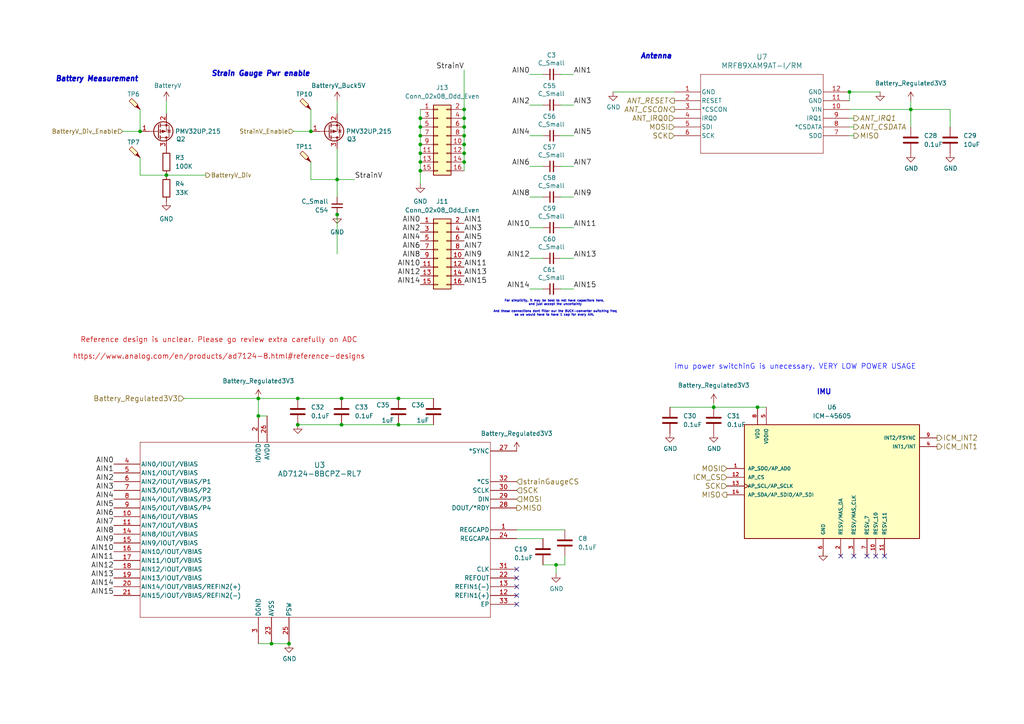
<source format=kicad_sch>
(kicad_sch
	(version 20250114)
	(generator "eeschema")
	(generator_version "9.0")
	(uuid "89a8e170-a222-41c0-b545-c9f4c5604011")
	(paper "A4")
	(title_block
		(title "Peripherals")
		(date "2025-03-08")
		(rev "1")
		(company "BCIT BAJA")
	)
	(lib_symbols
		(symbol "AD7124-8BCPZ-RL7-adc:AD7124-8BCPZ-RL7"
			(pin_names
				(offset 0.254)
			)
			(exclude_from_sim no)
			(in_bom yes)
			(on_board yes)
			(property "Reference" "U3"
				(at 59.69 -1.524 0)
				(effects
					(font
						(size 1.524 1.524)
					)
				)
			)
			(property "Value" "AD7124-8BCPZ-RL7"
				(at 59.69 -4.064 0)
				(effects
					(font
						(size 1.524 1.524)
					)
				)
			)
			(property "Footprint" "CP-32-12_ADI"
				(at -6.096 14.732 0)
				(effects
					(font
						(size 1.27 1.27)
						(italic yes)
					)
					(hide yes)
				)
			)
			(property "Datasheet" "AD7124-8BCPZ-RL7"
				(at -4.572 19.304 0)
				(effects
					(font
						(size 1.27 1.27)
						(italic yes)
					)
					(hide yes)
				)
			)
			(property "Description" ""
				(at 0 0 0)
				(effects
					(font
						(size 1.27 1.27)
					)
					(hide yes)
				)
			)
			(property "Distributor link" "https://www.digikey.ca/en/products/detail/analog-devices-inc/AD7124-8BCPZ-RL7/5268028"
				(at -8.128 24.384 0)
				(effects
					(font
						(size 1.27 1.27)
					)
					(hide yes)
				)
			)
			(property "Manufacturer" "Analog Devices Inc."
				(at -3.302 9.652 0)
				(effects
					(font
						(size 1.27 1.27)
					)
					(hide yes)
				)
			)
			(property "Manufacturer Part Number" "AD7124-8BCPZ-RL7"
				(at -5.334 30.48 0)
				(effects
					(font
						(size 1.27 1.27)
					)
					(hide yes)
				)
			)
			(property "ki_locked" ""
				(at 0 0 0)
				(effects
					(font
						(size 1.27 1.27)
					)
				)
			)
			(property "ki_keywords" "AD7124-8BCPZ-RL7"
				(at 0 0 0)
				(effects
					(font
						(size 1.27 1.27)
					)
					(hide yes)
				)
			)
			(property "ki_fp_filters" "CP-32-12_ADI CP-32-12_ADI-M CP-32-12_ADI-L"
				(at 0 0 0)
				(effects
					(font
						(size 1.27 1.27)
					)
					(hide yes)
				)
			)
			(symbol "AD7124-8BCPZ-RL7_0_1"
				(polyline
					(pts
						(xy 7.62 5.08) (xy 7.62 -45.72)
					)
					(stroke
						(width 0.127)
						(type default)
					)
					(fill
						(type none)
					)
				)
				(polyline
					(pts
						(xy 7.62 -45.72) (xy 109.22 -45.72)
					)
					(stroke
						(width 0.127)
						(type default)
					)
					(fill
						(type none)
					)
				)
				(polyline
					(pts
						(xy 109.22 5.08) (xy 7.62 5.08)
					)
					(stroke
						(width 0.127)
						(type default)
					)
					(fill
						(type none)
					)
				)
				(polyline
					(pts
						(xy 109.22 -45.72) (xy 109.22 5.08)
					)
					(stroke
						(width 0.127)
						(type default)
					)
					(fill
						(type none)
					)
				)
				(pin bidirectional line
					(at 0 -1.27 0)
					(length 7.62)
					(name "AIN0/IOUT/VBIAS"
						(effects
							(font
								(size 1.27 1.27)
							)
						)
					)
					(number "4"
						(effects
							(font
								(size 1.27 1.27)
							)
						)
					)
				)
				(pin bidirectional line
					(at 0 -3.81 0)
					(length 7.62)
					(name "AIN1/IOUT/VBIAS"
						(effects
							(font
								(size 1.27 1.27)
							)
						)
					)
					(number "5"
						(effects
							(font
								(size 1.27 1.27)
							)
						)
					)
				)
				(pin bidirectional line
					(at 0 -6.35 0)
					(length 7.62)
					(name "AIN2/IOUT/VBIAS/P1"
						(effects
							(font
								(size 1.27 1.27)
							)
						)
					)
					(number "6"
						(effects
							(font
								(size 1.27 1.27)
							)
						)
					)
				)
				(pin bidirectional line
					(at 0 -8.89 0)
					(length 7.62)
					(name "AIN3/IOUT/VBIAS/P2"
						(effects
							(font
								(size 1.27 1.27)
							)
						)
					)
					(number "7"
						(effects
							(font
								(size 1.27 1.27)
							)
						)
					)
				)
				(pin bidirectional line
					(at 0 -11.43 0)
					(length 7.62)
					(name "AIN4/IOUT/VBIAS/P3"
						(effects
							(font
								(size 1.27 1.27)
							)
						)
					)
					(number "8"
						(effects
							(font
								(size 1.27 1.27)
							)
						)
					)
				)
				(pin bidirectional line
					(at 0 -13.97 0)
					(length 7.62)
					(name "AIN5/IOUT/VBIAS/P4"
						(effects
							(font
								(size 1.27 1.27)
							)
						)
					)
					(number "9"
						(effects
							(font
								(size 1.27 1.27)
							)
						)
					)
				)
				(pin bidirectional line
					(at 0 -16.51 0)
					(length 7.62)
					(name "AIN6/IOUT/VBIAS"
						(effects
							(font
								(size 1.27 1.27)
							)
						)
					)
					(number "10"
						(effects
							(font
								(size 1.27 1.27)
							)
						)
					)
				)
				(pin bidirectional line
					(at 0 -19.05 0)
					(length 7.62)
					(name "AIN7/IOUT/VBIAS"
						(effects
							(font
								(size 1.27 1.27)
							)
						)
					)
					(number "11"
						(effects
							(font
								(size 1.27 1.27)
							)
						)
					)
				)
				(pin bidirectional line
					(at 0 -21.59 0)
					(length 7.62)
					(name "AIN8/IOUT/VBIAS"
						(effects
							(font
								(size 1.27 1.27)
							)
						)
					)
					(number "14"
						(effects
							(font
								(size 1.27 1.27)
							)
						)
					)
				)
				(pin bidirectional line
					(at 0 -24.13 0)
					(length 7.62)
					(name "AIN9/IOUT/VBIAS"
						(effects
							(font
								(size 1.27 1.27)
							)
						)
					)
					(number "15"
						(effects
							(font
								(size 1.27 1.27)
							)
						)
					)
				)
				(pin bidirectional line
					(at 0 -26.67 0)
					(length 7.62)
					(name "AIN10/IOUT/VBIAS"
						(effects
							(font
								(size 1.27 1.27)
							)
						)
					)
					(number "16"
						(effects
							(font
								(size 1.27 1.27)
							)
						)
					)
				)
				(pin bidirectional line
					(at 0 -29.21 0)
					(length 7.62)
					(name "AIN11/IOUT/VBIAS"
						(effects
							(font
								(size 1.27 1.27)
							)
						)
					)
					(number "17"
						(effects
							(font
								(size 1.27 1.27)
							)
						)
					)
				)
				(pin bidirectional line
					(at 0 -31.75 0)
					(length 7.62)
					(name "AIN12/IOUT/VBIAS"
						(effects
							(font
								(size 1.27 1.27)
							)
						)
					)
					(number "18"
						(effects
							(font
								(size 1.27 1.27)
							)
						)
					)
				)
				(pin bidirectional line
					(at 0 -34.29 0)
					(length 7.62)
					(name "AIN13/IOUT/VBIAS"
						(effects
							(font
								(size 1.27 1.27)
							)
						)
					)
					(number "19"
						(effects
							(font
								(size 1.27 1.27)
							)
						)
					)
				)
				(pin bidirectional line
					(at 0 -36.83 0)
					(length 7.62)
					(name "AIN14/IOUT/VBIAS/REFIN2(+)"
						(effects
							(font
								(size 1.27 1.27)
							)
						)
					)
					(number "20"
						(effects
							(font
								(size 1.27 1.27)
							)
						)
					)
				)
				(pin bidirectional line
					(at 0 -39.37 0)
					(length 7.62)
					(name "AIN15/IOUT/VBIAS/REFIN2(-)"
						(effects
							(font
								(size 1.27 1.27)
							)
						)
					)
					(number "21"
						(effects
							(font
								(size 1.27 1.27)
							)
						)
					)
				)
				(pin power_in line
					(at 41.91 12.7 270)
					(length 7.62)
					(name "IOVDD"
						(effects
							(font
								(size 1.27 1.27)
							)
						)
					)
					(number "2"
						(effects
							(font
								(size 1.27 1.27)
							)
						)
					)
				)
				(pin power_out line
					(at 41.91 -53.34 90)
					(length 7.62)
					(name "DGND"
						(effects
							(font
								(size 1.27 1.27)
							)
						)
					)
					(number "3"
						(effects
							(font
								(size 1.27 1.27)
							)
						)
					)
				)
				(pin power_in line
					(at 44.45 12.7 270)
					(length 7.62)
					(name "AVDD"
						(effects
							(font
								(size 1.27 1.27)
							)
						)
					)
					(number "26"
						(effects
							(font
								(size 1.27 1.27)
							)
						)
					)
				)
				(pin power_in line
					(at 45.72 -53.34 90)
					(length 7.62)
					(name "AVSS"
						(effects
							(font
								(size 1.27 1.27)
							)
						)
					)
					(number "23"
						(effects
							(font
								(size 1.27 1.27)
							)
						)
					)
				)
				(pin unspecified line
					(at 50.8 -53.34 90)
					(length 7.62)
					(name "PSW"
						(effects
							(font
								(size 1.27 1.27)
							)
						)
					)
					(number "25"
						(effects
							(font
								(size 1.27 1.27)
							)
						)
					)
				)
				(pin input line
					(at 116.84 2.54 180)
					(length 7.62)
					(name "*SYNC"
						(effects
							(font
								(size 1.27 1.27)
							)
						)
					)
					(number "27"
						(effects
							(font
								(size 1.27 1.27)
							)
						)
					)
				)
				(pin input line
					(at 116.84 -6.35 180)
					(length 7.62)
					(name "*CS"
						(effects
							(font
								(size 1.27 1.27)
							)
						)
					)
					(number "32"
						(effects
							(font
								(size 1.27 1.27)
							)
						)
					)
				)
				(pin input line
					(at 116.84 -8.89 180)
					(length 7.62)
					(name "SCLK"
						(effects
							(font
								(size 1.27 1.27)
							)
						)
					)
					(number "30"
						(effects
							(font
								(size 1.27 1.27)
							)
						)
					)
				)
				(pin input line
					(at 116.84 -11.43 180)
					(length 7.62)
					(name "DIN"
						(effects
							(font
								(size 1.27 1.27)
							)
						)
					)
					(number "29"
						(effects
							(font
								(size 1.27 1.27)
							)
						)
					)
				)
				(pin output line
					(at 116.84 -13.97 180)
					(length 7.62)
					(name "DOUT/*RDY"
						(effects
							(font
								(size 1.27 1.27)
							)
						)
					)
					(number "28"
						(effects
							(font
								(size 1.27 1.27)
							)
						)
					)
				)
				(pin output line
					(at 116.84 -20.32 180)
					(length 7.62)
					(name "REGCAPD"
						(effects
							(font
								(size 1.27 1.27)
							)
						)
					)
					(number "1"
						(effects
							(font
								(size 1.27 1.27)
							)
						)
					)
				)
				(pin output line
					(at 116.84 -22.86 180)
					(length 7.62)
					(name "REGCAPA"
						(effects
							(font
								(size 1.27 1.27)
							)
						)
					)
					(number "24"
						(effects
							(font
								(size 1.27 1.27)
							)
						)
					)
				)
				(pin bidirectional line
					(at 116.84 -31.75 180)
					(length 7.62)
					(name "CLK"
						(effects
							(font
								(size 1.27 1.27)
							)
						)
					)
					(number "31"
						(effects
							(font
								(size 1.27 1.27)
							)
						)
					)
				)
				(pin output line
					(at 116.84 -34.29 180)
					(length 7.62)
					(name "REFOUT"
						(effects
							(font
								(size 1.27 1.27)
							)
						)
					)
					(number "22"
						(effects
							(font
								(size 1.27 1.27)
							)
						)
					)
				)
				(pin input line
					(at 116.84 -36.83 180)
					(length 7.62)
					(name "REFIN1(-)"
						(effects
							(font
								(size 1.27 1.27)
							)
						)
					)
					(number "13"
						(effects
							(font
								(size 1.27 1.27)
							)
						)
					)
				)
				(pin input line
					(at 116.84 -39.37 180)
					(length 7.62)
					(name "REFIN1(+)"
						(effects
							(font
								(size 1.27 1.27)
							)
						)
					)
					(number "12"
						(effects
							(font
								(size 1.27 1.27)
							)
						)
					)
				)
				(pin power_out line
					(at 116.84 -41.91 180)
					(length 7.62)
					(name "EP"
						(effects
							(font
								(size 1.27 1.27)
							)
						)
					)
					(number "33"
						(effects
							(font
								(size 1.27 1.27)
							)
						)
					)
				)
			)
			(embedded_fonts no)
		)
		(symbol "Connector:TestPoint_Probe"
			(pin_numbers
				(hide yes)
			)
			(pin_names
				(offset 0.762)
				(hide yes)
			)
			(exclude_from_sim no)
			(in_bom yes)
			(on_board yes)
			(property "Reference" "TP"
				(at 1.651 5.842 0)
				(effects
					(font
						(size 1.27 1.27)
					)
				)
			)
			(property "Value" "TestPoint_Probe"
				(at 1.651 4.064 0)
				(effects
					(font
						(size 1.27 1.27)
					)
				)
			)
			(property "Footprint" ""
				(at 5.08 0 0)
				(effects
					(font
						(size 1.27 1.27)
					)
					(hide yes)
				)
			)
			(property "Datasheet" "~"
				(at 5.08 0 0)
				(effects
					(font
						(size 1.27 1.27)
					)
					(hide yes)
				)
			)
			(property "Description" "test point (alternative probe-style design)"
				(at 0 0 0)
				(effects
					(font
						(size 1.27 1.27)
					)
					(hide yes)
				)
			)
			(property "ki_keywords" "test point tp"
				(at 0 0 0)
				(effects
					(font
						(size 1.27 1.27)
					)
					(hide yes)
				)
			)
			(property "ki_fp_filters" "Pin* Test*"
				(at 0 0 0)
				(effects
					(font
						(size 1.27 1.27)
					)
					(hide yes)
				)
			)
			(symbol "TestPoint_Probe_0_1"
				(polyline
					(pts
						(xy 1.27 0.762) (xy 0 0) (xy 0.762 1.27) (xy 1.27 0.762)
					)
					(stroke
						(width 0)
						(type default)
					)
					(fill
						(type outline)
					)
				)
				(polyline
					(pts
						(xy 1.397 0.635) (xy 0.635 1.397) (xy 2.413 3.175) (xy 3.175 2.413) (xy 1.397 0.635)
					)
					(stroke
						(width 0)
						(type default)
					)
					(fill
						(type background)
					)
				)
			)
			(symbol "TestPoint_Probe_1_1"
				(pin passive line
					(at 0 0 90)
					(length 0)
					(name "1"
						(effects
							(font
								(size 1.27 1.27)
							)
						)
					)
					(number "1"
						(effects
							(font
								(size 1.27 1.27)
							)
						)
					)
				)
			)
			(embedded_fonts no)
		)
		(symbol "Connector_Generic:Conn_02x08_Odd_Even"
			(pin_names
				(offset 1.016)
				(hide yes)
			)
			(exclude_from_sim no)
			(in_bom yes)
			(on_board yes)
			(property "Reference" "J"
				(at 1.27 10.16 0)
				(effects
					(font
						(size 1.27 1.27)
					)
				)
			)
			(property "Value" "Conn_02x08_Odd_Even"
				(at 1.27 -12.7 0)
				(effects
					(font
						(size 1.27 1.27)
					)
				)
			)
			(property "Footprint" ""
				(at 0 0 0)
				(effects
					(font
						(size 1.27 1.27)
					)
					(hide yes)
				)
			)
			(property "Datasheet" "~"
				(at 0 0 0)
				(effects
					(font
						(size 1.27 1.27)
					)
					(hide yes)
				)
			)
			(property "Description" "Generic connector, double row, 02x08, odd/even pin numbering scheme (row 1 odd numbers, row 2 even numbers), script generated (kicad-library-utils/schlib/autogen/connector/)"
				(at 0 0 0)
				(effects
					(font
						(size 1.27 1.27)
					)
					(hide yes)
				)
			)
			(property "ki_keywords" "connector"
				(at 0 0 0)
				(effects
					(font
						(size 1.27 1.27)
					)
					(hide yes)
				)
			)
			(property "ki_fp_filters" "Connector*:*_2x??_*"
				(at 0 0 0)
				(effects
					(font
						(size 1.27 1.27)
					)
					(hide yes)
				)
			)
			(symbol "Conn_02x08_Odd_Even_1_1"
				(rectangle
					(start -1.27 8.89)
					(end 3.81 -11.43)
					(stroke
						(width 0.254)
						(type default)
					)
					(fill
						(type background)
					)
				)
				(rectangle
					(start -1.27 7.747)
					(end 0 7.493)
					(stroke
						(width 0.1524)
						(type default)
					)
					(fill
						(type none)
					)
				)
				(rectangle
					(start -1.27 5.207)
					(end 0 4.953)
					(stroke
						(width 0.1524)
						(type default)
					)
					(fill
						(type none)
					)
				)
				(rectangle
					(start -1.27 2.667)
					(end 0 2.413)
					(stroke
						(width 0.1524)
						(type default)
					)
					(fill
						(type none)
					)
				)
				(rectangle
					(start -1.27 0.127)
					(end 0 -0.127)
					(stroke
						(width 0.1524)
						(type default)
					)
					(fill
						(type none)
					)
				)
				(rectangle
					(start -1.27 -2.413)
					(end 0 -2.667)
					(stroke
						(width 0.1524)
						(type default)
					)
					(fill
						(type none)
					)
				)
				(rectangle
					(start -1.27 -4.953)
					(end 0 -5.207)
					(stroke
						(width 0.1524)
						(type default)
					)
					(fill
						(type none)
					)
				)
				(rectangle
					(start -1.27 -7.493)
					(end 0 -7.747)
					(stroke
						(width 0.1524)
						(type default)
					)
					(fill
						(type none)
					)
				)
				(rectangle
					(start -1.27 -10.033)
					(end 0 -10.287)
					(stroke
						(width 0.1524)
						(type default)
					)
					(fill
						(type none)
					)
				)
				(rectangle
					(start 3.81 7.747)
					(end 2.54 7.493)
					(stroke
						(width 0.1524)
						(type default)
					)
					(fill
						(type none)
					)
				)
				(rectangle
					(start 3.81 5.207)
					(end 2.54 4.953)
					(stroke
						(width 0.1524)
						(type default)
					)
					(fill
						(type none)
					)
				)
				(rectangle
					(start 3.81 2.667)
					(end 2.54 2.413)
					(stroke
						(width 0.1524)
						(type default)
					)
					(fill
						(type none)
					)
				)
				(rectangle
					(start 3.81 0.127)
					(end 2.54 -0.127)
					(stroke
						(width 0.1524)
						(type default)
					)
					(fill
						(type none)
					)
				)
				(rectangle
					(start 3.81 -2.413)
					(end 2.54 -2.667)
					(stroke
						(width 0.1524)
						(type default)
					)
					(fill
						(type none)
					)
				)
				(rectangle
					(start 3.81 -4.953)
					(end 2.54 -5.207)
					(stroke
						(width 0.1524)
						(type default)
					)
					(fill
						(type none)
					)
				)
				(rectangle
					(start 3.81 -7.493)
					(end 2.54 -7.747)
					(stroke
						(width 0.1524)
						(type default)
					)
					(fill
						(type none)
					)
				)
				(rectangle
					(start 3.81 -10.033)
					(end 2.54 -10.287)
					(stroke
						(width 0.1524)
						(type default)
					)
					(fill
						(type none)
					)
				)
				(pin passive line
					(at -5.08 7.62 0)
					(length 3.81)
					(name "Pin_1"
						(effects
							(font
								(size 1.27 1.27)
							)
						)
					)
					(number "1"
						(effects
							(font
								(size 1.27 1.27)
							)
						)
					)
				)
				(pin passive line
					(at -5.08 5.08 0)
					(length 3.81)
					(name "Pin_3"
						(effects
							(font
								(size 1.27 1.27)
							)
						)
					)
					(number "3"
						(effects
							(font
								(size 1.27 1.27)
							)
						)
					)
				)
				(pin passive line
					(at -5.08 2.54 0)
					(length 3.81)
					(name "Pin_5"
						(effects
							(font
								(size 1.27 1.27)
							)
						)
					)
					(number "5"
						(effects
							(font
								(size 1.27 1.27)
							)
						)
					)
				)
				(pin passive line
					(at -5.08 0 0)
					(length 3.81)
					(name "Pin_7"
						(effects
							(font
								(size 1.27 1.27)
							)
						)
					)
					(number "7"
						(effects
							(font
								(size 1.27 1.27)
							)
						)
					)
				)
				(pin passive line
					(at -5.08 -2.54 0)
					(length 3.81)
					(name "Pin_9"
						(effects
							(font
								(size 1.27 1.27)
							)
						)
					)
					(number "9"
						(effects
							(font
								(size 1.27 1.27)
							)
						)
					)
				)
				(pin passive line
					(at -5.08 -5.08 0)
					(length 3.81)
					(name "Pin_11"
						(effects
							(font
								(size 1.27 1.27)
							)
						)
					)
					(number "11"
						(effects
							(font
								(size 1.27 1.27)
							)
						)
					)
				)
				(pin passive line
					(at -5.08 -7.62 0)
					(length 3.81)
					(name "Pin_13"
						(effects
							(font
								(size 1.27 1.27)
							)
						)
					)
					(number "13"
						(effects
							(font
								(size 1.27 1.27)
							)
						)
					)
				)
				(pin passive line
					(at -5.08 -10.16 0)
					(length 3.81)
					(name "Pin_15"
						(effects
							(font
								(size 1.27 1.27)
							)
						)
					)
					(number "15"
						(effects
							(font
								(size 1.27 1.27)
							)
						)
					)
				)
				(pin passive line
					(at 7.62 7.62 180)
					(length 3.81)
					(name "Pin_2"
						(effects
							(font
								(size 1.27 1.27)
							)
						)
					)
					(number "2"
						(effects
							(font
								(size 1.27 1.27)
							)
						)
					)
				)
				(pin passive line
					(at 7.62 5.08 180)
					(length 3.81)
					(name "Pin_4"
						(effects
							(font
								(size 1.27 1.27)
							)
						)
					)
					(number "4"
						(effects
							(font
								(size 1.27 1.27)
							)
						)
					)
				)
				(pin passive line
					(at 7.62 2.54 180)
					(length 3.81)
					(name "Pin_6"
						(effects
							(font
								(size 1.27 1.27)
							)
						)
					)
					(number "6"
						(effects
							(font
								(size 1.27 1.27)
							)
						)
					)
				)
				(pin passive line
					(at 7.62 0 180)
					(length 3.81)
					(name "Pin_8"
						(effects
							(font
								(size 1.27 1.27)
							)
						)
					)
					(number "8"
						(effects
							(font
								(size 1.27 1.27)
							)
						)
					)
				)
				(pin passive line
					(at 7.62 -2.54 180)
					(length 3.81)
					(name "Pin_10"
						(effects
							(font
								(size 1.27 1.27)
							)
						)
					)
					(number "10"
						(effects
							(font
								(size 1.27 1.27)
							)
						)
					)
				)
				(pin passive line
					(at 7.62 -5.08 180)
					(length 3.81)
					(name "Pin_12"
						(effects
							(font
								(size 1.27 1.27)
							)
						)
					)
					(number "12"
						(effects
							(font
								(size 1.27 1.27)
							)
						)
					)
				)
				(pin passive line
					(at 7.62 -7.62 180)
					(length 3.81)
					(name "Pin_14"
						(effects
							(font
								(size 1.27 1.27)
							)
						)
					)
					(number "14"
						(effects
							(font
								(size 1.27 1.27)
							)
						)
					)
				)
				(pin passive line
					(at 7.62 -10.16 180)
					(length 3.81)
					(name "Pin_16"
						(effects
							(font
								(size 1.27 1.27)
							)
						)
					)
					(number "16"
						(effects
							(font
								(size 1.27 1.27)
							)
						)
					)
				)
			)
			(embedded_fonts no)
		)
		(symbol "Device:C"
			(pin_numbers
				(hide yes)
			)
			(pin_names
				(offset 0.254)
			)
			(exclude_from_sim no)
			(in_bom yes)
			(on_board yes)
			(property "Reference" "C"
				(at 0.635 2.54 0)
				(effects
					(font
						(size 1.27 1.27)
					)
					(justify left)
				)
			)
			(property "Value" "C"
				(at 0.635 -2.54 0)
				(effects
					(font
						(size 1.27 1.27)
					)
					(justify left)
				)
			)
			(property "Footprint" ""
				(at 0.9652 -3.81 0)
				(effects
					(font
						(size 1.27 1.27)
					)
					(hide yes)
				)
			)
			(property "Datasheet" "~"
				(at 0 0 0)
				(effects
					(font
						(size 1.27 1.27)
					)
					(hide yes)
				)
			)
			(property "Description" "Unpolarized capacitor"
				(at 0 0 0)
				(effects
					(font
						(size 1.27 1.27)
					)
					(hide yes)
				)
			)
			(property "ki_keywords" "cap capacitor"
				(at 0 0 0)
				(effects
					(font
						(size 1.27 1.27)
					)
					(hide yes)
				)
			)
			(property "ki_fp_filters" "C_*"
				(at 0 0 0)
				(effects
					(font
						(size 1.27 1.27)
					)
					(hide yes)
				)
			)
			(symbol "C_0_1"
				(polyline
					(pts
						(xy -2.032 0.762) (xy 2.032 0.762)
					)
					(stroke
						(width 0.508)
						(type default)
					)
					(fill
						(type none)
					)
				)
				(polyline
					(pts
						(xy -2.032 -0.762) (xy 2.032 -0.762)
					)
					(stroke
						(width 0.508)
						(type default)
					)
					(fill
						(type none)
					)
				)
			)
			(symbol "C_1_1"
				(pin passive line
					(at 0 3.81 270)
					(length 2.794)
					(name "~"
						(effects
							(font
								(size 1.27 1.27)
							)
						)
					)
					(number "1"
						(effects
							(font
								(size 1.27 1.27)
							)
						)
					)
				)
				(pin passive line
					(at 0 -3.81 90)
					(length 2.794)
					(name "~"
						(effects
							(font
								(size 1.27 1.27)
							)
						)
					)
					(number "2"
						(effects
							(font
								(size 1.27 1.27)
							)
						)
					)
				)
			)
			(embedded_fonts no)
		)
		(symbol "Device:C_Small"
			(pin_numbers
				(hide yes)
			)
			(pin_names
				(offset 0.254)
				(hide yes)
			)
			(exclude_from_sim no)
			(in_bom yes)
			(on_board yes)
			(property "Reference" "C"
				(at 0.254 1.778 0)
				(effects
					(font
						(size 1.27 1.27)
					)
					(justify left)
				)
			)
			(property "Value" "C_Small"
				(at 0.254 -2.032 0)
				(effects
					(font
						(size 1.27 1.27)
					)
					(justify left)
				)
			)
			(property "Footprint" ""
				(at 0 0 0)
				(effects
					(font
						(size 1.27 1.27)
					)
					(hide yes)
				)
			)
			(property "Datasheet" "~"
				(at 0 0 0)
				(effects
					(font
						(size 1.27 1.27)
					)
					(hide yes)
				)
			)
			(property "Description" "Unpolarized capacitor, small symbol"
				(at 0 0 0)
				(effects
					(font
						(size 1.27 1.27)
					)
					(hide yes)
				)
			)
			(property "ki_keywords" "capacitor cap"
				(at 0 0 0)
				(effects
					(font
						(size 1.27 1.27)
					)
					(hide yes)
				)
			)
			(property "ki_fp_filters" "C_*"
				(at 0 0 0)
				(effects
					(font
						(size 1.27 1.27)
					)
					(hide yes)
				)
			)
			(symbol "C_Small_0_1"
				(polyline
					(pts
						(xy -1.524 0.508) (xy 1.524 0.508)
					)
					(stroke
						(width 0.3048)
						(type default)
					)
					(fill
						(type none)
					)
				)
				(polyline
					(pts
						(xy -1.524 -0.508) (xy 1.524 -0.508)
					)
					(stroke
						(width 0.3302)
						(type default)
					)
					(fill
						(type none)
					)
				)
			)
			(symbol "C_Small_1_1"
				(pin passive line
					(at 0 2.54 270)
					(length 2.032)
					(name "~"
						(effects
							(font
								(size 1.27 1.27)
							)
						)
					)
					(number "1"
						(effects
							(font
								(size 1.27 1.27)
							)
						)
					)
				)
				(pin passive line
					(at 0 -2.54 90)
					(length 2.032)
					(name "~"
						(effects
							(font
								(size 1.27 1.27)
							)
						)
					)
					(number "2"
						(effects
							(font
								(size 1.27 1.27)
							)
						)
					)
				)
			)
			(embedded_fonts no)
		)
		(symbol "Device:Q_PMOS_GSD"
			(pin_names
				(offset 0)
				(hide yes)
			)
			(exclude_from_sim no)
			(in_bom yes)
			(on_board yes)
			(property "Reference" "Q"
				(at 5.08 1.27 0)
				(effects
					(font
						(size 1.27 1.27)
					)
					(justify left)
				)
			)
			(property "Value" "Q_PMOS_GSD"
				(at 5.08 -1.27 0)
				(effects
					(font
						(size 1.27 1.27)
					)
					(justify left)
				)
			)
			(property "Footprint" ""
				(at 5.08 2.54 0)
				(effects
					(font
						(size 1.27 1.27)
					)
					(hide yes)
				)
			)
			(property "Datasheet" "~"
				(at 0 0 0)
				(effects
					(font
						(size 1.27 1.27)
					)
					(hide yes)
				)
			)
			(property "Description" "P-MOSFET transistor, gate/source/drain"
				(at 0 0 0)
				(effects
					(font
						(size 1.27 1.27)
					)
					(hide yes)
				)
			)
			(property "ki_keywords" "transistor PMOS P-MOS P-MOSFET"
				(at 0 0 0)
				(effects
					(font
						(size 1.27 1.27)
					)
					(hide yes)
				)
			)
			(symbol "Q_PMOS_GSD_0_1"
				(polyline
					(pts
						(xy 0.254 1.905) (xy 0.254 -1.905)
					)
					(stroke
						(width 0.254)
						(type default)
					)
					(fill
						(type none)
					)
				)
				(polyline
					(pts
						(xy 0.254 0) (xy -2.54 0)
					)
					(stroke
						(width 0)
						(type default)
					)
					(fill
						(type none)
					)
				)
				(polyline
					(pts
						(xy 0.762 2.286) (xy 0.762 1.27)
					)
					(stroke
						(width 0.254)
						(type default)
					)
					(fill
						(type none)
					)
				)
				(polyline
					(pts
						(xy 0.762 1.778) (xy 3.302 1.778) (xy 3.302 -1.778) (xy 0.762 -1.778)
					)
					(stroke
						(width 0)
						(type default)
					)
					(fill
						(type none)
					)
				)
				(polyline
					(pts
						(xy 0.762 0.508) (xy 0.762 -0.508)
					)
					(stroke
						(width 0.254)
						(type default)
					)
					(fill
						(type none)
					)
				)
				(polyline
					(pts
						(xy 0.762 -1.27) (xy 0.762 -2.286)
					)
					(stroke
						(width 0.254)
						(type default)
					)
					(fill
						(type none)
					)
				)
				(circle
					(center 1.651 0)
					(radius 2.794)
					(stroke
						(width 0.254)
						(type default)
					)
					(fill
						(type none)
					)
				)
				(polyline
					(pts
						(xy 2.286 0) (xy 1.27 0.381) (xy 1.27 -0.381) (xy 2.286 0)
					)
					(stroke
						(width 0)
						(type default)
					)
					(fill
						(type outline)
					)
				)
				(polyline
					(pts
						(xy 2.54 2.54) (xy 2.54 1.778)
					)
					(stroke
						(width 0)
						(type default)
					)
					(fill
						(type none)
					)
				)
				(circle
					(center 2.54 1.778)
					(radius 0.254)
					(stroke
						(width 0)
						(type default)
					)
					(fill
						(type outline)
					)
				)
				(circle
					(center 2.54 -1.778)
					(radius 0.254)
					(stroke
						(width 0)
						(type default)
					)
					(fill
						(type outline)
					)
				)
				(polyline
					(pts
						(xy 2.54 -2.54) (xy 2.54 0) (xy 0.762 0)
					)
					(stroke
						(width 0)
						(type default)
					)
					(fill
						(type none)
					)
				)
				(polyline
					(pts
						(xy 2.794 -0.508) (xy 2.921 -0.381) (xy 3.683 -0.381) (xy 3.81 -0.254)
					)
					(stroke
						(width 0)
						(type default)
					)
					(fill
						(type none)
					)
				)
				(polyline
					(pts
						(xy 3.302 -0.381) (xy 2.921 0.254) (xy 3.683 0.254) (xy 3.302 -0.381)
					)
					(stroke
						(width 0)
						(type default)
					)
					(fill
						(type none)
					)
				)
			)
			(symbol "Q_PMOS_GSD_1_1"
				(pin input line
					(at -5.08 0 0)
					(length 2.54)
					(name "G"
						(effects
							(font
								(size 1.27 1.27)
							)
						)
					)
					(number "1"
						(effects
							(font
								(size 1.27 1.27)
							)
						)
					)
				)
				(pin passive line
					(at 2.54 5.08 270)
					(length 2.54)
					(name "D"
						(effects
							(font
								(size 1.27 1.27)
							)
						)
					)
					(number "3"
						(effects
							(font
								(size 1.27 1.27)
							)
						)
					)
				)
				(pin passive line
					(at 2.54 -5.08 90)
					(length 2.54)
					(name "S"
						(effects
							(font
								(size 1.27 1.27)
							)
						)
					)
					(number "2"
						(effects
							(font
								(size 1.27 1.27)
							)
						)
					)
				)
			)
			(embedded_fonts no)
		)
		(symbol "Device:R"
			(pin_numbers
				(hide yes)
			)
			(pin_names
				(offset 0)
			)
			(exclude_from_sim no)
			(in_bom yes)
			(on_board yes)
			(property "Reference" "R"
				(at 2.032 0 90)
				(effects
					(font
						(size 1.27 1.27)
					)
				)
			)
			(property "Value" "R"
				(at 0 0 90)
				(effects
					(font
						(size 1.27 1.27)
					)
				)
			)
			(property "Footprint" ""
				(at -1.778 0 90)
				(effects
					(font
						(size 1.27 1.27)
					)
					(hide yes)
				)
			)
			(property "Datasheet" "~"
				(at 0 0 0)
				(effects
					(font
						(size 1.27 1.27)
					)
					(hide yes)
				)
			)
			(property "Description" "Resistor"
				(at 0 0 0)
				(effects
					(font
						(size 1.27 1.27)
					)
					(hide yes)
				)
			)
			(property "ki_keywords" "R res resistor"
				(at 0 0 0)
				(effects
					(font
						(size 1.27 1.27)
					)
					(hide yes)
				)
			)
			(property "ki_fp_filters" "R_*"
				(at 0 0 0)
				(effects
					(font
						(size 1.27 1.27)
					)
					(hide yes)
				)
			)
			(symbol "R_0_1"
				(rectangle
					(start -1.016 -2.54)
					(end 1.016 2.54)
					(stroke
						(width 0.254)
						(type default)
					)
					(fill
						(type none)
					)
				)
			)
			(symbol "R_1_1"
				(pin passive line
					(at 0 3.81 270)
					(length 1.27)
					(name "~"
						(effects
							(font
								(size 1.27 1.27)
							)
						)
					)
					(number "1"
						(effects
							(font
								(size 1.27 1.27)
							)
						)
					)
				)
				(pin passive line
					(at 0 -3.81 90)
					(length 1.27)
					(name "~"
						(effects
							(font
								(size 1.27 1.27)
							)
						)
					)
					(number "2"
						(effects
							(font
								(size 1.27 1.27)
							)
						)
					)
				)
			)
			(embedded_fonts no)
		)
		(symbol "GND_1"
			(power)
			(pin_numbers
				(hide yes)
			)
			(pin_names
				(offset 0)
				(hide yes)
			)
			(exclude_from_sim no)
			(in_bom yes)
			(on_board yes)
			(property "Reference" "#PWR"
				(at 0 -6.35 0)
				(effects
					(font
						(size 1.27 1.27)
					)
					(hide yes)
				)
			)
			(property "Value" "GND"
				(at 0 -3.81 0)
				(effects
					(font
						(size 1.27 1.27)
					)
				)
			)
			(property "Footprint" ""
				(at 0 0 0)
				(effects
					(font
						(size 1.27 1.27)
					)
					(hide yes)
				)
			)
			(property "Datasheet" ""
				(at 0 0 0)
				(effects
					(font
						(size 1.27 1.27)
					)
					(hide yes)
				)
			)
			(property "Description" "Power symbol creates a global label with name \"GND\" , ground"
				(at 0 0 0)
				(effects
					(font
						(size 1.27 1.27)
					)
					(hide yes)
				)
			)
			(property "ki_keywords" "global power"
				(at 0 0 0)
				(effects
					(font
						(size 1.27 1.27)
					)
					(hide yes)
				)
			)
			(symbol "GND_1_0_1"
				(polyline
					(pts
						(xy 0 0) (xy 0 -1.27) (xy 1.27 -1.27) (xy 0 -2.54) (xy -1.27 -1.27) (xy 0 -1.27)
					)
					(stroke
						(width 0)
						(type default)
					)
					(fill
						(type none)
					)
				)
			)
			(symbol "GND_1_1_1"
				(pin power_in line
					(at 0 0 270)
					(length 0)
					(name "~"
						(effects
							(font
								(size 1.27 1.27)
							)
						)
					)
					(number "1"
						(effects
							(font
								(size 1.27 1.27)
							)
						)
					)
				)
			)
			(embedded_fonts no)
		)
		(symbol "GND_2"
			(power)
			(pin_numbers
				(hide yes)
			)
			(pin_names
				(offset 0)
				(hide yes)
			)
			(exclude_from_sim no)
			(in_bom yes)
			(on_board yes)
			(property "Reference" "#PWR"
				(at 0 -6.35 0)
				(effects
					(font
						(size 1.27 1.27)
					)
					(hide yes)
				)
			)
			(property "Value" "GND"
				(at 0 -3.81 0)
				(effects
					(font
						(size 1.27 1.27)
					)
				)
			)
			(property "Footprint" ""
				(at 0 0 0)
				(effects
					(font
						(size 1.27 1.27)
					)
					(hide yes)
				)
			)
			(property "Datasheet" ""
				(at 0 0 0)
				(effects
					(font
						(size 1.27 1.27)
					)
					(hide yes)
				)
			)
			(property "Description" "Power symbol creates a global label with name \"GND\" , ground"
				(at 0 0 0)
				(effects
					(font
						(size 1.27 1.27)
					)
					(hide yes)
				)
			)
			(property "ki_keywords" "global power"
				(at 0 0 0)
				(effects
					(font
						(size 1.27 1.27)
					)
					(hide yes)
				)
			)
			(symbol "GND_2_0_1"
				(polyline
					(pts
						(xy 0 0) (xy 0 -1.27) (xy 1.27 -1.27) (xy 0 -2.54) (xy -1.27 -1.27) (xy 0 -1.27)
					)
					(stroke
						(width 0)
						(type default)
					)
					(fill
						(type none)
					)
				)
			)
			(symbol "GND_2_1_1"
				(pin power_in line
					(at 0 0 270)
					(length 0)
					(name "~"
						(effects
							(font
								(size 1.27 1.27)
							)
						)
					)
					(number "1"
						(effects
							(font
								(size 1.27 1.27)
							)
						)
					)
				)
			)
			(embedded_fonts no)
		)
		(symbol "ICM-45605:ICM-45605"
			(pin_names
				(offset 1.016)
			)
			(exclude_from_sim no)
			(in_bom yes)
			(on_board yes)
			(property "Reference" "U6"
				(at 0 22.86 0)
				(effects
					(font
						(size 1.27 1.27)
					)
				)
			)
			(property "Value" "ICM-45605"
				(at 0 20.32 0)
				(effects
					(font
						(size 1.27 1.27)
					)
				)
			)
			(property "Footprint" "ICM-45605:XDCR_ICM-45605"
				(at 0 0 0)
				(effects
					(font
						(size 1.27 1.27)
					)
					(justify bottom)
					(hide yes)
				)
			)
			(property "Datasheet" ""
				(at 0 0 0)
				(effects
					(font
						(size 1.27 1.27)
					)
					(hide yes)
				)
			)
			(property "Description" ""
				(at 0 0 0)
				(effects
					(font
						(size 1.27 1.27)
					)
					(hide yes)
				)
			)
			(property "PARTREV" "1.0"
				(at -4.826 31.75 0)
				(effects
					(font
						(size 1.27 1.27)
					)
					(justify bottom)
					(hide yes)
				)
			)
			(property "STANDARD" "Manufacturer Recommendations"
				(at 0 0 0)
				(effects
					(font
						(size 1.27 1.27)
					)
					(justify bottom)
					(hide yes)
				)
			)
			(property "MAXIMUM_PACKAGE_HEIGHT" "0.86mm"
				(at -3.048 27.94 0)
				(effects
					(font
						(size 1.27 1.27)
					)
					(justify bottom)
					(hide yes)
				)
			)
			(property "MANUFACTURER" "TDK InvenSense"
				(at -0.508 24.384 0)
				(effects
					(font
						(size 1.27 1.27)
					)
					(justify bottom)
					(hide yes)
				)
			)
			(symbol "ICM-45605_0_0"
				(rectangle
					(start -25.4 17.78)
					(end 25.4 -15.24)
					(stroke
						(width 0.254)
						(type default)
					)
					(fill
						(type background)
					)
				)
				(pin bidirectional line
					(at -30.48 5.08 0)
					(length 5.08)
					(name "AP_SDO/AP_AD0"
						(effects
							(font
								(size 1.016 1.016)
							)
						)
					)
					(number "1"
						(effects
							(font
								(size 1.016 1.016)
							)
						)
					)
				)
				(pin input line
					(at -30.48 2.54 0)
					(length 5.08)
					(name "AP_CS"
						(effects
							(font
								(size 1.016 1.016)
							)
						)
					)
					(number "12"
						(effects
							(font
								(size 1.016 1.016)
							)
						)
					)
				)
				(pin input clock
					(at -30.48 0 0)
					(length 5.08)
					(name "AP_SCL/AP_SCLK"
						(effects
							(font
								(size 1.016 1.016)
							)
						)
					)
					(number "13"
						(effects
							(font
								(size 1.016 1.016)
							)
						)
					)
				)
				(pin bidirectional line
					(at -30.48 -2.54 0)
					(length 5.08)
					(name "AP_SDA/AP_SDIO/AP_SDI"
						(effects
							(font
								(size 1.016 1.016)
							)
						)
					)
					(number "14"
						(effects
							(font
								(size 1.016 1.016)
							)
						)
					)
				)
				(pin power_in line
					(at -21.59 22.86 270)
					(length 5.08)
					(name "VDD"
						(effects
							(font
								(size 1.016 1.016)
							)
						)
					)
					(number "8"
						(effects
							(font
								(size 1.016 1.016)
							)
						)
					)
				)
				(pin power_in line
					(at -19.05 22.86 270)
					(length 5.08)
					(name "VDDIO"
						(effects
							(font
								(size 1.016 1.016)
							)
						)
					)
					(number "5"
						(effects
							(font
								(size 1.016 1.016)
							)
						)
					)
				)
				(pin power_in line
					(at -2.54 -20.32 90)
					(length 5.08)
					(name "GND"
						(effects
							(font
								(size 1.016 1.016)
							)
						)
					)
					(number "6"
						(effects
							(font
								(size 1.016 1.016)
							)
						)
					)
				)
				(pin passive line
					(at 2.54 -20.32 90)
					(length 5.08)
					(name "RESV/MAS_DA"
						(effects
							(font
								(size 1.016 1.016)
							)
						)
					)
					(number "2"
						(effects
							(font
								(size 1.016 1.016)
							)
						)
					)
				)
				(pin passive line
					(at 6.35 -20.32 90)
					(length 5.08)
					(name "RESV/MAS_CLK"
						(effects
							(font
								(size 1.016 1.016)
							)
						)
					)
					(number "3"
						(effects
							(font
								(size 1.016 1.016)
							)
						)
					)
				)
				(pin passive line
					(at 10.16 -20.32 90)
					(length 5.08)
					(name "RESV_7"
						(effects
							(font
								(size 1.016 1.016)
							)
						)
					)
					(number "7"
						(effects
							(font
								(size 1.016 1.016)
							)
						)
					)
				)
				(pin passive line
					(at 12.7 -20.32 90)
					(length 5.08)
					(name "RESV_10"
						(effects
							(font
								(size 1.016 1.016)
							)
						)
					)
					(number "10"
						(effects
							(font
								(size 1.016 1.016)
							)
						)
					)
				)
				(pin passive line
					(at 15.24 -20.32 90)
					(length 5.08)
					(name "RESV_11"
						(effects
							(font
								(size 1.016 1.016)
							)
						)
					)
					(number "11"
						(effects
							(font
								(size 1.016 1.016)
							)
						)
					)
				)
				(pin bidirectional line
					(at 30.48 13.97 180)
					(length 5.08)
					(name "INT2/FSYNC"
						(effects
							(font
								(size 1.016 1.016)
							)
						)
					)
					(number "9"
						(effects
							(font
								(size 1.016 1.016)
							)
						)
					)
				)
				(pin output line
					(at 30.48 11.43 180)
					(length 5.08)
					(name "INT1/INT"
						(effects
							(font
								(size 1.016 1.016)
							)
						)
					)
					(number "4"
						(effects
							(font
								(size 1.016 1.016)
							)
						)
					)
				)
			)
			(embedded_fonts no)
		)
		(symbol "MRF89XAM9AT-antenna:MRF89XAM9AT-I_RM"
			(pin_names
				(offset 0.254)
			)
			(exclude_from_sim no)
			(in_bom yes)
			(on_board yes)
			(property "Reference" "U"
				(at 25.4 10.16 0)
				(effects
					(font
						(size 1.524 1.524)
					)
				)
			)
			(property "Value" "MRF89XAM9AT-I/RM"
				(at 25.4 7.62 0)
				(effects
					(font
						(size 1.524 1.524)
					)
				)
			)
			(property "Footprint" "MOD_MRF89XAM9A_MCH"
				(at 0 0 0)
				(effects
					(font
						(size 1.27 1.27)
						(italic yes)
					)
					(hide yes)
				)
			)
			(property "Datasheet" "MRF89XAM9AT-I/RM"
				(at 0 0 0)
				(effects
					(font
						(size 1.27 1.27)
						(italic yes)
					)
					(hide yes)
				)
			)
			(property "Description" ""
				(at 0 0 0)
				(effects
					(font
						(size 1.27 1.27)
					)
					(hide yes)
				)
			)
			(property "ki_locked" ""
				(at 0 0 0)
				(effects
					(font
						(size 1.27 1.27)
					)
				)
			)
			(property "ki_keywords" "MRF89XAM9AT-I/RM"
				(at 0 0 0)
				(effects
					(font
						(size 1.27 1.27)
					)
					(hide yes)
				)
			)
			(property "ki_fp_filters" "MOD_MRF89XAM9A_MCH"
				(at 0 0 0)
				(effects
					(font
						(size 1.27 1.27)
					)
					(hide yes)
				)
			)
			(symbol "MRF89XAM9AT-I_RM_0_1"
				(polyline
					(pts
						(xy 7.62 5.08) (xy 7.62 -17.78)
					)
					(stroke
						(width 0.127)
						(type default)
					)
					(fill
						(type none)
					)
				)
				(polyline
					(pts
						(xy 7.62 -17.78) (xy 43.18 -17.78)
					)
					(stroke
						(width 0.127)
						(type default)
					)
					(fill
						(type none)
					)
				)
				(polyline
					(pts
						(xy 43.18 5.08) (xy 7.62 5.08)
					)
					(stroke
						(width 0.127)
						(type default)
					)
					(fill
						(type none)
					)
				)
				(polyline
					(pts
						(xy 43.18 -17.78) (xy 43.18 5.08)
					)
					(stroke
						(width 0.127)
						(type default)
					)
					(fill
						(type none)
					)
				)
				(pin power_out line
					(at 0 0 0)
					(length 7.62)
					(name "GND"
						(effects
							(font
								(size 1.27 1.27)
							)
						)
					)
					(number "1"
						(effects
							(font
								(size 1.27 1.27)
							)
						)
					)
				)
				(pin input line
					(at 0 -2.54 0)
					(length 7.62)
					(name "RESET"
						(effects
							(font
								(size 1.27 1.27)
							)
						)
					)
					(number "2"
						(effects
							(font
								(size 1.27 1.27)
							)
						)
					)
				)
				(pin input line
					(at 0 -5.08 0)
					(length 7.62)
					(name "*CSCON"
						(effects
							(font
								(size 1.27 1.27)
							)
						)
					)
					(number "3"
						(effects
							(font
								(size 1.27 1.27)
							)
						)
					)
				)
				(pin output line
					(at 0 -7.62 0)
					(length 7.62)
					(name "IRQ0"
						(effects
							(font
								(size 1.27 1.27)
							)
						)
					)
					(number "4"
						(effects
							(font
								(size 1.27 1.27)
							)
						)
					)
				)
				(pin input line
					(at 0 -10.16 0)
					(length 7.62)
					(name "SDI"
						(effects
							(font
								(size 1.27 1.27)
							)
						)
					)
					(number "5"
						(effects
							(font
								(size 1.27 1.27)
							)
						)
					)
				)
				(pin input line
					(at 0 -12.7 0)
					(length 7.62)
					(name "SCK"
						(effects
							(font
								(size 1.27 1.27)
							)
						)
					)
					(number "6"
						(effects
							(font
								(size 1.27 1.27)
							)
						)
					)
				)
				(pin power_out line
					(at 50.8 0 180)
					(length 7.62)
					(name "GND"
						(effects
							(font
								(size 1.27 1.27)
							)
						)
					)
					(number "12"
						(effects
							(font
								(size 1.27 1.27)
							)
						)
					)
				)
				(pin power_out line
					(at 50.8 -2.54 180)
					(length 7.62)
					(name "GND"
						(effects
							(font
								(size 1.27 1.27)
							)
						)
					)
					(number "11"
						(effects
							(font
								(size 1.27 1.27)
							)
						)
					)
				)
				(pin power_in line
					(at 50.8 -5.08 180)
					(length 7.62)
					(name "VIN"
						(effects
							(font
								(size 1.27 1.27)
							)
						)
					)
					(number "10"
						(effects
							(font
								(size 1.27 1.27)
							)
						)
					)
				)
				(pin output line
					(at 50.8 -7.62 180)
					(length 7.62)
					(name "IRQ1"
						(effects
							(font
								(size 1.27 1.27)
							)
						)
					)
					(number "9"
						(effects
							(font
								(size 1.27 1.27)
							)
						)
					)
				)
				(pin input line
					(at 50.8 -10.16 180)
					(length 7.62)
					(name "*CSDATA"
						(effects
							(font
								(size 1.27 1.27)
							)
						)
					)
					(number "8"
						(effects
							(font
								(size 1.27 1.27)
							)
						)
					)
				)
				(pin output line
					(at 50.8 -12.7 180)
					(length 7.62)
					(name "SDO"
						(effects
							(font
								(size 1.27 1.27)
							)
						)
					)
					(number "7"
						(effects
							(font
								(size 1.27 1.27)
							)
						)
					)
				)
			)
			(embedded_fonts no)
		)
		(symbol "power:+3.3V"
			(power)
			(pin_numbers
				(hide yes)
			)
			(pin_names
				(offset 0)
				(hide yes)
			)
			(exclude_from_sim no)
			(in_bom yes)
			(on_board yes)
			(property "Reference" "#PWR"
				(at 0 -3.81 0)
				(effects
					(font
						(size 1.27 1.27)
					)
					(hide yes)
				)
			)
			(property "Value" "+3.3V"
				(at 0 3.556 0)
				(effects
					(font
						(size 1.27 1.27)
					)
				)
			)
			(property "Footprint" ""
				(at 0 0 0)
				(effects
					(font
						(size 1.27 1.27)
					)
					(hide yes)
				)
			)
			(property "Datasheet" ""
				(at 0 0 0)
				(effects
					(font
						(size 1.27 1.27)
					)
					(hide yes)
				)
			)
			(property "Description" "Power symbol creates a global label with name \"+3.3V\""
				(at 0 0 0)
				(effects
					(font
						(size 1.27 1.27)
					)
					(hide yes)
				)
			)
			(property "ki_keywords" "global power"
				(at 0 0 0)
				(effects
					(font
						(size 1.27 1.27)
					)
					(hide yes)
				)
			)
			(symbol "+3.3V_0_1"
				(polyline
					(pts
						(xy -0.762 1.27) (xy 0 2.54)
					)
					(stroke
						(width 0)
						(type default)
					)
					(fill
						(type none)
					)
				)
				(polyline
					(pts
						(xy 0 2.54) (xy 0.762 1.27)
					)
					(stroke
						(width 0)
						(type default)
					)
					(fill
						(type none)
					)
				)
				(polyline
					(pts
						(xy 0 0) (xy 0 2.54)
					)
					(stroke
						(width 0)
						(type default)
					)
					(fill
						(type none)
					)
				)
			)
			(symbol "+3.3V_1_1"
				(pin power_in line
					(at 0 0 90)
					(length 0)
					(name "~"
						(effects
							(font
								(size 1.27 1.27)
							)
						)
					)
					(number "1"
						(effects
							(font
								(size 1.27 1.27)
							)
						)
					)
				)
			)
			(embedded_fonts no)
		)
		(symbol "power:+BATT"
			(power)
			(pin_names
				(offset 0)
			)
			(exclude_from_sim no)
			(in_bom yes)
			(on_board yes)
			(property "Reference" "#PWR"
				(at 0 -3.81 0)
				(effects
					(font
						(size 1.27 1.27)
					)
					(hide yes)
				)
			)
			(property "Value" "+BATT"
				(at 0 3.556 0)
				(effects
					(font
						(size 1.27 1.27)
					)
				)
			)
			(property "Footprint" ""
				(at 0 0 0)
				(effects
					(font
						(size 1.27 1.27)
					)
					(hide yes)
				)
			)
			(property "Datasheet" ""
				(at 0 0 0)
				(effects
					(font
						(size 1.27 1.27)
					)
					(hide yes)
				)
			)
			(property "Description" "Power symbol creates a global label with name \"+BATT\""
				(at 0 0 0)
				(effects
					(font
						(size 1.27 1.27)
					)
					(hide yes)
				)
			)
			(property "ki_keywords" "power-flag battery"
				(at 0 0 0)
				(effects
					(font
						(size 1.27 1.27)
					)
					(hide yes)
				)
			)
			(symbol "+BATT_0_1"
				(polyline
					(pts
						(xy -0.762 1.27) (xy 0 2.54)
					)
					(stroke
						(width 0)
						(type default)
					)
					(fill
						(type none)
					)
				)
				(polyline
					(pts
						(xy 0 2.54) (xy 0.762 1.27)
					)
					(stroke
						(width 0)
						(type default)
					)
					(fill
						(type none)
					)
				)
				(polyline
					(pts
						(xy 0 0) (xy 0 2.54)
					)
					(stroke
						(width 0)
						(type default)
					)
					(fill
						(type none)
					)
				)
			)
			(symbol "+BATT_1_1"
				(pin power_in line
					(at 0 0 90)
					(length 0)
					(hide yes)
					(name "+BATT"
						(effects
							(font
								(size 1.27 1.27)
							)
						)
					)
					(number "1"
						(effects
							(font
								(size 1.27 1.27)
							)
						)
					)
				)
			)
			(embedded_fonts no)
		)
		(symbol "power:GND"
			(power)
			(pin_names
				(offset 0)
			)
			(exclude_from_sim no)
			(in_bom yes)
			(on_board yes)
			(property "Reference" "#PWR"
				(at 0 -6.35 0)
				(effects
					(font
						(size 1.27 1.27)
					)
					(hide yes)
				)
			)
			(property "Value" "GND"
				(at 0 -3.81 0)
				(effects
					(font
						(size 1.27 1.27)
					)
				)
			)
			(property "Footprint" ""
				(at 0 0 0)
				(effects
					(font
						(size 1.27 1.27)
					)
					(hide yes)
				)
			)
			(property "Datasheet" ""
				(at 0 0 0)
				(effects
					(font
						(size 1.27 1.27)
					)
					(hide yes)
				)
			)
			(property "Description" "Power symbol creates a global label with name \"GND\" , ground"
				(at 0 0 0)
				(effects
					(font
						(size 1.27 1.27)
					)
					(hide yes)
				)
			)
			(property "ki_keywords" "power-flag"
				(at 0 0 0)
				(effects
					(font
						(size 1.27 1.27)
					)
					(hide yes)
				)
			)
			(symbol "GND_0_1"
				(polyline
					(pts
						(xy 0 0) (xy 0 -1.27) (xy 1.27 -1.27) (xy 0 -2.54) (xy -1.27 -1.27) (xy 0 -1.27)
					)
					(stroke
						(width 0)
						(type default)
					)
					(fill
						(type none)
					)
				)
			)
			(symbol "GND_1_1"
				(pin power_in line
					(at 0 0 270)
					(length 0)
					(hide yes)
					(name "GND"
						(effects
							(font
								(size 1.27 1.27)
							)
						)
					)
					(number "1"
						(effects
							(font
								(size 1.27 1.27)
							)
						)
					)
				)
			)
			(embedded_fonts no)
		)
	)
	(text "imu power switchinG is unecessary. VERY LOW POWER USAGE\n"
		(exclude_from_sim no)
		(at 230.632 106.426 0)
		(effects
			(font
				(size 1.4986 1.4986)
				(color 19 19 255 1)
			)
		)
		(uuid "2b232632-85c0-47b4-aed5-fdee28cbc097")
	)
	(text "Battery Measurement"
		(exclude_from_sim no)
		(at 16.002 23.876 0)
		(effects
			(font
				(size 1.5 1.5)
				(thickness 0.5182)
				(bold yes)
				(italic yes)
			)
			(justify left bottom)
		)
		(uuid "5c3f3e3c-e3f6-4c8f-bb26-e2a10366970b")
	)
	(text "Reference design is unclear. Please go review extra carefully on ADC\n\nhttps://www.analog.com/en/products/ad7124-8.html#reference-designs\n"
		(exclude_from_sim no)
		(at 63.5 101.092 0)
		(effects
			(font
				(size 1.4986 1.4986)
				(color 194 0 0 1)
			)
		)
		(uuid "716d56d9-e59d-4a4a-a11c-58f6bfcc8b83")
	)
	(text "For simplicity, it may be best to not have capacitors here, \nand just accept the uncertainty\n\nAnd these connections dont filter our the BUCK-converter switching freq\nso we would have to have 1 cap for every AIN. \n"
		(exclude_from_sim no)
		(at 161.036 89.408 0)
		(effects
			(font
				(size 0.635 0.635)
			)
		)
		(uuid "b8af7005-28b0-4be7-a778-ba7131c8525b")
	)
	(text "IMU"
		(exclude_from_sim no)
		(at 239.014 113.792 0)
		(effects
			(font
				(size 1.4986 1.4986)
				(thickness 0.2997)
				(bold yes)
			)
		)
		(uuid "bb5444a1-7886-400a-bfd2-f05badec677d")
	)
	(text "Antenna"
		(exclude_from_sim no)
		(at 185.674 17.272 0)
		(effects
			(font
				(size 1.5 1.5)
				(thickness 0.4978)
				(bold yes)
				(italic yes)
			)
			(justify left bottom)
		)
		(uuid "e84213ad-2c3f-4f44-be94-c24c8a766e65")
	)
	(text "Strain Gauge Pwr enable"
		(exclude_from_sim no)
		(at 61.214 22.352 0)
		(effects
			(font
				(size 1.5 1.5)
				(thickness 0.4978)
				(bold yes)
				(italic yes)
			)
			(justify left bottom)
		)
		(uuid "f8922755-218a-4bbd-a7e3-f5ab7ac829b7")
	)
	(junction
		(at 134.62 31.75)
		(diameter 0)
		(color 0 0 0 0)
		(uuid "07e14018-01a6-4a17-a2f1-5c09382ddae9")
	)
	(junction
		(at 134.62 39.37)
		(diameter 0)
		(color 0 0 0 0)
		(uuid "0850a302-f32c-494f-a603-eb1dbd5a61ad")
	)
	(junction
		(at 121.92 39.37)
		(diameter 0)
		(color 0 0 0 0)
		(uuid "0a3b4e92-6ecf-4e8f-a33a-cba27342ec1b")
	)
	(junction
		(at 74.93 115.57)
		(diameter 0)
		(color 0 0 0 0)
		(uuid "1e978402-4c3e-4b44-9eb3-5b98217dd4b3")
	)
	(junction
		(at 48.26 50.8)
		(diameter 0)
		(color 0 0 0 0)
		(uuid "27704af5-58d9-49fb-94cd-0b2aa1e6dd69")
	)
	(junction
		(at 264.16 31.75)
		(diameter 0)
		(color 0 0 0 0)
		(uuid "394b1d47-f517-4ecb-bb16-fb482d4f8e7e")
	)
	(junction
		(at 40.64 38.1)
		(diameter 0)
		(color 0 0 0 0)
		(uuid "3bd92561-1116-49d8-8398-54bad2c61f78")
	)
	(junction
		(at 161.29 163.83)
		(diameter 0)
		(color 0 0 0 0)
		(uuid "4e87a7b1-3477-43a0-b7e8-bbe4a656504d")
	)
	(junction
		(at 121.92 34.29)
		(diameter 0)
		(color 0 0 0 0)
		(uuid "5460aa66-0496-4b47-a4ff-4fc569f32380")
	)
	(junction
		(at 134.62 46.99)
		(diameter 0)
		(color 0 0 0 0)
		(uuid "5800c6c8-8115-4983-bd26-73fe935726ec")
	)
	(junction
		(at 219.71 118.11)
		(diameter 0)
		(color 0 0 0 0)
		(uuid "5e6a6944-7fec-40b6-9dff-ddca3eabfbc4")
	)
	(junction
		(at 86.36 115.57)
		(diameter 0)
		(color 0 0 0 0)
		(uuid "608f1350-c638-434a-a448-55b3cb4c7ae4")
	)
	(junction
		(at 134.62 44.45)
		(diameter 0)
		(color 0 0 0 0)
		(uuid "60dbe6e4-e96c-45a8-a25a-78f459ce91b9")
	)
	(junction
		(at 99.06 123.19)
		(diameter 0)
		(color 0 0 0 0)
		(uuid "61980135-c630-493f-a5d1-5879bb6f1c78")
	)
	(junction
		(at 121.92 46.99)
		(diameter 0)
		(color 0 0 0 0)
		(uuid "6f1f2fc1-ca9f-408d-af5b-336f37d11124")
	)
	(junction
		(at 121.92 44.45)
		(diameter 0)
		(color 0 0 0 0)
		(uuid "72881e79-dfc0-43b3-a857-600e9c3b1d39")
	)
	(junction
		(at 115.57 115.57)
		(diameter 0)
		(color 0 0 0 0)
		(uuid "7bc77081-fd34-4164-b463-49885022bc2a")
	)
	(junction
		(at 246.38 26.67)
		(diameter 0)
		(color 0 0 0 0)
		(uuid "7ca0e82b-686a-48f7-bbe2-5b5a6d5f220f")
	)
	(junction
		(at 134.62 36.83)
		(diameter 0)
		(color 0 0 0 0)
		(uuid "84793d54-92df-4b7b-bba7-360f63fa7bed")
	)
	(junction
		(at 86.36 123.19)
		(diameter 0)
		(color 0 0 0 0)
		(uuid "85548de3-f493-410b-8935-2fa7daacf719")
	)
	(junction
		(at 207.01 118.11)
		(diameter 0)
		(color 0 0 0 0)
		(uuid "8af9f1da-ced5-4dbf-9103-00beb7a7353c")
	)
	(junction
		(at 121.92 49.53)
		(diameter 0)
		(color 0 0 0 0)
		(uuid "aadc0ee6-211a-408e-bb2f-be2c5c272156")
	)
	(junction
		(at 121.92 41.91)
		(diameter 0)
		(color 0 0 0 0)
		(uuid "aca87dbc-46ed-4463-bf76-ee92adedb9e8")
	)
	(junction
		(at 115.57 123.19)
		(diameter 0)
		(color 0 0 0 0)
		(uuid "ae6e959c-8f53-4578-a9f5-d77ffd6b409f")
	)
	(junction
		(at 134.62 34.29)
		(diameter 0)
		(color 0 0 0 0)
		(uuid "af181433-a19c-40c6-9471-2d63a0da1cb2")
	)
	(junction
		(at 83.82 186.69)
		(diameter 0)
		(color 0 0 0 0)
		(uuid "b6501935-e13b-4b17-bfca-c1bc3a76a316")
	)
	(junction
		(at 78.74 186.69)
		(diameter 0)
		(color 0 0 0 0)
		(uuid "c8513e38-fe46-49eb-ab96-884dd312488b")
	)
	(junction
		(at 99.06 115.57)
		(diameter 0)
		(color 0 0 0 0)
		(uuid "ccb4f3d3-3f28-460f-89b5-d31d834c5392")
	)
	(junction
		(at 97.79 62.23)
		(diameter 0)
		(color 0 0 0 0)
		(uuid "cdc98b89-ba43-450d-87ab-3f59dfcaa286")
	)
	(junction
		(at 121.92 36.83)
		(diameter 0)
		(color 0 0 0 0)
		(uuid "cf3aeb08-baca-4139-82be-1856c0f73d51")
	)
	(junction
		(at 90.17 38.1)
		(diameter 0)
		(color 0 0 0 0)
		(uuid "dab2dd41-1dd0-4d13-8a14-06b934643838")
	)
	(junction
		(at 134.62 41.91)
		(diameter 0)
		(color 0 0 0 0)
		(uuid "e94dd91f-ff59-4c88-9158-9c152483433c")
	)
	(junction
		(at 97.79 52.07)
		(diameter 0)
		(color 0 0 0 0)
		(uuid "eaf64ae2-942f-44e0-a716-1bd5f8f55fa1")
	)
	(junction
		(at 74.93 120.65)
		(diameter 0)
		(color 0 0 0 0)
		(uuid "f4cc6dad-73a5-4874-889f-08583d068789")
	)
	(no_connect
		(at 256.54 161.29)
		(uuid "0ca5e2da-f0cf-48da-95d4-424f1ac25569")
	)
	(no_connect
		(at 149.86 170.18)
		(uuid "12097ced-3210-4a01-b92b-c7a4846ca5eb")
	)
	(no_connect
		(at 254 161.29)
		(uuid "1b61609d-b0a0-4e85-985c-c6593cedbb8a")
	)
	(no_connect
		(at 149.86 175.26)
		(uuid "1b713d68-f6a6-4597-ae0b-8c6d5d5feef8")
	)
	(no_connect
		(at 251.46 161.29)
		(uuid "31733488-73c9-4d04-9172-232a5925b28d")
	)
	(no_connect
		(at 247.65 161.29)
		(uuid "31915656-ef99-424a-942b-b7e739e173f8")
	)
	(no_connect
		(at 149.86 167.64)
		(uuid "630ccb6c-3cbe-49c3-a65d-96748e65dca8")
	)
	(no_connect
		(at 149.86 172.72)
		(uuid "85341583-2478-4098-9dbf-4d298d4d1c4f")
	)
	(no_connect
		(at 149.86 165.1)
		(uuid "e908424b-ed22-4434-a825-c32c277a7de9")
	)
	(no_connect
		(at 243.84 161.29)
		(uuid "e9f5fe71-13ce-41e2-b367-9d67806ff018")
	)
	(wire
		(pts
			(xy 53.34 115.57) (xy 74.93 115.57)
		)
		(stroke
			(width 0)
			(type default)
		)
		(uuid "001131ef-d089-4bdd-b89c-c122fa265ac1")
	)
	(wire
		(pts
			(xy 90.17 31.75) (xy 90.17 38.1)
		)
		(stroke
			(width 0)
			(type default)
		)
		(uuid "0067a2d0-e484-46d6-8b2a-c62818558dcd")
	)
	(wire
		(pts
			(xy 246.38 26.67) (xy 255.27 26.67)
		)
		(stroke
			(width 0)
			(type default)
		)
		(uuid "026ccd12-a092-4e99-b951-78d64e1f29cd")
	)
	(wire
		(pts
			(xy 238.76 160.02) (xy 238.76 161.29)
		)
		(stroke
			(width 0)
			(type default)
		)
		(uuid "041b31fa-c3a4-47ac-b3a4-2b9418440db1")
	)
	(wire
		(pts
			(xy 162.56 66.04) (xy 166.37 66.04)
		)
		(stroke
			(width 0)
			(type default)
		)
		(uuid "0a8ccea1-258a-4674-95c0-ccd75e391288")
	)
	(wire
		(pts
			(xy 40.64 50.8) (xy 48.26 50.8)
		)
		(stroke
			(width 0)
			(type default)
		)
		(uuid "0b5987fc-7a0f-4357-9d57-dadbc096115a")
	)
	(wire
		(pts
			(xy 264.16 29.21) (xy 264.16 31.75)
		)
		(stroke
			(width 0)
			(type default)
		)
		(uuid "0f4c3d91-054b-4ab8-8dca-831489486899")
	)
	(wire
		(pts
			(xy 35.56 38.1) (xy 40.64 38.1)
		)
		(stroke
			(width 0)
			(type default)
		)
		(uuid "12a6a56f-a34e-49fc-825c-6da5a9b1f5fb")
	)
	(wire
		(pts
			(xy 121.92 44.45) (xy 121.92 46.99)
		)
		(stroke
			(width 0)
			(type default)
		)
		(uuid "16541ab0-3bf6-4de6-b4f9-0562e755d05d")
	)
	(wire
		(pts
			(xy 97.79 29.21) (xy 97.79 33.02)
		)
		(stroke
			(width 0)
			(type default)
		)
		(uuid "18e190e5-6025-4400-935d-c0e38735aa98")
	)
	(wire
		(pts
			(xy 153.67 48.26) (xy 157.48 48.26)
		)
		(stroke
			(width 0)
			(type default)
		)
		(uuid "1bd8438d-1fe1-4f06-9b52-857475bdefec")
	)
	(wire
		(pts
			(xy 86.36 115.57) (xy 99.06 115.57)
		)
		(stroke
			(width 0)
			(type default)
		)
		(uuid "205ad0f6-3b94-4220-8b5d-17e59f319f14")
	)
	(wire
		(pts
			(xy 246.38 36.83) (xy 247.65 36.83)
		)
		(stroke
			(width 0)
			(type default)
		)
		(uuid "2206c5bd-0554-40cb-8722-76e24cb1efa3")
	)
	(wire
		(pts
			(xy 97.79 62.23) (xy 97.79 73.66)
		)
		(stroke
			(width 0)
			(type default)
		)
		(uuid "2342361f-f933-443b-a480-9fba803822be")
	)
	(wire
		(pts
			(xy 194.31 118.11) (xy 207.01 118.11)
		)
		(stroke
			(width 0)
			(type default)
		)
		(uuid "370b2998-7353-4b0f-aba3-b0a19f5ac7e0")
	)
	(wire
		(pts
			(xy 97.79 52.07) (xy 97.79 57.15)
		)
		(stroke
			(width 0)
			(type default)
		)
		(uuid "3b0cac96-1123-40d2-92dc-8e4aae687274")
	)
	(wire
		(pts
			(xy 275.59 31.75) (xy 275.59 36.83)
		)
		(stroke
			(width 0)
			(type default)
		)
		(uuid "3c546e21-97a8-4ae2-bcc4-70858f1875c6")
	)
	(wire
		(pts
			(xy 153.67 57.15) (xy 157.48 57.15)
		)
		(stroke
			(width 0)
			(type default)
		)
		(uuid "3d688196-fd6d-4a1e-8559-30c5e76a5334")
	)
	(wire
		(pts
			(xy 246.38 31.75) (xy 264.16 31.75)
		)
		(stroke
			(width 0)
			(type default)
		)
		(uuid "4ba3c266-08b3-438e-99d4-efb595de2c1f")
	)
	(wire
		(pts
			(xy 134.62 36.83) (xy 134.62 39.37)
		)
		(stroke
			(width 0)
			(type default)
		)
		(uuid "4edff6df-8818-439e-8f86-e190cffa6672")
	)
	(wire
		(pts
			(xy 264.16 31.75) (xy 275.59 31.75)
		)
		(stroke
			(width 0)
			(type default)
		)
		(uuid "4f3754d6-742c-4ae6-9586-a38819280e18")
	)
	(wire
		(pts
			(xy 90.17 46.99) (xy 90.17 52.07)
		)
		(stroke
			(width 0)
			(type default)
		)
		(uuid "5710ae30-404a-4222-a9b4-2dd230853648")
	)
	(wire
		(pts
			(xy 246.38 34.29) (xy 247.65 34.29)
		)
		(stroke
			(width 0)
			(type default)
		)
		(uuid "59fb78a6-9afd-49ad-a5b6-80068998c6b2")
	)
	(wire
		(pts
			(xy 99.06 115.57) (xy 115.57 115.57)
		)
		(stroke
			(width 0)
			(type default)
		)
		(uuid "5f1a8da2-4677-4f08-bd79-4d403217b0bc")
	)
	(wire
		(pts
			(xy 246.38 26.67) (xy 246.38 29.21)
		)
		(stroke
			(width 0)
			(type default)
		)
		(uuid "5fcc2823-bf94-4127-90d3-738ccd315e88")
	)
	(wire
		(pts
			(xy 115.57 123.19) (xy 125.73 123.19)
		)
		(stroke
			(width 0)
			(type default)
		)
		(uuid "6cd0514f-6e37-46f2-9609-72b656983fa5")
	)
	(wire
		(pts
			(xy 207.01 116.84) (xy 207.01 118.11)
		)
		(stroke
			(width 0)
			(type default)
		)
		(uuid "7190ca68-23ba-42ad-a2fd-edbc3dc2b776")
	)
	(wire
		(pts
			(xy 48.26 50.8) (xy 59.69 50.8)
		)
		(stroke
			(width 0)
			(type default)
		)
		(uuid "751f8ba2-f0a3-4b4f-bd8e-8df1f6d15589")
	)
	(wire
		(pts
			(xy 162.56 39.37) (xy 166.37 39.37)
		)
		(stroke
			(width 0)
			(type default)
		)
		(uuid "7815e4d8-8780-4ea6-bb15-775c3dcc2794")
	)
	(wire
		(pts
			(xy 115.57 115.57) (xy 125.73 115.57)
		)
		(stroke
			(width 0)
			(type default)
		)
		(uuid "7b459119-73bf-4217-85a9-99944f38cea6")
	)
	(wire
		(pts
			(xy 219.71 118.11) (xy 222.25 118.11)
		)
		(stroke
			(width 0)
			(type default)
		)
		(uuid "7e87caed-349f-4f2b-87c2-82280fe15b34")
	)
	(wire
		(pts
			(xy 90.17 52.07) (xy 97.79 52.07)
		)
		(stroke
			(width 0)
			(type default)
		)
		(uuid "7edf1c2f-94ba-4b45-87c2-906721918f17")
	)
	(wire
		(pts
			(xy 134.62 31.75) (xy 134.62 34.29)
		)
		(stroke
			(width 0)
			(type default)
		)
		(uuid "7f548969-4c57-4a9e-956a-0048905156e5")
	)
	(wire
		(pts
			(xy 134.62 20.32) (xy 134.62 31.75)
		)
		(stroke
			(width 0)
			(type default)
		)
		(uuid "842c3f68-e6e3-4702-a0e3-68a1abe20215")
	)
	(wire
		(pts
			(xy 134.62 44.45) (xy 134.62 46.99)
		)
		(stroke
			(width 0)
			(type default)
		)
		(uuid "8564369e-c5b4-474c-abc6-3ca2bac3949b")
	)
	(wire
		(pts
			(xy 177.8 26.67) (xy 195.58 26.67)
		)
		(stroke
			(width 0)
			(type default)
		)
		(uuid "86484a0d-7001-415d-9d5a-5549066a199d")
	)
	(wire
		(pts
			(xy 162.56 21.59) (xy 166.37 21.59)
		)
		(stroke
			(width 0)
			(type default)
		)
		(uuid "8740993d-35ad-442e-8dbc-eb9c151bcc10")
	)
	(wire
		(pts
			(xy 153.67 30.48) (xy 157.48 30.48)
		)
		(stroke
			(width 0)
			(type default)
		)
		(uuid "8b36267e-fcfd-4310-b463-65351562e4ed")
	)
	(wire
		(pts
			(xy 121.92 41.91) (xy 121.92 44.45)
		)
		(stroke
			(width 0)
			(type default)
		)
		(uuid "8ed42dd1-e145-419f-98a8-9d3240ff8437")
	)
	(wire
		(pts
			(xy 134.62 39.37) (xy 134.62 41.91)
		)
		(stroke
			(width 0)
			(type default)
		)
		(uuid "8fefa021-5ac4-46c2-972c-2a55aa268be8")
	)
	(wire
		(pts
			(xy 121.92 39.37) (xy 121.92 41.91)
		)
		(stroke
			(width 0)
			(type default)
		)
		(uuid "9021b90b-b590-4a8c-b39d-5fe85ad39ae6")
	)
	(wire
		(pts
			(xy 149.86 156.21) (xy 157.48 156.21)
		)
		(stroke
			(width 0)
			(type default)
		)
		(uuid "9161f438-f819-4262-b50b-5ba5f594ed22")
	)
	(wire
		(pts
			(xy 134.62 41.91) (xy 134.62 44.45)
		)
		(stroke
			(width 0)
			(type default)
		)
		(uuid "938472c7-45af-4c0f-bba1-1f36a1f45649")
	)
	(wire
		(pts
			(xy 99.06 123.19) (xy 115.57 123.19)
		)
		(stroke
			(width 0)
			(type default)
		)
		(uuid "93b48c80-7a03-4bba-9ed6-fbd5b7345577")
	)
	(wire
		(pts
			(xy 153.67 66.04) (xy 157.48 66.04)
		)
		(stroke
			(width 0)
			(type default)
		)
		(uuid "96e7adbc-92a8-45f5-bf6f-bccdd46dee38")
	)
	(wire
		(pts
			(xy 97.79 52.07) (xy 102.87 52.07)
		)
		(stroke
			(width 0)
			(type default)
		)
		(uuid "9a0c1157-58a7-4bef-8730-554c5b53dee4")
	)
	(wire
		(pts
			(xy 48.26 29.21) (xy 48.26 33.02)
		)
		(stroke
			(width 0)
			(type default)
		)
		(uuid "9bdff432-1301-474e-9eab-c40f573fca8d")
	)
	(wire
		(pts
			(xy 207.01 118.11) (xy 219.71 118.11)
		)
		(stroke
			(width 0)
			(type default)
		)
		(uuid "9c06ec44-7843-4da1-9040-6a6248a3027a")
	)
	(wire
		(pts
			(xy 153.67 39.37) (xy 157.48 39.37)
		)
		(stroke
			(width 0)
			(type default)
		)
		(uuid "9c49e1c4-7691-427b-8bbd-cfe215a3832e")
	)
	(wire
		(pts
			(xy 153.67 21.59) (xy 157.48 21.59)
		)
		(stroke
			(width 0)
			(type default)
		)
		(uuid "9cacfbe9-8b8e-44c5-bd59-bc9a517f1fef")
	)
	(wire
		(pts
			(xy 246.38 39.37) (xy 247.65 39.37)
		)
		(stroke
			(width 0)
			(type default)
		)
		(uuid "9cb4ed2e-64f3-4088-a301-f99f78ea7c2f")
	)
	(wire
		(pts
			(xy 74.93 120.65) (xy 77.47 120.65)
		)
		(stroke
			(width 0)
			(type default)
		)
		(uuid "9cf38610-40f2-4931-b829-6737b0fee268")
	)
	(wire
		(pts
			(xy 121.92 31.75) (xy 121.92 34.29)
		)
		(stroke
			(width 0)
			(type default)
		)
		(uuid "a2b1c553-a0f6-4f1a-aff1-aa58edbf60ee")
	)
	(wire
		(pts
			(xy 157.48 163.83) (xy 161.29 163.83)
		)
		(stroke
			(width 0)
			(type default)
		)
		(uuid "ab16d562-3682-46c6-b079-ce84515bce2c")
	)
	(wire
		(pts
			(xy 121.92 36.83) (xy 121.92 39.37)
		)
		(stroke
			(width 0)
			(type default)
		)
		(uuid "aba75e0c-5307-41db-93ff-08123e201670")
	)
	(wire
		(pts
			(xy 97.79 43.18) (xy 97.79 52.07)
		)
		(stroke
			(width 0)
			(type default)
		)
		(uuid "ae44433a-6ec4-4bee-8211-97ac434ee9e8")
	)
	(wire
		(pts
			(xy 162.56 30.48) (xy 166.37 30.48)
		)
		(stroke
			(width 0)
			(type default)
		)
		(uuid "aee020a6-d7ab-415a-adf3-97980467e6a4")
	)
	(wire
		(pts
			(xy 40.64 45.72) (xy 40.64 50.8)
		)
		(stroke
			(width 0)
			(type default)
		)
		(uuid "b1168b30-19d1-4b05-a9a8-61dd5d5e2ca5")
	)
	(wire
		(pts
			(xy 161.29 163.83) (xy 161.29 166.37)
		)
		(stroke
			(width 0)
			(type default)
		)
		(uuid "bb888064-9898-453a-a1f3-bae7249388d4")
	)
	(wire
		(pts
			(xy 162.56 74.93) (xy 166.37 74.93)
		)
		(stroke
			(width 0)
			(type default)
		)
		(uuid "bba447de-166a-4517-9034-0ca749e92392")
	)
	(wire
		(pts
			(xy 134.62 46.99) (xy 134.62 49.53)
		)
		(stroke
			(width 0)
			(type default)
		)
		(uuid "bc45923f-b8a4-413a-8a3b-806a5bfe31de")
	)
	(wire
		(pts
			(xy 161.29 163.83) (xy 163.83 163.83)
		)
		(stroke
			(width 0)
			(type default)
		)
		(uuid "c0496bc8-f369-4b05-9bf3-03d1f9af7a90")
	)
	(wire
		(pts
			(xy 74.93 186.69) (xy 78.74 186.69)
		)
		(stroke
			(width 0)
			(type default)
		)
		(uuid "c0bb53cb-68e3-42fb-b1e9-f31d915705e8")
	)
	(wire
		(pts
			(xy 121.92 46.99) (xy 121.92 49.53)
		)
		(stroke
			(width 0)
			(type default)
		)
		(uuid "c1d9041a-4e5e-40e7-8565-4aef74b02f43")
	)
	(wire
		(pts
			(xy 78.74 186.69) (xy 83.82 186.69)
		)
		(stroke
			(width 0)
			(type default)
		)
		(uuid "c537e94a-3ee7-4dd3-a611-8d3851955f5f")
	)
	(wire
		(pts
			(xy 153.67 74.93) (xy 157.48 74.93)
		)
		(stroke
			(width 0)
			(type default)
		)
		(uuid "c60f95fd-02ca-4640-af55-25a5c151266f")
	)
	(wire
		(pts
			(xy 264.16 31.75) (xy 264.16 36.83)
		)
		(stroke
			(width 0)
			(type default)
		)
		(uuid "cd221cd8-319d-423f-a4b7-cfa3fc3f1417")
	)
	(wire
		(pts
			(xy 162.56 83.82) (xy 166.37 83.82)
		)
		(stroke
			(width 0)
			(type default)
		)
		(uuid "d2f9fa1a-7392-4f7d-b14a-92292c7083ee")
	)
	(wire
		(pts
			(xy 121.92 49.53) (xy 121.92 53.34)
		)
		(stroke
			(width 0)
			(type default)
		)
		(uuid "d305c180-627b-4bf8-83dc-96580c3ecf0f")
	)
	(wire
		(pts
			(xy 162.56 57.15) (xy 166.37 57.15)
		)
		(stroke
			(width 0)
			(type default)
		)
		(uuid "d729fad6-99fe-41bd-b51b-533bf99c8a24")
	)
	(wire
		(pts
			(xy 86.36 123.19) (xy 99.06 123.19)
		)
		(stroke
			(width 0)
			(type default)
		)
		(uuid "db41ae94-5db4-4eb8-b240-7461a6c28364")
	)
	(wire
		(pts
			(xy 162.56 48.26) (xy 166.37 48.26)
		)
		(stroke
			(width 0)
			(type default)
		)
		(uuid "df64699f-dd04-46dc-815d-284281ef1076")
	)
	(wire
		(pts
			(xy 85.09 38.1) (xy 90.17 38.1)
		)
		(stroke
			(width 0)
			(type default)
		)
		(uuid "dfa73cfb-ae2f-46ac-9b9e-af9ed6f12549")
	)
	(wire
		(pts
			(xy 149.86 153.67) (xy 163.83 153.67)
		)
		(stroke
			(width 0)
			(type default)
		)
		(uuid "dfbbb065-8674-4be0-aafd-3e978a0f64d1")
	)
	(wire
		(pts
			(xy 163.83 163.83) (xy 163.83 161.29)
		)
		(stroke
			(width 0)
			(type default)
		)
		(uuid "e2654f27-60b0-4248-9903-72b8868de9bd")
	)
	(wire
		(pts
			(xy 40.64 31.75) (xy 40.64 38.1)
		)
		(stroke
			(width 0)
			(type default)
		)
		(uuid "e50f37a0-f6a5-4b70-b60f-f165e62c75ae")
	)
	(wire
		(pts
			(xy 121.92 34.29) (xy 121.92 36.83)
		)
		(stroke
			(width 0)
			(type default)
		)
		(uuid "ea0b2af0-fcd9-475a-92ad-d090334871b0")
	)
	(wire
		(pts
			(xy 153.67 83.82) (xy 157.48 83.82)
		)
		(stroke
			(width 0)
			(type default)
		)
		(uuid "ebe912b2-84a5-498a-8185-5bfd94f1841c")
	)
	(wire
		(pts
			(xy 74.93 115.57) (xy 74.93 120.65)
		)
		(stroke
			(width 0)
			(type default)
		)
		(uuid "ec47bfb9-9798-4e75-a79b-b400bf7529c6")
	)
	(wire
		(pts
			(xy 74.93 115.57) (xy 86.36 115.57)
		)
		(stroke
			(width 0)
			(type default)
		)
		(uuid "f4cb1e65-d037-459d-b71a-ad7294ef1f5b")
	)
	(wire
		(pts
			(xy 134.62 34.29) (xy 134.62 36.83)
		)
		(stroke
			(width 0)
			(type default)
		)
		(uuid "fd93587a-1331-47f6-955a-3bd9a6d225cc")
	)
	(label "AIN13"
		(at 33.02 167.64 180)
		(effects
			(font
				(size 1.4986 1.4986)
			)
			(justify right bottom)
		)
		(uuid "02f2fcec-5de6-4dc7-bbb0-6432036882b8")
	)
	(label "AIN2"
		(at 153.67 30.48 180)
		(effects
			(font
				(size 1.4986 1.4986)
			)
			(justify right bottom)
		)
		(uuid "033ae8e3-61b0-4b14-a737-25b88bfac3aa")
	)
	(label "AIN5"
		(at 166.37 39.37 0)
		(effects
			(font
				(size 1.4986 1.4986)
			)
			(justify left bottom)
		)
		(uuid "0ab2b50b-2fb8-4ad8-b183-1db2e9448378")
	)
	(label "StrainV"
		(at 134.62 20.32 180)
		(effects
			(font
				(size 1.4986 1.4986)
			)
			(justify right bottom)
		)
		(uuid "0b11190a-c88f-40e6-935b-2243530a0598")
	)
	(label "AIN12"
		(at 153.67 74.93 180)
		(effects
			(font
				(size 1.4986 1.4986)
			)
			(justify right bottom)
		)
		(uuid "0ec499b5-0cee-4125-8e5c-71378b99b76b")
	)
	(label "AIN7"
		(at 166.37 48.26 0)
		(effects
			(font
				(size 1.4986 1.4986)
			)
			(justify left bottom)
		)
		(uuid "10dd7e3a-8073-46d0-b577-713bccfca3ba")
	)
	(label "AIN11"
		(at 33.02 162.56 180)
		(effects
			(font
				(size 1.4986 1.4986)
			)
			(justify right bottom)
		)
		(uuid "149484fd-837d-44c9-9e76-fd6ad2b1f610")
	)
	(label "AIN5"
		(at 134.62 69.85 0)
		(effects
			(font
				(size 1.4986 1.4986)
			)
			(justify left bottom)
		)
		(uuid "14f91cb9-f23a-4eb1-b433-d1545905c8a1")
	)
	(label "AIN2"
		(at 121.92 67.31 180)
		(effects
			(font
				(size 1.4986 1.4986)
			)
			(justify right bottom)
		)
		(uuid "18d22c79-35a7-4868-936b-64fcf9538bba")
	)
	(label "AIN9"
		(at 166.37 57.15 0)
		(effects
			(font
				(size 1.4986 1.4986)
			)
			(justify left bottom)
		)
		(uuid "22f9d241-b5ad-4670-86ef-a090af91ff00")
	)
	(label "AIN15"
		(at 134.62 82.55 0)
		(effects
			(font
				(size 1.4986 1.4986)
			)
			(justify left bottom)
		)
		(uuid "26709f60-d793-4e7e-a042-7cabe3da23c6")
	)
	(label "AIN0"
		(at 153.67 21.59 180)
		(effects
			(font
				(size 1.4986 1.4986)
			)
			(justify right bottom)
		)
		(uuid "2f96b264-b837-462b-916d-9d68191f58e1")
	)
	(label "AIN12"
		(at 121.92 80.01 180)
		(effects
			(font
				(size 1.4986 1.4986)
			)
			(justify right bottom)
		)
		(uuid "3354f3d0-13af-4725-82cd-590cd5125350")
	)
	(label "AIN10"
		(at 153.67 66.04 180)
		(effects
			(font
				(size 1.4986 1.4986)
			)
			(justify right bottom)
		)
		(uuid "3aac66f6-9dca-48dc-8734-04397f92bff2")
	)
	(label "AIN9"
		(at 134.62 74.93 0)
		(effects
			(font
				(size 1.4986 1.4986)
			)
			(justify left bottom)
		)
		(uuid "41735b68-cc41-4c63-b3be-d989caf8e2c4")
	)
	(label "AIN4"
		(at 121.92 69.85 180)
		(effects
			(font
				(size 1.4986 1.4986)
			)
			(justify right bottom)
		)
		(uuid "4429d98c-0a62-4432-93ed-64605c82bd0c")
	)
	(label "AIN10"
		(at 121.92 77.47 180)
		(effects
			(font
				(size 1.4986 1.4986)
			)
			(justify right bottom)
		)
		(uuid "445ab93b-a47c-435e-a875-32d1fc0f203a")
	)
	(label "AIN7"
		(at 134.62 72.39 0)
		(effects
			(font
				(size 1.4986 1.4986)
			)
			(justify left bottom)
		)
		(uuid "4690da02-ada6-443a-a8fe-c12eba42440a")
	)
	(label "AIN4"
		(at 33.02 144.78 180)
		(effects
			(font
				(size 1.4986 1.4986)
			)
			(justify right bottom)
		)
		(uuid "49dfe3b3-db39-4b2d-acb4-e96785c4427d")
	)
	(label "AIN10"
		(at 33.02 160.02 180)
		(effects
			(font
				(size 1.4986 1.4986)
			)
			(justify right bottom)
		)
		(uuid "4f8215bd-557a-4fc3-8160-089e65539fb6")
	)
	(label "AIN12"
		(at 33.02 165.1 180)
		(effects
			(font
				(size 1.4986 1.4986)
			)
			(justify right bottom)
		)
		(uuid "4fe40bbb-be9a-495f-bac4-4e40f1f29c83")
	)
	(label "AIN13"
		(at 166.37 74.93 0)
		(effects
			(font
				(size 1.4986 1.4986)
			)
			(justify left bottom)
		)
		(uuid "57b88577-2314-4113-a825-b16f9e9bce77")
	)
	(label "AIN0"
		(at 33.02 134.62 180)
		(effects
			(font
				(size 1.4986 1.4986)
			)
			(justify right bottom)
		)
		(uuid "5faa1d9e-cc77-4a11-babb-7bda1a956735")
	)
	(label "AIN0"
		(at 121.92 64.77 180)
		(effects
			(font
				(size 1.4986 1.4986)
			)
			(justify right bottom)
		)
		(uuid "61224cb4-6c43-4652-ad80-fc6adbb17b33")
	)
	(label "AIN14"
		(at 153.67 83.82 180)
		(effects
			(font
				(size 1.4986 1.4986)
			)
			(justify right bottom)
		)
		(uuid "6502a893-078e-43b8-924f-b514de7495e3")
	)
	(label "AIN3"
		(at 166.37 30.48 0)
		(effects
			(font
				(size 1.4986 1.4986)
			)
			(justify left bottom)
		)
		(uuid "6c3d5186-27d2-4bae-89f0-5ff24515ac0f")
	)
	(label "AIN5"
		(at 33.02 147.32 180)
		(effects
			(font
				(size 1.4986 1.4986)
			)
			(justify right bottom)
		)
		(uuid "764cb34b-4829-4f29-ad74-94a30e46a8df")
	)
	(label "AIN9"
		(at 33.02 157.48 180)
		(effects
			(font
				(size 1.4986 1.4986)
			)
			(justify right bottom)
		)
		(uuid "7a66edbd-b2a1-4a48-8e8e-dd1cb3f77bc2")
	)
	(label "AIN15"
		(at 33.02 172.72 180)
		(effects
			(font
				(size 1.4986 1.4986)
			)
			(justify right bottom)
		)
		(uuid "818c6098-a174-45fe-9931-13f979d24151")
	)
	(label "StrainV"
		(at 102.87 52.07 0)
		(effects
			(font
				(size 1.4986 1.4986)
			)
			(justify left bottom)
		)
		(uuid "8ff10ef2-d76f-4b93-8148-7ae674668eb8")
	)
	(label "AIN6"
		(at 121.92 72.39 180)
		(effects
			(font
				(size 1.4986 1.4986)
			)
			(justify right bottom)
		)
		(uuid "95e13650-9258-45ed-b180-c38061004452")
	)
	(label "AIN8"
		(at 121.92 74.93 180)
		(effects
			(font
				(size 1.4986 1.4986)
			)
			(justify right bottom)
		)
		(uuid "9ba5e34b-991d-4741-9f14-ceffead8b29a")
	)
	(label "AIN4"
		(at 153.67 39.37 180)
		(effects
			(font
				(size 1.4986 1.4986)
			)
			(justify right bottom)
		)
		(uuid "a262ce32-cb3b-49e0-b1a2-b6eec8c848bb")
	)
	(label "AIN1"
		(at 33.02 137.16 180)
		(effects
			(font
				(size 1.4986 1.4986)
			)
			(justify right bottom)
		)
		(uuid "a559f19d-9db7-4b6a-9631-4441476258c2")
	)
	(label "AIN8"
		(at 153.67 57.15 180)
		(effects
			(font
				(size 1.4986 1.4986)
			)
			(justify right bottom)
		)
		(uuid "a77b95a0-c7b4-4e6e-b560-f3e1e5072621")
	)
	(label "AIN3"
		(at 33.02 142.24 180)
		(effects
			(font
				(size 1.4986 1.4986)
			)
			(justify right bottom)
		)
		(uuid "a8c47740-95af-4050-8629-29db58ed09ae")
	)
	(label "AIN7"
		(at 33.02 152.4 180)
		(effects
			(font
				(size 1.4986 1.4986)
			)
			(justify right bottom)
		)
		(uuid "b668a7cc-9dbf-4206-aa1e-559cde9adcc8")
	)
	(label "AIN14"
		(at 121.92 82.55 180)
		(effects
			(font
				(size 1.4986 1.4986)
			)
			(justify right bottom)
		)
		(uuid "bd62466d-1366-45d2-a26d-194af79e087a")
	)
	(label "AIN11"
		(at 166.37 66.04 0)
		(effects
			(font
				(size 1.4986 1.4986)
			)
			(justify left bottom)
		)
		(uuid "bd93176f-3d81-4455-b639-bda69ead04d2")
	)
	(label "AIN8"
		(at 33.02 154.94 180)
		(effects
			(font
				(size 1.4986 1.4986)
			)
			(justify right bottom)
		)
		(uuid "c5c40b06-9c3c-45eb-b506-dd5973b81744")
	)
	(label "AIN1"
		(at 134.62 64.77 0)
		(effects
			(font
				(size 1.4986 1.4986)
			)
			(justify left bottom)
		)
		(uuid "c696bdf7-9682-4b82-8eab-755d062359a3")
	)
	(label "AIN13"
		(at 134.62 80.01 0)
		(effects
			(font
				(size 1.4986 1.4986)
			)
			(justify left bottom)
		)
		(uuid "cc9abbfb-f4bf-4708-ac9b-517a9dffc470")
	)
	(label "AIN11"
		(at 134.62 77.47 0)
		(effects
			(font
				(size 1.4986 1.4986)
			)
			(justify left bottom)
		)
		(uuid "d7e2e8c0-2b7c-44fc-a5af-4770c0bc7f19")
	)
	(label "AIN1"
		(at 166.37 21.59 0)
		(effects
			(font
				(size 1.4986 1.4986)
			)
			(justify left bottom)
		)
		(uuid "e1d502a0-b463-4a4e-8a42-85df7398354b")
	)
	(label "AIN14"
		(at 33.02 170.18 180)
		(effects
			(font
				(size 1.4986 1.4986)
			)
			(justify right bottom)
		)
		(uuid "e8a79efc-7170-4505-8b2f-dbca5b1c6951")
	)
	(label "AIN6"
		(at 153.67 48.26 180)
		(effects
			(font
				(size 1.4986 1.4986)
			)
			(justify right bottom)
		)
		(uuid "ec6e4d00-1b04-4958-8e01-1202058de36c")
	)
	(label "AIN3"
		(at 134.62 67.31 0)
		(effects
			(font
				(size 1.4986 1.4986)
			)
			(justify left bottom)
		)
		(uuid "f0b8ba47-af82-41f6-9704-9ff3c2cfb3a7")
	)
	(label "AIN15"
		(at 166.37 83.82 0)
		(effects
			(font
				(size 1.4986 1.4986)
			)
			(justify left bottom)
		)
		(uuid "f13d8439-34dd-4fc1-84ac-0a9baf46fbdb")
	)
	(label "AIN6"
		(at 33.02 149.86 180)
		(effects
			(font
				(size 1.4986 1.4986)
			)
			(justify right bottom)
		)
		(uuid "f3183bab-1abe-4b47-bafb-4b251962ca34")
	)
	(label "AIN2"
		(at 33.02 139.7 180)
		(effects
			(font
				(size 1.4986 1.4986)
			)
			(justify right bottom)
		)
		(uuid "fd73b7b0-f82f-4fb3-9f78-0375ff1dadfa")
	)
	(hierarchical_label "ICM_CS"
		(shape input)
		(at 210.82 138.43 180)
		(effects
			(font
				(size 1.4986 1.4986)
			)
			(justify right)
		)
		(uuid "0147dae4-aa94-4262-919c-5ea7dfdcad02")
	)
	(hierarchical_label "MISO"
		(shape output)
		(at 247.65 39.37 0)
		(effects
			(font
				(size 1.4986 1.4986)
			)
			(justify left)
		)
		(uuid "0404f453-3893-4352-8114-d556af8e28e4")
	)
	(hierarchical_label "ANT_IRQ0"
		(shape input)
		(at 195.58 34.29 180)
		(effects
			(font
				(size 1.4986 1.4986)
			)
			(justify right)
		)
		(uuid "5023e722-c5fa-49d3-a920-1a8915cbdf4c")
	)
	(hierarchical_label "SCK"
		(shape input)
		(at 195.58 39.37 180)
		(effects
			(font
				(size 1.4986 1.4986)
			)
			(justify right)
		)
		(uuid "5736adaf-127e-4b88-b1be-1782b6bbecef")
	)
	(hierarchical_label "MOSI"
		(shape input)
		(at 210.82 135.89 180)
		(effects
			(font
				(size 1.4986 1.4986)
			)
			(justify right)
		)
		(uuid "587ae606-c1e8-4779-a837-914ee189a02d")
	)
	(hierarchical_label "ICM_INT1"
		(shape output)
		(at 271.78 129.54 0)
		(effects
			(font
				(size 1.4986 1.4986)
			)
			(justify left)
		)
		(uuid "5a6aa3f3-e5fd-4957-89e5-792c3edabf02")
	)
	(hierarchical_label "BatteryV_Div"
		(shape output)
		(at 59.69 50.8 0)
		(effects
			(font
				(size 1.27 1.27)
			)
			(justify left)
		)
		(uuid "5c9cacaf-05b5-4ff4-9400-6cd07c7f46e5")
	)
	(hierarchical_label "SCK"
		(shape input)
		(at 210.82 140.97 180)
		(effects
			(font
				(size 1.4986 1.4986)
			)
			(justify right)
		)
		(uuid "6a338397-8d47-472c-b876-b85d89d2deb5")
	)
	(hierarchical_label "ANT_IRQ1"
		(shape output)
		(at 247.65 34.29 0)
		(effects
			(font
				(size 1.4986 1.4986)
				(italic yes)
			)
			(justify left)
		)
		(uuid "76399204-ef14-44fc-b0de-46872d39ae80")
	)
	(hierarchical_label "SCK"
		(shape input)
		(at 149.86 142.24 0)
		(effects
			(font
				(size 1.4986 1.4986)
			)
			(justify left)
		)
		(uuid "7669d8e8-70d9-4bb5-8d88-93177a7e1234")
	)
	(hierarchical_label "Battery_Regulated3V3"
		(shape input)
		(at 53.34 115.57 180)
		(effects
			(font
				(size 1.4986 1.4986)
			)
			(justify right)
		)
		(uuid "7ba8dd62-107b-480c-9a11-2d10370f80ff")
	)
	(hierarchical_label "BatteryV_Div_Enable"
		(shape input)
		(at 35.56 38.1 180)
		(effects
			(font
				(size 1.27 1.27)
			)
			(justify right)
		)
		(uuid "88276248-04af-44ef-ae05-335fe3d2efe5")
	)
	(hierarchical_label "ICM_INT2"
		(shape output)
		(at 271.78 127 0)
		(effects
			(font
				(size 1.4986 1.4986)
			)
			(justify left)
		)
		(uuid "8b57900b-d95e-46ae-90a6-8601339ee1f6")
	)
	(hierarchical_label "MISO"
		(shape output)
		(at 149.86 147.32 0)
		(effects
			(font
				(size 1.4986 1.4986)
			)
			(justify left)
		)
		(uuid "a090182b-9dd4-438b-a46c-23a50dbd677d")
	)
	(hierarchical_label "MOSI"
		(shape input)
		(at 195.58 36.83 180)
		(effects
			(font
				(size 1.4986 1.4986)
			)
			(justify right)
		)
		(uuid "a2617b8f-8a88-422f-9b44-7dfbc1399d2b")
	)
	(hierarchical_label "ANT_RESET"
		(shape output)
		(at 195.58 29.21 180)
		(effects
			(font
				(size 1.4986 1.4986)
				(italic yes)
			)
			(justify right)
		)
		(uuid "a544a878-2c0a-4947-aa88-0c0bb981905c")
	)
	(hierarchical_label "strainGaugeCS"
		(shape input)
		(at 149.86 139.7 0)
		(effects
			(font
				(size 1.4986 1.4986)
			)
			(justify left)
		)
		(uuid "b64266b4-dc30-481d-9fde-77c5079cef6d")
	)
	(hierarchical_label "ANT_CSDATA"
		(shape output)
		(at 247.65 36.83 0)
		(effects
			(font
				(size 1.4986 1.4986)
				(italic yes)
			)
			(justify left)
		)
		(uuid "c0c89b4a-c3b6-438a-b98b-432d80c222ac")
	)
	(hierarchical_label "ANT_CSCON"
		(shape output)
		(at 195.58 31.75 180)
		(effects
			(font
				(size 1.4986 1.4986)
				(italic yes)
			)
			(justify right)
		)
		(uuid "c2cca58d-39b4-4de9-9c2c-372ba26b254d")
	)
	(hierarchical_label "MOSI"
		(shape input)
		(at 149.86 144.78 0)
		(effects
			(font
				(size 1.4986 1.4986)
			)
			(justify left)
		)
		(uuid "cef60483-c30f-42bd-b692-6f58acf8eff6")
	)
	(hierarchical_label "MISO"
		(shape output)
		(at 210.82 143.51 180)
		(effects
			(font
				(size 1.4986 1.4986)
			)
			(justify right)
		)
		(uuid "da02eea1-4500-422e-b9d9-2d48cbbaffe0")
	)
	(hierarchical_label "StrainV_Enable"
		(shape input)
		(at 85.09 38.1 180)
		(effects
			(font
				(size 1.27 1.27)
			)
			(justify right)
		)
		(uuid "e4519e33-1f7a-46c6-99a2-fa37b0b33fe4")
	)
	(symbol
		(lib_name "GND_2")
		(lib_id "power:GND")
		(at 121.92 53.34 0)
		(unit 1)
		(exclude_from_sim no)
		(in_bom yes)
		(on_board yes)
		(dnp no)
		(fields_autoplaced yes)
		(uuid "05a33e16-4058-48ed-999c-c50ea64127b9")
		(property "Reference" "#PWR098"
			(at 121.92 59.69 0)
			(effects
				(font
					(size 1.27 1.27)
				)
				(hide yes)
			)
		)
		(property "Value" "GND"
			(at 121.92 58.42 0)
			(effects
				(font
					(size 1.27 1.27)
				)
			)
		)
		(property "Footprint" ""
			(at 121.92 53.34 0)
			(effects
				(font
					(size 1.27 1.27)
				)
				(hide yes)
			)
		)
		(property "Datasheet" ""
			(at 121.92 53.34 0)
			(effects
				(font
					(size 1.27 1.27)
				)
				(hide yes)
			)
		)
		(property "Description" "Power symbol creates a global label with name \"GND\" , ground"
			(at 121.92 53.34 0)
			(effects
				(font
					(size 1.27 1.27)
				)
				(hide yes)
			)
		)
		(pin "1"
			(uuid "1a9278f4-961f-4830-b605-ecc213adabe3")
		)
		(instances
			(project "pcb-stm32wl_bajaSensors"
				(path "/955cc99e-a129-42cf-abc7-aa99813fdb5f/00000000-0000-0000-0000-00005eb1de63"
					(reference "#PWR098")
					(unit 1)
				)
			)
		)
	)
	(symbol
		(lib_id "Device:C")
		(at 157.48 160.02 0)
		(unit 1)
		(exclude_from_sim no)
		(in_bom yes)
		(on_board yes)
		(dnp no)
		(uuid "092c29de-15b2-49ff-bb34-c4fa027709cc")
		(property "Reference" "C19"
			(at 149.098 159.258 0)
			(effects
				(font
					(size 1.27 1.27)
				)
				(justify left)
			)
		)
		(property "Value" "0.1uF"
			(at 149.098 161.798 0)
			(effects
				(font
					(size 1.27 1.27)
				)
				(justify left)
			)
		)
		(property "Footprint" "Capacitor_SMD:C_0603_1608Metric"
			(at 158.4452 163.83 0)
			(effects
				(font
					(size 1.27 1.27)
				)
				(hide yes)
			)
		)
		(property "Datasheet" "~"
			(at 157.48 160.02 0)
			(effects
				(font
					(size 1.27 1.27)
				)
				(hide yes)
			)
		)
		(property "Description" "Unpolarized capacitor"
			(at 157.48 160.02 0)
			(effects
				(font
					(size 1.27 1.27)
				)
				(hide yes)
			)
		)
		(property "MPN" "CL05B104KP5NNNC"
			(at 157.48 160.02 0)
			(effects
				(font
					(size 1.27 1.27)
				)
				(hide yes)
			)
		)
		(property "URL" "https://www.digikey.ca/en/products/detail/samsung-electro-mechanics/CL05B104KP5NNNC/3886660"
			(at 157.48 160.02 0)
			(effects
				(font
					(size 1.27 1.27)
				)
				(hide yes)
			)
		)
		(property "Distributor link" "https://www.digikey.ca/en/products/detail/samsung-electro-mechanics/CL31B106KAHNNNE/3887462"
			(at 157.48 160.02 0)
			(effects
				(font
					(size 1.27 1.27)
				)
				(hide yes)
			)
		)
		(property "Manufacturer Part Number" "CL31B106KAHNNNE"
			(at 157.48 160.02 0)
			(effects
				(font
					(size 1.27 1.27)
				)
				(hide yes)
			)
		)
		(pin "1"
			(uuid "e81914b2-4425-4bf7-8607-d1d175db822d")
		)
		(pin "2"
			(uuid "8059b7b8-c613-4bf8-ac58-e5d60509f439")
		)
		(instances
			(project "pcb-stm32wl_bajaSensors"
				(path "/955cc99e-a129-42cf-abc7-aa99813fdb5f/00000000-0000-0000-0000-00005eb1de63"
					(reference "C19")
					(unit 1)
				)
			)
		)
	)
	(symbol
		(lib_id "power:GND")
		(at 264.16 44.45 0)
		(unit 1)
		(exclude_from_sim no)
		(in_bom yes)
		(on_board yes)
		(dnp no)
		(uuid "0944def1-2d5b-4f83-ba61-319ad13733f0")
		(property "Reference" "#PWR054"
			(at 264.16 50.8 0)
			(effects
				(font
					(size 1.27 1.27)
				)
				(hide yes)
			)
		)
		(property "Value" "GND"
			(at 264.287 48.8442 0)
			(effects
				(font
					(size 1.27 1.27)
				)
			)
		)
		(property "Footprint" ""
			(at 264.16 44.45 0)
			(effects
				(font
					(size 1.27 1.27)
				)
				(hide yes)
			)
		)
		(property "Datasheet" ""
			(at 264.16 44.45 0)
			(effects
				(font
					(size 1.27 1.27)
				)
				(hide yes)
			)
		)
		(property "Description" ""
			(at 264.16 44.45 0)
			(effects
				(font
					(size 1.27 1.27)
				)
				(hide yes)
			)
		)
		(pin "1"
			(uuid "c66594bf-7711-4d29-8021-a04cb3ff6082")
		)
		(instances
			(project "pcb-stm32wl_bajaSensors"
				(path "/955cc99e-a129-42cf-abc7-aa99813fdb5f/00000000-0000-0000-0000-00005eb1de63"
					(reference "#PWR054")
					(unit 1)
				)
			)
		)
	)
	(symbol
		(lib_id "Connector_Generic:Conn_02x08_Odd_Even")
		(at 127 72.39 0)
		(unit 1)
		(exclude_from_sim no)
		(in_bom yes)
		(on_board yes)
		(dnp no)
		(fields_autoplaced yes)
		(uuid "0b2a6831-aa7b-4bf8-87e6-07bdcc282654")
		(property "Reference" "J11"
			(at 128.27 58.42 0)
			(effects
				(font
					(size 1.27 1.27)
				)
			)
		)
		(property "Value" "Conn_02x08_Odd_Even"
			(at 128.27 60.96 0)
			(effects
				(font
					(size 1.27 1.27)
				)
			)
		)
		(property "Footprint" ""
			(at 127 72.39 0)
			(effects
				(font
					(size 1.27 1.27)
				)
				(hide yes)
			)
		)
		(property "Datasheet" "~"
			(at 127 72.39 0)
			(effects
				(font
					(size 1.27 1.27)
				)
				(hide yes)
			)
		)
		(property "Description" "Generic connector, double row, 02x08, odd/even pin numbering scheme (row 1 odd numbers, row 2 even numbers), script generated (kicad-library-utils/schlib/autogen/connector/)"
			(at 127 72.39 0)
			(effects
				(font
					(size 1.27 1.27)
				)
				(hide yes)
			)
		)
		(property "Distributor link" ""
			(at 127 72.39 0)
			(effects
				(font
					(size 1.27 1.27)
				)
				(hide yes)
			)
		)
		(property "Manufacturer" ""
			(at 127 72.39 0)
			(effects
				(font
					(size 1.27 1.27)
				)
				(hide yes)
			)
		)
		(property "Manufacturer Part Number" ""
			(at 127 72.39 0)
			(effects
				(font
					(size 1.27 1.27)
				)
				(hide yes)
			)
		)
		(pin "15"
			(uuid "ad622393-c2b3-4e85-8b9e-567a47c0728f")
		)
		(pin "4"
			(uuid "570b23b7-0cfc-49da-ac31-c67180e27c8f")
		)
		(pin "9"
			(uuid "02eb2ad8-c433-4709-bcbd-06572de9a036")
		)
		(pin "8"
			(uuid "4bbcf081-6710-4de2-b69b-f0ed8a81e9c3")
		)
		(pin "10"
			(uuid "38729f59-4e1c-4421-9b34-c95952152fa4")
		)
		(pin "7"
			(uuid "df6ee020-b02c-43e3-86d1-e80a92ffbc42")
		)
		(pin "14"
			(uuid "cdf294a1-f271-4118-986b-d1bba8b114c4")
		)
		(pin "1"
			(uuid "2e55e729-8c3d-4f9d-ac1e-0a9fe994fbef")
		)
		(pin "13"
			(uuid "1cca21ec-2d81-4f21-a179-b4fb6142ee93")
		)
		(pin "16"
			(uuid "61492405-6383-4e4f-9ab3-b6e717a6459c")
		)
		(pin "11"
			(uuid "c58cac70-9217-4c7c-ae82-7c045da2461a")
		)
		(pin "12"
			(uuid "9fa3e8db-b4a9-49df-bcfc-ddbbd8ef659b")
		)
		(pin "2"
			(uuid "8989254d-dc19-48fd-8a02-4fd9a2693a86")
		)
		(pin "3"
			(uuid "759d1a86-dd41-4cf5-957f-04f53e520985")
		)
		(pin "5"
			(uuid "6ea520bd-59ab-4bb1-9d6f-8cd95561b5c3")
		)
		(pin "6"
			(uuid "b2ecad7e-9484-46ab-a69c-749688a33dff")
		)
		(instances
			(project "pcb-stm32wl_bajaSensors"
				(path "/955cc99e-a129-42cf-abc7-aa99813fdb5f/00000000-0000-0000-0000-00005eb1de63"
					(reference "J11")
					(unit 1)
				)
			)
		)
	)
	(symbol
		(lib_id "Connector_Generic:Conn_02x08_Odd_Even")
		(at 127 39.37 0)
		(unit 1)
		(exclude_from_sim no)
		(in_bom yes)
		(on_board yes)
		(dnp no)
		(uuid "0e11a110-fe6d-4aaa-84dc-97318898ff4c")
		(property "Reference" "J13"
			(at 128.27 25.4 0)
			(effects
				(font
					(size 1.27 1.27)
				)
			)
		)
		(property "Value" "Conn_02x08_Odd_Even"
			(at 128.27 27.94 0)
			(effects
				(font
					(size 1.27 1.27)
				)
			)
		)
		(property "Footprint" ""
			(at 127 39.37 0)
			(effects
				(font
					(size 1.27 1.27)
				)
				(hide yes)
			)
		)
		(property "Datasheet" "~"
			(at 127 39.37 0)
			(effects
				(font
					(size 1.27 1.27)
				)
				(hide yes)
			)
		)
		(property "Description" "Generic connector, double row, 02x08, odd/even pin numbering scheme (row 1 odd numbers, row 2 even numbers), script generated (kicad-library-utils/schlib/autogen/connector/)"
			(at 127 39.37 0)
			(effects
				(font
					(size 1.27 1.27)
				)
				(hide yes)
			)
		)
		(property "Distributor link" ""
			(at 127 39.37 0)
			(effects
				(font
					(size 1.27 1.27)
				)
				(hide yes)
			)
		)
		(property "Manufacturer" ""
			(at 127 39.37 0)
			(effects
				(font
					(size 1.27 1.27)
				)
				(hide yes)
			)
		)
		(property "Manufacturer Part Number" ""
			(at 127 39.37 0)
			(effects
				(font
					(size 1.27 1.27)
				)
				(hide yes)
			)
		)
		(pin "15"
			(uuid "b81a3693-304a-4049-9392-ad708db6072b")
		)
		(pin "4"
			(uuid "24eb20c6-b416-4d14-a07b-ce34e5acff7f")
		)
		(pin "9"
			(uuid "dd7e4578-2598-4529-ab82-273ffdfe1b9d")
		)
		(pin "8"
			(uuid "e9149b5f-2cfb-4176-8b3f-b40faf559cd1")
		)
		(pin "10"
			(uuid "50558254-b965-4b8e-8959-3f6ed007113b")
		)
		(pin "7"
			(uuid "251768ba-9749-4f8f-a97f-7c2b70b5cd54")
		)
		(pin "14"
			(uuid "5b4851ee-876c-46ec-8193-ca48a778712c")
		)
		(pin "1"
			(uuid "0c708eee-11ad-4d9e-b588-6b9eddab341e")
		)
		(pin "13"
			(uuid "7c950610-2e34-407b-846d-c4ce32b9ee2e")
		)
		(pin "16"
			(uuid "750cc4c0-060d-4b4e-9d09-96e3f1291e48")
		)
		(pin "11"
			(uuid "5ac2afc1-3dac-4495-b105-0ef0d0d42be8")
		)
		(pin "12"
			(uuid "f47d6b6f-0291-4cab-90f1-33f76dffc062")
		)
		(pin "2"
			(uuid "22663375-3ab5-47b9-b875-8f35e9be1766")
		)
		(pin "3"
			(uuid "9621d5fe-f3a3-421c-8103-a22e2e77df98")
		)
		(pin "5"
			(uuid "626194f6-d2ff-435f-8483-be6574f65b86")
		)
		(pin "6"
			(uuid "a3eb0cfc-3180-424b-a21f-6a3d5a68adcb")
		)
		(instances
			(project "pcb-stm32wl_bajaSensors"
				(path "/955cc99e-a129-42cf-abc7-aa99813fdb5f/00000000-0000-0000-0000-00005eb1de63"
					(reference "J13")
					(unit 1)
				)
			)
		)
	)
	(symbol
		(lib_id "Device:C")
		(at 275.59 40.64 0)
		(unit 1)
		(exclude_from_sim no)
		(in_bom yes)
		(on_board yes)
		(dnp no)
		(fields_autoplaced yes)
		(uuid "11a74ed7-9250-4439-95a6-9ec5b7514048")
		(property "Reference" "C29"
			(at 279.4 39.3699 0)
			(effects
				(font
					(size 1.27 1.27)
				)
				(justify left)
			)
		)
		(property "Value" "10uF"
			(at 279.4 41.9099 0)
			(effects
				(font
					(size 1.27 1.27)
				)
				(justify left)
			)
		)
		(property "Footprint" "Capacitor_SMD:C_1206_3216Metric"
			(at 276.5552 44.45 0)
			(effects
				(font
					(size 1.27 1.27)
				)
				(hide yes)
			)
		)
		(property "Datasheet" "~"
			(at 275.59 40.64 0)
			(effects
				(font
					(size 1.27 1.27)
				)
				(hide yes)
			)
		)
		(property "Description" "Unpolarized capacitor"
			(at 275.59 40.64 0)
			(effects
				(font
					(size 1.27 1.27)
				)
				(hide yes)
			)
		)
		(property "MPN" "CL31B106KAHNNNE"
			(at 275.59 40.64 0)
			(effects
				(font
					(size 1.27 1.27)
				)
				(hide yes)
			)
		)
		(property "URL" "https://www.digikey.ca/en/products/detail/samsung-electro-mechanics/CL31B106KAHNNNE/3887462"
			(at 275.59 40.64 0)
			(effects
				(font
					(size 1.27 1.27)
				)
				(hide yes)
			)
		)
		(pin "1"
			(uuid "9c14d128-b606-429f-9ae6-9f3318accbaf")
		)
		(pin "2"
			(uuid "ab69dc64-71c7-43ec-9d9c-b078d8cb298d")
		)
		(instances
			(project "pcb-stm32wl_bajaSensors"
				(path "/955cc99e-a129-42cf-abc7-aa99813fdb5f/00000000-0000-0000-0000-00005eb1de63"
					(reference "C29")
					(unit 1)
				)
			)
		)
	)
	(symbol
		(lib_id "Device:Q_PMOS_GSD")
		(at 95.25 38.1 0)
		(mirror x)
		(unit 1)
		(exclude_from_sim no)
		(in_bom yes)
		(on_board yes)
		(dnp no)
		(uuid "15a4e7fd-4baa-49a4-991e-bd0db79c2493")
		(property "Reference" "Q3"
			(at 100.584 39.624 0)
			(effects
				(font
					(size 1.27 1.27)
				)
				(justify left bottom)
			)
		)
		(property "Value" "PMV32UP,215"
			(at 100.33 38.1 0)
			(effects
				(font
					(size 1.27 1.27)
				)
				(justify left)
			)
		)
		(property "Footprint" "Package_TO_SOT_SMD:SOT-23"
			(at 100.33 40.64 0)
			(effects
				(font
					(size 1.27 1.27)
				)
				(hide yes)
			)
		)
		(property "Datasheet" "~"
			(at 95.25 38.1 0)
			(effects
				(font
					(size 1.27 1.27)
				)
				(hide yes)
			)
		)
		(property "Description" ""
			(at 95.25 38.1 0)
			(effects
				(font
					(size 1.27 1.27)
				)
				(hide yes)
			)
		)
		(property "MPN" "PMV32UP,215"
			(at 95.25 38.1 90)
			(effects
				(font
					(size 1.27 1.27)
				)
				(hide yes)
			)
		)
		(property "URL" "https://lcsc.com/product-detail/MOSFET_Nexperia-PMV32UP-215_C282569.html"
			(at 95.25 38.1 0)
			(effects
				(font
					(size 1.27 1.27)
				)
				(hide yes)
			)
		)
		(property "Distributor link" "https://lcsc.com/product-detail/MOSFET_Nexperia-PMV32UP-215_C282569.html"
			(at 95.25 38.1 0)
			(effects
				(font
					(size 1.27 1.27)
				)
				(hide yes)
			)
		)
		(property "Manufacturer" ""
			(at 95.25 38.1 0)
			(effects
				(font
					(size 1.27 1.27)
				)
				(hide yes)
			)
		)
		(property "Manufacturer Part Number" "PMV32UP,215"
			(at 95.25 38.1 0)
			(effects
				(font
					(size 1.27 1.27)
				)
				(hide yes)
			)
		)
		(pin "1"
			(uuid "3ec71f8d-e74b-4d35-b6c7-516fd96afc25")
		)
		(pin "2"
			(uuid "1397c7e5-191f-4fab-9ee0-e35c676bcb21")
		)
		(pin "3"
			(uuid "bd849c0b-5eb6-4fa9-846c-7ef3bd370abd")
		)
		(instances
			(project "pcb-stm32wl_bajaSensors"
				(path "/955cc99e-a129-42cf-abc7-aa99813fdb5f/00000000-0000-0000-0000-00005eb1de63"
					(reference "Q3")
					(unit 1)
				)
			)
		)
	)
	(symbol
		(lib_id "power:+3.3V")
		(at 264.16 29.21 0)
		(unit 1)
		(exclude_from_sim no)
		(in_bom yes)
		(on_board yes)
		(dnp no)
		(fields_autoplaced yes)
		(uuid "1713f9f3-3b08-4149-83b6-6a0ccb195cc1")
		(property "Reference" "#PWR029"
			(at 264.16 33.02 0)
			(effects
				(font
					(size 1.27 1.27)
				)
				(hide yes)
			)
		)
		(property "Value" "Battery_Regulated3V3"
			(at 264.16 24.13 0)
			(effects
				(font
					(size 1.27 1.27)
				)
			)
		)
		(property "Footprint" ""
			(at 264.16 29.21 0)
			(effects
				(font
					(size 1.27 1.27)
				)
				(hide yes)
			)
		)
		(property "Datasheet" ""
			(at 264.16 29.21 0)
			(effects
				(font
					(size 1.27 1.27)
				)
				(hide yes)
			)
		)
		(property "Description" "Power symbol creates a global label with name \"+3.3V\""
			(at 264.16 29.21 0)
			(effects
				(font
					(size 1.27 1.27)
				)
				(hide yes)
			)
		)
		(pin "1"
			(uuid "30388a00-886d-4a82-9467-cfcdf5477eb3")
		)
		(instances
			(project "pcb-stm32wl_bajaSensors"
				(path "/955cc99e-a129-42cf-abc7-aa99813fdb5f/00000000-0000-0000-0000-00005eb1de63"
					(reference "#PWR029")
					(unit 1)
				)
			)
		)
	)
	(symbol
		(lib_id "Device:C_Small")
		(at 160.02 39.37 90)
		(unit 1)
		(exclude_from_sim no)
		(in_bom yes)
		(on_board yes)
		(dnp no)
		(uuid "1bb762ce-590d-4a68-b5de-1b08076a41bc")
		(property "Reference" "C56"
			(at 161.29 33.782 90)
			(effects
				(font
					(size 1.27 1.27)
				)
				(justify left)
			)
		)
		(property "Value" "C_Small"
			(at 163.83 36.068 90)
			(effects
				(font
					(size 1.27 1.27)
				)
				(justify left)
			)
		)
		(property "Footprint" ""
			(at 160.02 39.37 0)
			(effects
				(font
					(size 1.27 1.27)
				)
				(hide yes)
			)
		)
		(property "Datasheet" "~"
			(at 160.02 39.37 0)
			(effects
				(font
					(size 1.27 1.27)
				)
				(hide yes)
			)
		)
		(property "Description" "Unpolarized capacitor, small symbol"
			(at 160.02 39.37 0)
			(effects
				(font
					(size 1.27 1.27)
				)
				(hide yes)
			)
		)
		(pin "2"
			(uuid "713b7b9e-f3f5-4174-9963-8a114fe821cd")
		)
		(pin "1"
			(uuid "81678cfd-52cc-41e0-afcf-afef6f6e174d")
		)
		(instances
			(project "pcb-stm32wl_bajaSensors"
				(path "/955cc99e-a129-42cf-abc7-aa99813fdb5f/00000000-0000-0000-0000-00005eb1de63"
					(reference "C56")
					(unit 1)
				)
			)
		)
	)
	(symbol
		(lib_id "Device:C_Small")
		(at 160.02 48.26 90)
		(unit 1)
		(exclude_from_sim no)
		(in_bom yes)
		(on_board yes)
		(dnp no)
		(uuid "2ceaf890-4ea7-4453-8540-11835f36df20")
		(property "Reference" "C57"
			(at 161.29 42.672 90)
			(effects
				(font
					(size 1.27 1.27)
				)
				(justify left)
			)
		)
		(property "Value" "C_Small"
			(at 163.83 44.958 90)
			(effects
				(font
					(size 1.27 1.27)
				)
				(justify left)
			)
		)
		(property "Footprint" ""
			(at 160.02 48.26 0)
			(effects
				(font
					(size 1.27 1.27)
				)
				(hide yes)
			)
		)
		(property "Datasheet" "~"
			(at 160.02 48.26 0)
			(effects
				(font
					(size 1.27 1.27)
				)
				(hide yes)
			)
		)
		(property "Description" "Unpolarized capacitor, small symbol"
			(at 160.02 48.26 0)
			(effects
				(font
					(size 1.27 1.27)
				)
				(hide yes)
			)
		)
		(pin "2"
			(uuid "1d761ccb-46a5-4941-9f8f-c1f0cba9e16e")
		)
		(pin "1"
			(uuid "712909c6-b775-4bd2-89e2-b4727fa3f6af")
		)
		(instances
			(project "pcb-stm32wl_bajaSensors"
				(path "/955cc99e-a129-42cf-abc7-aa99813fdb5f/00000000-0000-0000-0000-00005eb1de63"
					(reference "C57")
					(unit 1)
				)
			)
		)
	)
	(symbol
		(lib_id "power:GND")
		(at 255.27 26.67 0)
		(unit 1)
		(exclude_from_sim no)
		(in_bom yes)
		(on_board yes)
		(dnp no)
		(uuid "31e0ceed-b82d-4b8d-8f7b-ddb91e65d026")
		(property "Reference" "#PWR018"
			(at 255.27 33.02 0)
			(effects
				(font
					(size 1.27 1.27)
				)
				(hide yes)
			)
		)
		(property "Value" "GND"
			(at 255.397 31.0642 0)
			(effects
				(font
					(size 1.27 1.27)
				)
				(hide yes)
			)
		)
		(property "Footprint" ""
			(at 255.27 26.67 0)
			(effects
				(font
					(size 1.27 1.27)
				)
				(hide yes)
			)
		)
		(property "Datasheet" ""
			(at 255.27 26.67 0)
			(effects
				(font
					(size 1.27 1.27)
				)
				(hide yes)
			)
		)
		(property "Description" ""
			(at 255.27 26.67 0)
			(effects
				(font
					(size 1.27 1.27)
				)
				(hide yes)
			)
		)
		(pin "1"
			(uuid "8b36b46e-1924-46a3-9dbf-d195f0e0895a")
		)
		(instances
			(project "pcb-stm32wl_bajaSensors"
				(path "/955cc99e-a129-42cf-abc7-aa99813fdb5f/00000000-0000-0000-0000-00005eb1de63"
					(reference "#PWR018")
					(unit 1)
				)
			)
		)
	)
	(symbol
		(lib_id "power:+BATT")
		(at 48.26 29.21 0)
		(unit 1)
		(exclude_from_sim no)
		(in_bom yes)
		(on_board yes)
		(dnp no)
		(uuid "35b21464-d8fc-4374-bda6-b19a5e2eedf0")
		(property "Reference" "#PWR025"
			(at 48.26 33.02 0)
			(effects
				(font
					(size 1.27 1.27)
				)
				(hide yes)
			)
		)
		(property "Value" "BatteryV"
			(at 48.641 24.8158 0)
			(effects
				(font
					(size 1.27 1.27)
				)
			)
		)
		(property "Footprint" ""
			(at 48.26 29.21 0)
			(effects
				(font
					(size 1.27 1.27)
				)
				(hide yes)
			)
		)
		(property "Datasheet" ""
			(at 48.26 29.21 0)
			(effects
				(font
					(size 1.27 1.27)
				)
				(hide yes)
			)
		)
		(property "Description" ""
			(at 48.26 29.21 0)
			(effects
				(font
					(size 1.27 1.27)
				)
				(hide yes)
			)
		)
		(pin "1"
			(uuid "afac9611-a909-4190-8d41-c4ff0a1324a8")
		)
		(instances
			(project "pcb-stm32wl_bajaSensors"
				(path "/955cc99e-a129-42cf-abc7-aa99813fdb5f/00000000-0000-0000-0000-00005eb1de63"
					(reference "#PWR025")
					(unit 1)
				)
			)
		)
	)
	(symbol
		(lib_name "GND_2")
		(lib_id "power:GND")
		(at 48.26 58.42 0)
		(unit 1)
		(exclude_from_sim no)
		(in_bom yes)
		(on_board yes)
		(dnp no)
		(fields_autoplaced yes)
		(uuid "379209a5-a46d-4402-bbfa-2b15642efaa7")
		(property "Reference" "#PWR026"
			(at 48.26 64.77 0)
			(effects
				(font
					(size 1.27 1.27)
				)
				(hide yes)
			)
		)
		(property "Value" "GND"
			(at 48.26 63.5 0)
			(effects
				(font
					(size 1.27 1.27)
				)
			)
		)
		(property "Footprint" ""
			(at 48.26 58.42 0)
			(effects
				(font
					(size 1.27 1.27)
				)
				(hide yes)
			)
		)
		(property "Datasheet" ""
			(at 48.26 58.42 0)
			(effects
				(font
					(size 1.27 1.27)
				)
				(hide yes)
			)
		)
		(property "Description" "Power symbol creates a global label with name \"GND\" , ground"
			(at 48.26 58.42 0)
			(effects
				(font
					(size 1.27 1.27)
				)
				(hide yes)
			)
		)
		(pin "1"
			(uuid "6f4ce616-b1cf-4d7f-a9fa-a516803d5df6")
		)
		(instances
			(project "pcb-stm32wl_bajaSensors"
				(path "/955cc99e-a129-42cf-abc7-aa99813fdb5f/00000000-0000-0000-0000-00005eb1de63"
					(reference "#PWR026")
					(unit 1)
				)
			)
		)
	)
	(symbol
		(lib_id "Connector:TestPoint_Probe")
		(at 40.64 45.72 90)
		(unit 1)
		(exclude_from_sim no)
		(in_bom yes)
		(on_board yes)
		(dnp no)
		(uuid "47a623ee-2365-4ae0-80c1-e73813bac57d")
		(property "Reference" "TP7"
			(at 38.735 41.275 90)
			(effects
				(font
					(size 1.27 1.27)
				)
			)
		)
		(property "Value" "VBattery_Div_Enable"
			(at 33.02 46.99 90)
			(effects
				(font
					(size 1.27 1.27)
				)
				(hide yes)
			)
		)
		(property "Footprint" "TestPoint:TestPoint_Pad_D1.5mm"
			(at 40.64 40.64 0)
			(effects
				(font
					(size 1.27 1.27)
				)
				(hide yes)
			)
		)
		(property "Datasheet" "~"
			(at 40.64 40.64 0)
			(effects
				(font
					(size 1.27 1.27)
				)
				(hide yes)
			)
		)
		(property "Description" ""
			(at 40.64 45.72 0)
			(effects
				(font
					(size 1.27 1.27)
				)
				(hide yes)
			)
		)
		(property "MPN" "DNM"
			(at 40.64 45.72 0)
			(effects
				(font
					(size 1.27 1.27)
				)
				(hide yes)
			)
		)
		(property "URL" "~"
			(at 40.64 45.72 0)
			(effects
				(font
					(size 1.27 1.27)
				)
				(hide yes)
			)
		)
		(property "Distributor link" ""
			(at 40.64 45.72 0)
			(effects
				(font
					(size 1.27 1.27)
				)
				(hide yes)
			)
		)
		(property "Manufacturer" ""
			(at 40.64 45.72 0)
			(effects
				(font
					(size 1.27 1.27)
				)
				(hide yes)
			)
		)
		(property "Manufacturer Part Number" ""
			(at 40.64 45.72 0)
			(effects
				(font
					(size 1.27 1.27)
				)
				(hide yes)
			)
		)
		(pin "1"
			(uuid "3c62be91-ce8f-4593-aae9-eaf91d035eaa")
		)
		(instances
			(project "pcb-stm32wl_bajaSensors"
				(path "/955cc99e-a129-42cf-abc7-aa99813fdb5f/00000000-0000-0000-0000-00005eb1de63"
					(reference "TP7")
					(unit 1)
				)
			)
		)
	)
	(symbol
		(lib_id "power:GND")
		(at 207.01 125.73 0)
		(unit 1)
		(exclude_from_sim no)
		(in_bom yes)
		(on_board yes)
		(dnp no)
		(uuid "4fd4c8e3-91af-4758-a220-0bc418e59c03")
		(property "Reference" "#PWR059"
			(at 207.01 132.08 0)
			(effects
				(font
					(size 1.27 1.27)
				)
				(hide yes)
			)
		)
		(property "Value" "GND"
			(at 207.137 130.1242 0)
			(effects
				(font
					(size 1.27 1.27)
				)
			)
		)
		(property "Footprint" ""
			(at 207.01 125.73 0)
			(effects
				(font
					(size 1.27 1.27)
				)
				(hide yes)
			)
		)
		(property "Datasheet" ""
			(at 207.01 125.73 0)
			(effects
				(font
					(size 1.27 1.27)
				)
				(hide yes)
			)
		)
		(property "Description" ""
			(at 207.01 125.73 0)
			(effects
				(font
					(size 1.27 1.27)
				)
				(hide yes)
			)
		)
		(pin "1"
			(uuid "7b52f860-54a3-4658-9efa-d3dd4aec2640")
		)
		(instances
			(project "pcb-stm32wl_bajaSensors"
				(path "/955cc99e-a129-42cf-abc7-aa99813fdb5f/00000000-0000-0000-0000-00005eb1de63"
					(reference "#PWR059")
					(unit 1)
				)
			)
		)
	)
	(symbol
		(lib_id "Device:C")
		(at 264.16 40.64 0)
		(unit 1)
		(exclude_from_sim no)
		(in_bom yes)
		(on_board yes)
		(dnp no)
		(fields_autoplaced yes)
		(uuid "50ecd35c-cec6-4f88-be39-c7d79d6cc1c2")
		(property "Reference" "C28"
			(at 267.97 39.3699 0)
			(effects
				(font
					(size 1.27 1.27)
				)
				(justify left)
			)
		)
		(property "Value" "0.1uF"
			(at 267.97 41.9099 0)
			(effects
				(font
					(size 1.27 1.27)
				)
				(justify left)
			)
		)
		(property "Footprint" "Capacitor_SMD:C_0603_1608Metric"
			(at 265.1252 44.45 0)
			(effects
				(font
					(size 1.27 1.27)
				)
				(hide yes)
			)
		)
		(property "Datasheet" "~"
			(at 264.16 40.64 0)
			(effects
				(font
					(size 1.27 1.27)
				)
				(hide yes)
			)
		)
		(property "Description" "Unpolarized capacitor"
			(at 264.16 40.64 0)
			(effects
				(font
					(size 1.27 1.27)
				)
				(hide yes)
			)
		)
		(property "MPN" "CL05B104KP5NNNC"
			(at 264.16 40.64 0)
			(effects
				(font
					(size 1.27 1.27)
				)
				(hide yes)
			)
		)
		(property "URL" "https://www.digikey.ca/en/products/detail/samsung-electro-mechanics/CL05B104KP5NNNC/3886660"
			(at 264.16 40.64 0)
			(effects
				(font
					(size 1.27 1.27)
				)
				(hide yes)
			)
		)
		(property "Distributor link" "https://www.digikey.ca/en/products/detail/samsung-electro-mechanics/CL31B106KAHNNNE/3887462"
			(at 264.16 40.64 0)
			(effects
				(font
					(size 1.27 1.27)
				)
				(hide yes)
			)
		)
		(property "Manufacturer Part Number" "CL31B106KAHNNNE"
			(at 264.16 40.64 0)
			(effects
				(font
					(size 1.27 1.27)
				)
				(hide yes)
			)
		)
		(pin "1"
			(uuid "804c9b2b-96ed-46b7-8e7d-47a8b76194fd")
		)
		(pin "2"
			(uuid "e4c55904-ca1a-487c-a5a6-233bacf94560")
		)
		(instances
			(project "pcb-stm32wl_bajaSensors"
				(path "/955cc99e-a129-42cf-abc7-aa99813fdb5f/00000000-0000-0000-0000-00005eb1de63"
					(reference "C28")
					(unit 1)
				)
			)
		)
	)
	(symbol
		(lib_id "power:GND")
		(at 194.31 125.73 0)
		(unit 1)
		(exclude_from_sim no)
		(in_bom yes)
		(on_board yes)
		(dnp no)
		(uuid "51c4f506-3f48-48ce-9345-37f293edb1a1")
		(property "Reference" "#PWR012"
			(at 194.31 132.08 0)
			(effects
				(font
					(size 1.27 1.27)
				)
				(hide yes)
			)
		)
		(property "Value" "GND"
			(at 194.437 130.1242 0)
			(effects
				(font
					(size 1.27 1.27)
				)
			)
		)
		(property "Footprint" ""
			(at 194.31 125.73 0)
			(effects
				(font
					(size 1.27 1.27)
				)
				(hide yes)
			)
		)
		(property "Datasheet" ""
			(at 194.31 125.73 0)
			(effects
				(font
					(size 1.27 1.27)
				)
				(hide yes)
			)
		)
		(property "Description" ""
			(at 194.31 125.73 0)
			(effects
				(font
					(size 1.27 1.27)
				)
				(hide yes)
			)
		)
		(pin "1"
			(uuid "0f79670f-f2d3-45a9-93ef-ecf51b951436")
		)
		(instances
			(project "pcb-stm32wl_bajaSensors"
				(path "/955cc99e-a129-42cf-abc7-aa99813fdb5f/00000000-0000-0000-0000-00005eb1de63"
					(reference "#PWR012")
					(unit 1)
				)
			)
		)
	)
	(symbol
		(lib_name "GND_1")
		(lib_id "power:GND")
		(at 86.36 123.19 0)
		(unit 1)
		(exclude_from_sim no)
		(in_bom yes)
		(on_board yes)
		(dnp no)
		(fields_autoplaced yes)
		(uuid "5526b60a-3554-48f5-995f-4c357e069c8e")
		(property "Reference" "#PWR072"
			(at 86.36 129.54 0)
			(effects
				(font
					(size 1.27 1.27)
				)
				(hide yes)
			)
		)
		(property "Value" "GND"
			(at 86.36 128.27 0)
			(effects
				(font
					(size 1.27 1.27)
				)
				(hide yes)
			)
		)
		(property "Footprint" ""
			(at 86.36 123.19 0)
			(effects
				(font
					(size 1.27 1.27)
				)
				(hide yes)
			)
		)
		(property "Datasheet" ""
			(at 86.36 123.19 0)
			(effects
				(font
					(size 1.27 1.27)
				)
				(hide yes)
			)
		)
		(property "Description" "Power symbol creates a global label with name \"GND\" , ground"
			(at 86.36 123.19 0)
			(effects
				(font
					(size 1.27 1.27)
				)
				(hide yes)
			)
		)
		(pin "1"
			(uuid "2addd22a-4e12-4a2d-a512-0d9c824b0f99")
		)
		(instances
			(project "pcb-stm32wl_bajaSensors"
				(path "/955cc99e-a129-42cf-abc7-aa99813fdb5f/00000000-0000-0000-0000-00005eb1de63"
					(reference "#PWR072")
					(unit 1)
				)
			)
		)
	)
	(symbol
		(lib_id "Device:C_Small")
		(at 160.02 83.82 90)
		(unit 1)
		(exclude_from_sim no)
		(in_bom yes)
		(on_board yes)
		(dnp no)
		(uuid "5d2151de-9987-4ec0-8e52-618ba8581bd9")
		(property "Reference" "C61"
			(at 161.29 78.232 90)
			(effects
				(font
					(size 1.27 1.27)
				)
				(justify left)
			)
		)
		(property "Value" "C_Small"
			(at 163.83 80.518 90)
			(effects
				(font
					(size 1.27 1.27)
				)
				(justify left)
			)
		)
		(property "Footprint" ""
			(at 160.02 83.82 0)
			(effects
				(font
					(size 1.27 1.27)
				)
				(hide yes)
			)
		)
		(property "Datasheet" "~"
			(at 160.02 83.82 0)
			(effects
				(font
					(size 1.27 1.27)
				)
				(hide yes)
			)
		)
		(property "Description" "Unpolarized capacitor, small symbol"
			(at 160.02 83.82 0)
			(effects
				(font
					(size 1.27 1.27)
				)
				(hide yes)
			)
		)
		(pin "2"
			(uuid "6cf47aea-7606-4a36-b1d9-f60fa20754b2")
		)
		(pin "1"
			(uuid "d871eb2c-3eb7-4f3a-9f20-b7caa504cfab")
		)
		(instances
			(project "pcb-stm32wl_bajaSensors"
				(path "/955cc99e-a129-42cf-abc7-aa99813fdb5f/00000000-0000-0000-0000-00005eb1de63"
					(reference "C61")
					(unit 1)
				)
			)
		)
	)
	(symbol
		(lib_id "power:GND")
		(at 275.59 44.45 0)
		(unit 1)
		(exclude_from_sim no)
		(in_bom yes)
		(on_board yes)
		(dnp no)
		(uuid "68105b7a-28ce-4e94-a64f-36e8fe1fd21f")
		(property "Reference" "#PWR055"
			(at 275.59 50.8 0)
			(effects
				(font
					(size 1.27 1.27)
				)
				(hide yes)
			)
		)
		(property "Value" "GND"
			(at 275.717 48.8442 0)
			(effects
				(font
					(size 1.27 1.27)
				)
			)
		)
		(property "Footprint" ""
			(at 275.59 44.45 0)
			(effects
				(font
					(size 1.27 1.27)
				)
				(hide yes)
			)
		)
		(property "Datasheet" ""
			(at 275.59 44.45 0)
			(effects
				(font
					(size 1.27 1.27)
				)
				(hide yes)
			)
		)
		(property "Description" ""
			(at 275.59 44.45 0)
			(effects
				(font
					(size 1.27 1.27)
				)
				(hide yes)
			)
		)
		(pin "1"
			(uuid "d75ed55a-43a4-4cfb-8ffc-2972bb1a9559")
		)
		(instances
			(project "pcb-stm32wl_bajaSensors"
				(path "/955cc99e-a129-42cf-abc7-aa99813fdb5f/00000000-0000-0000-0000-00005eb1de63"
					(reference "#PWR055")
					(unit 1)
				)
			)
		)
	)
	(symbol
		(lib_id "Device:C_Small")
		(at 160.02 57.15 90)
		(unit 1)
		(exclude_from_sim no)
		(in_bom yes)
		(on_board yes)
		(dnp no)
		(uuid "6ed5382a-d6ce-4321-be56-bf75701aef0a")
		(property "Reference" "C58"
			(at 161.29 51.562 90)
			(effects
				(font
					(size 1.27 1.27)
				)
				(justify left)
			)
		)
		(property "Value" "C_Small"
			(at 163.83 53.848 90)
			(effects
				(font
					(size 1.27 1.27)
				)
				(justify left)
			)
		)
		(property "Footprint" ""
			(at 160.02 57.15 0)
			(effects
				(font
					(size 1.27 1.27)
				)
				(hide yes)
			)
		)
		(property "Datasheet" "~"
			(at 160.02 57.15 0)
			(effects
				(font
					(size 1.27 1.27)
				)
				(hide yes)
			)
		)
		(property "Description" "Unpolarized capacitor, small symbol"
			(at 160.02 57.15 0)
			(effects
				(font
					(size 1.27 1.27)
				)
				(hide yes)
			)
		)
		(pin "2"
			(uuid "680d77b8-0327-4d68-9520-73258d92dca4")
		)
		(pin "1"
			(uuid "fd1dd0b8-16b5-432b-9b27-8b6ecb444825")
		)
		(instances
			(project "pcb-stm32wl_bajaSensors"
				(path "/955cc99e-a129-42cf-abc7-aa99813fdb5f/00000000-0000-0000-0000-00005eb1de63"
					(reference "C58")
					(unit 1)
				)
			)
		)
	)
	(symbol
		(lib_id "ICM-45605:ICM-45605")
		(at 241.3 140.97 0)
		(unit 1)
		(exclude_from_sim no)
		(in_bom yes)
		(on_board yes)
		(dnp no)
		(fields_autoplaced yes)
		(uuid "710a02aa-fe78-494d-836e-8820e78c7fe8")
		(property "Reference" "U6"
			(at 241.3 118.11 0)
			(effects
				(font
					(size 1.27 1.27)
				)
			)
		)
		(property "Value" "ICM-45605"
			(at 241.3 120.65 0)
			(effects
				(font
					(size 1.27 1.27)
				)
			)
		)
		(property "Footprint" "ICM-45605:XDCR_ICM-45605"
			(at 241.3 140.97 0)
			(effects
				(font
					(size 1.27 1.27)
				)
				(justify bottom)
				(hide yes)
			)
		)
		(property "Datasheet" ""
			(at 241.3 140.97 0)
			(effects
				(font
					(size 1.27 1.27)
				)
				(hide yes)
			)
		)
		(property "Description" ""
			(at 241.3 140.97 0)
			(effects
				(font
					(size 1.27 1.27)
				)
				(hide yes)
			)
		)
		(property "PARTREV" "1.0"
			(at 236.474 109.22 0)
			(effects
				(font
					(size 1.27 1.27)
				)
				(justify bottom)
				(hide yes)
			)
		)
		(property "STANDARD" "Manufacturer Recommendations"
			(at 241.3 140.97 0)
			(effects
				(font
					(size 1.27 1.27)
				)
				(justify bottom)
				(hide yes)
			)
		)
		(property "MAXIMUM_PACKAGE_HEIGHT" "0.86mm"
			(at 238.252 113.03 0)
			(effects
				(font
					(size 1.27 1.27)
				)
				(justify bottom)
				(hide yes)
			)
		)
		(property "MANUFACTURER" "TDK InvenSense"
			(at 240.792 116.586 0)
			(effects
				(font
					(size 1.27 1.27)
				)
				(justify bottom)
				(hide yes)
			)
		)
		(pin "8"
			(uuid "dd759c3a-eb35-442a-920e-e180449ecee7")
		)
		(pin "12"
			(uuid "2bb12aa8-4c72-474a-bd04-1369723f2c3b")
		)
		(pin "3"
			(uuid "7b1ea335-f01a-453b-bd39-34020095e070")
		)
		(pin "5"
			(uuid "b23f4ab4-95f7-472c-9400-f9ddac6620eb")
		)
		(pin "1"
			(uuid "cdb19e75-e2f8-40a7-934f-e1eb22c58e31")
		)
		(pin "6"
			(uuid "b59632a7-2a70-4024-bff0-66c714f4c6d0")
		)
		(pin "10"
			(uuid "49e6abcc-5455-4504-ae5d-454b7a1b8f4f")
		)
		(pin "4"
			(uuid "cfaf7454-b385-41d8-b323-b9c1032f1c3d")
		)
		(pin "11"
			(uuid "f8f29b4b-35c9-452f-b92a-14cd0520f38e")
		)
		(pin "7"
			(uuid "9bb42fa9-0399-4927-9c45-f3a3e1faa2e8")
		)
		(pin "14"
			(uuid "3c1af749-6662-4e87-ac06-67ff7b9d0f0e")
		)
		(pin "13"
			(uuid "3aa9811c-c3b2-4351-8cea-c23414b4e054")
		)
		(pin "2"
			(uuid "9dd9edfa-033a-456d-9be5-add791b30268")
		)
		(pin "9"
			(uuid "842d5804-dde2-417e-a4c9-a35f66059475")
		)
		(instances
			(project "pcb-stm32wl_bajaSensors"
				(path "/955cc99e-a129-42cf-abc7-aa99813fdb5f/00000000-0000-0000-0000-00005eb1de63"
					(reference "U6")
					(unit 1)
				)
			)
		)
	)
	(symbol
		(lib_id "MRF89XAM9AT-antenna:MRF89XAM9AT-I_RM")
		(at 195.58 26.67 0)
		(unit 1)
		(exclude_from_sim no)
		(in_bom yes)
		(on_board yes)
		(dnp no)
		(uuid "711fb88f-2b26-4bd7-83a9-ee850ad06d17")
		(property "Reference" "U7"
			(at 220.98 16.51 0)
			(effects
				(font
					(size 1.524 1.524)
				)
			)
		)
		(property "Value" "MRF89XAM9AT-I/RM"
			(at 220.98 19.05 0)
			(effects
				(font
					(size 1.524 1.524)
				)
			)
		)
		(property "Footprint" "MOD_MRF89XAM9A_MCH"
			(at 195.58 26.67 0)
			(effects
				(font
					(size 1.27 1.27)
					(italic yes)
				)
				(hide yes)
			)
		)
		(property "Datasheet" "MRF89XAM9AT-I/RM"
			(at 195.58 26.67 0)
			(effects
				(font
					(size 1.27 1.27)
					(italic yes)
				)
				(hide yes)
			)
		)
		(property "Description" ""
			(at 195.58 26.67 0)
			(effects
				(font
					(size 1.27 1.27)
				)
				(hide yes)
			)
		)
		(property "Distributor link" "https://www.digikey.ca/en/products/detail/microchip-technology/MRF89XAM9AT-I-RM/10519305"
			(at 195.58 26.67 0)
			(effects
				(font
					(size 1.27 1.27)
				)
				(hide yes)
			)
		)
		(property "Manufacturer" "Microchip Technology"
			(at 195.58 26.67 0)
			(effects
				(font
					(size 1.27 1.27)
				)
				(hide yes)
			)
		)
		(property "Manufacturer Part Number" "MRF89XAM9AT-I/RM"
			(at 195.58 26.67 0)
			(effects
				(font
					(size 1.27 1.27)
				)
				(hide yes)
			)
		)
		(pin "9"
			(uuid "54379570-fd15-42c8-8f1f-34f543e52726")
		)
		(pin "6"
			(uuid "467ece3f-f5ec-4235-8284-d25c8b253cfe")
		)
		(pin "11"
			(uuid "204668e3-7419-46b0-b92c-dced984f7de4")
		)
		(pin "12"
			(uuid "cba290d7-2094-4ca9-8f9c-c021a8754391")
		)
		(pin "7"
			(uuid "799f64fa-b43e-43c0-9358-bd38df96997e")
		)
		(pin "8"
			(uuid "68f5031e-d0a8-44cd-87a5-77b16f74e783")
		)
		(pin "2"
			(uuid "9afa02f0-ece6-4ca2-8c38-d42779ce4ca0")
		)
		(pin "5"
			(uuid "be53b7a4-44fc-491e-a49c-884811f865e8")
		)
		(pin "10"
			(uuid "2795de7f-c4ce-442d-8414-6ea27ffbb028")
		)
		(pin "4"
			(uuid "977289a4-9477-4d92-967b-12fa16edd35f")
		)
		(pin "3"
			(uuid "4c95297c-a074-4289-98ec-9819beb7505c")
		)
		(pin "1"
			(uuid "dff0151d-ce6b-4af8-ab49-e7361d5a8a5e")
		)
		(instances
			(project "pcb-stm32wl_bajaSensors"
				(path "/955cc99e-a129-42cf-abc7-aa99813fdb5f/00000000-0000-0000-0000-00005eb1de63"
					(reference "U7")
					(unit 1)
				)
			)
		)
	)
	(symbol
		(lib_id "power:+BATT")
		(at 97.79 29.21 0)
		(unit 1)
		(exclude_from_sim no)
		(in_bom yes)
		(on_board yes)
		(dnp no)
		(uuid "717571ba-efe9-40b1-b07a-5624b4198167")
		(property "Reference" "#PWR068"
			(at 97.79 33.02 0)
			(effects
				(font
					(size 1.27 1.27)
				)
				(hide yes)
			)
		)
		(property "Value" "BatteryV_Buck5V"
			(at 98.171 24.8158 0)
			(effects
				(font
					(size 1.27 1.27)
				)
			)
		)
		(property "Footprint" ""
			(at 97.79 29.21 0)
			(effects
				(font
					(size 1.27 1.27)
				)
				(hide yes)
			)
		)
		(property "Datasheet" ""
			(at 97.79 29.21 0)
			(effects
				(font
					(size 1.27 1.27)
				)
				(hide yes)
			)
		)
		(property "Description" ""
			(at 97.79 29.21 0)
			(effects
				(font
					(size 1.27 1.27)
				)
				(hide yes)
			)
		)
		(pin "1"
			(uuid "f50f7220-c3d8-4917-a333-6e54e53dc5ed")
		)
		(instances
			(project "pcb-stm32wl_bajaSensors"
				(path "/955cc99e-a129-42cf-abc7-aa99813fdb5f/00000000-0000-0000-0000-00005eb1de63"
					(reference "#PWR068")
					(unit 1)
				)
			)
		)
	)
	(symbol
		(lib_id "Device:C")
		(at 194.31 121.92 0)
		(unit 1)
		(exclude_from_sim no)
		(in_bom yes)
		(on_board yes)
		(dnp no)
		(fields_autoplaced yes)
		(uuid "7274be41-8ae8-4f5a-81a5-63bfd06d766d")
		(property "Reference" "C30"
			(at 198.12 120.6499 0)
			(effects
				(font
					(size 1.27 1.27)
				)
				(justify left)
			)
		)
		(property "Value" "0.1uF"
			(at 198.12 123.1899 0)
			(effects
				(font
					(size 1.27 1.27)
				)
				(justify left)
			)
		)
		(property "Footprint" "Capacitor_SMD:C_0603_1608Metric"
			(at 195.2752 125.73 0)
			(effects
				(font
					(size 1.27 1.27)
				)
				(hide yes)
			)
		)
		(property "Datasheet" "~"
			(at 194.31 121.92 0)
			(effects
				(font
					(size 1.27 1.27)
				)
				(hide yes)
			)
		)
		(property "Description" "Unpolarized capacitor"
			(at 194.31 121.92 0)
			(effects
				(font
					(size 1.27 1.27)
				)
				(hide yes)
			)
		)
		(property "MPN" "CL05B104KP5NNNC"
			(at 194.31 121.92 0)
			(effects
				(font
					(size 1.27 1.27)
				)
				(hide yes)
			)
		)
		(property "URL" "https://www.digikey.ca/en/products/detail/samsung-electro-mechanics/CL05B104KP5NNNC/3886660"
			(at 194.31 121.92 0)
			(effects
				(font
					(size 1.27 1.27)
				)
				(hide yes)
			)
		)
		(property "Distributor link" "https://www.digikey.ca/en/products/detail/samsung-electro-mechanics/CL31B106KAHNNNE/3887462"
			(at 194.31 121.92 0)
			(effects
				(font
					(size 1.27 1.27)
				)
				(hide yes)
			)
		)
		(property "Manufacturer Part Number" "CL31B106KAHNNNE"
			(at 194.31 121.92 0)
			(effects
				(font
					(size 1.27 1.27)
				)
				(hide yes)
			)
		)
		(pin "2"
			(uuid "57350cfd-899b-454d-ab3d-ba0278f90f61")
		)
		(pin "1"
			(uuid "fce02e76-5105-40b7-9276-e51139bc851d")
		)
		(instances
			(project "pcb-stm32wl_bajaSensors"
				(path "/955cc99e-a129-42cf-abc7-aa99813fdb5f/00000000-0000-0000-0000-00005eb1de63"
					(reference "C30")
					(unit 1)
				)
			)
		)
	)
	(symbol
		(lib_id "Device:C_Small")
		(at 160.02 30.48 90)
		(unit 1)
		(exclude_from_sim no)
		(in_bom yes)
		(on_board yes)
		(dnp no)
		(uuid "734b04ce-2d88-4831-8978-cf9eef608d7c")
		(property "Reference" "C55"
			(at 161.29 24.892 90)
			(effects
				(font
					(size 1.27 1.27)
				)
				(justify left)
			)
		)
		(property "Value" "C_Small"
			(at 163.83 27.178 90)
			(effects
				(font
					(size 1.27 1.27)
				)
				(justify left)
			)
		)
		(property "Footprint" ""
			(at 160.02 30.48 0)
			(effects
				(font
					(size 1.27 1.27)
				)
				(hide yes)
			)
		)
		(property "Datasheet" "~"
			(at 160.02 30.48 0)
			(effects
				(font
					(size 1.27 1.27)
				)
				(hide yes)
			)
		)
		(property "Description" "Unpolarized capacitor, small symbol"
			(at 160.02 30.48 0)
			(effects
				(font
					(size 1.27 1.27)
				)
				(hide yes)
			)
		)
		(pin "2"
			(uuid "ba9199de-5f1c-4d9f-a066-78d4dc1162e1")
		)
		(pin "1"
			(uuid "4ce1d502-569c-426e-ab25-8fa350b7d9ac")
		)
		(instances
			(project "pcb-stm32wl_bajaSensors"
				(path "/955cc99e-a129-42cf-abc7-aa99813fdb5f/00000000-0000-0000-0000-00005eb1de63"
					(reference "C55")
					(unit 1)
				)
			)
		)
	)
	(symbol
		(lib_id "Connector:TestPoint_Probe")
		(at 90.17 31.75 90)
		(unit 1)
		(exclude_from_sim no)
		(in_bom yes)
		(on_board yes)
		(dnp no)
		(uuid "86b24e49-6c67-4df6-b282-542ed667d9e0")
		(property "Reference" "TP10"
			(at 88.265 27.305 90)
			(effects
				(font
					(size 1.27 1.27)
				)
			)
		)
		(property "Value" "VBattery_Div_Enable"
			(at 82.55 33.02 90)
			(effects
				(font
					(size 1.27 1.27)
				)
				(hide yes)
			)
		)
		(property "Footprint" "TestPoint:TestPoint_Pad_D1.5mm"
			(at 90.17 26.67 0)
			(effects
				(font
					(size 1.27 1.27)
				)
				(hide yes)
			)
		)
		(property "Datasheet" "~"
			(at 90.17 26.67 0)
			(effects
				(font
					(size 1.27 1.27)
				)
				(hide yes)
			)
		)
		(property "Description" ""
			(at 90.17 31.75 0)
			(effects
				(font
					(size 1.27 1.27)
				)
				(hide yes)
			)
		)
		(property "MPN" "DNM"
			(at 90.17 31.75 0)
			(effects
				(font
					(size 1.27 1.27)
				)
				(hide yes)
			)
		)
		(property "URL" "~"
			(at 90.17 31.75 0)
			(effects
				(font
					(size 1.27 1.27)
				)
				(hide yes)
			)
		)
		(property "Distributor link" ""
			(at 90.17 31.75 0)
			(effects
				(font
					(size 1.27 1.27)
				)
				(hide yes)
			)
		)
		(property "Manufacturer" ""
			(at 90.17 31.75 0)
			(effects
				(font
					(size 1.27 1.27)
				)
				(hide yes)
			)
		)
		(property "Manufacturer Part Number" ""
			(at 90.17 31.75 0)
			(effects
				(font
					(size 1.27 1.27)
				)
				(hide yes)
			)
		)
		(pin "1"
			(uuid "eacac834-0b70-4a56-bd94-496262bc5e54")
		)
		(instances
			(project "pcb-stm32wl_bajaSensors"
				(path "/955cc99e-a129-42cf-abc7-aa99813fdb5f/00000000-0000-0000-0000-00005eb1de63"
					(reference "TP10")
					(unit 1)
				)
			)
		)
	)
	(symbol
		(lib_id "Device:C")
		(at 115.57 119.38 0)
		(mirror y)
		(unit 1)
		(exclude_from_sim no)
		(in_bom yes)
		(on_board yes)
		(dnp no)
		(uuid "8786ef63-47e5-434b-9244-89ec6a4be13f")
		(property "Reference" "C35"
			(at 113.03 117.475 0)
			(effects
				(font
					(size 1.27 1.27)
				)
				(justify left)
			)
		)
		(property "Value" "1uF"
			(at 114.3 121.92 0)
			(effects
				(font
					(size 1.27 1.27)
				)
				(justify left)
			)
		)
		(property "Footprint" "Capacitor_SMD:C_0402_1005Metric"
			(at 114.6048 123.19 0)
			(effects
				(font
					(size 1.27 1.27)
				)
				(hide yes)
			)
		)
		(property "Datasheet" "~"
			(at 115.57 119.38 0)
			(effects
				(font
					(size 1.27 1.27)
				)
				(hide yes)
			)
		)
		(property "Description" ""
			(at 115.57 119.38 0)
			(effects
				(font
					(size 1.27 1.27)
				)
				(hide yes)
			)
		)
		(property "MPN" "CL05A105KQ5NNNC"
			(at 115.57 119.38 0)
			(effects
				(font
					(size 1.27 1.27)
				)
				(hide yes)
			)
		)
		(property "URL" "https://lcsc.com/product-detail/Multilayer-Ceramic-Capacitors-MLCC-SMD-SMT_Samsung-Electro-Mechanics-CL05A105KQ5NNNC_C107372.html"
			(at 115.57 119.38 0)
			(effects
				(font
					(size 1.27 1.27)
				)
				(hide yes)
			)
		)
		(property "Distributor link" "https://lcsc.com/product-detail/Multilayer-Ceramic-Capacitors-MLCC-SMD-SMT_Samsung-Electro-Mechanics-CL05A105KQ5NNNC_C107372.html"
			(at 115.57 119.38 0)
			(effects
				(font
					(size 1.27 1.27)
				)
				(hide yes)
			)
		)
		(property "Manufacturer" ""
			(at 115.57 119.38 0)
			(effects
				(font
					(size 1.27 1.27)
				)
				(hide yes)
			)
		)
		(property "Manufacturer Part Number" "CL05A105KQ5NNNC"
			(at 115.57 119.38 0)
			(effects
				(font
					(size 1.27 1.27)
				)
				(hide yes)
			)
		)
		(pin "1"
			(uuid "67521a0c-ebfd-4a5d-9721-4df6f831abbe")
		)
		(pin "2"
			(uuid "41dc66e1-3152-420d-9400-fcad5b341188")
		)
		(instances
			(project "pcb-stm32wl_bajaSensors"
				(path "/955cc99e-a129-42cf-abc7-aa99813fdb5f/00000000-0000-0000-0000-00005eb1de63"
					(reference "C35")
					(unit 1)
				)
			)
		)
	)
	(symbol
		(lib_id "Device:C_Small")
		(at 160.02 21.59 90)
		(unit 1)
		(exclude_from_sim no)
		(in_bom yes)
		(on_board yes)
		(dnp no)
		(uuid "8a108516-7b7f-4884-92a8-c545df308858")
		(property "Reference" "C3"
			(at 161.29 16.002 90)
			(effects
				(font
					(size 1.27 1.27)
				)
				(justify left)
			)
		)
		(property "Value" "C_Small"
			(at 163.83 18.288 90)
			(effects
				(font
					(size 1.27 1.27)
				)
				(justify left)
			)
		)
		(property "Footprint" ""
			(at 160.02 21.59 0)
			(effects
				(font
					(size 1.27 1.27)
				)
				(hide yes)
			)
		)
		(property "Datasheet" "~"
			(at 160.02 21.59 0)
			(effects
				(font
					(size 1.27 1.27)
				)
				(hide yes)
			)
		)
		(property "Description" "Unpolarized capacitor, small symbol"
			(at 160.02 21.59 0)
			(effects
				(font
					(size 1.27 1.27)
				)
				(hide yes)
			)
		)
		(pin "2"
			(uuid "c2dd86fe-e510-455e-9dcc-b805b1022c88")
		)
		(pin "1"
			(uuid "bd46c5ff-eef4-43f1-b58c-b5dfdcfb8ef6")
		)
		(instances
			(project "pcb-stm32wl_bajaSensors"
				(path "/955cc99e-a129-42cf-abc7-aa99813fdb5f/00000000-0000-0000-0000-00005eb1de63"
					(reference "C3")
					(unit 1)
				)
			)
		)
	)
	(symbol
		(lib_id "Device:C_Small")
		(at 160.02 66.04 90)
		(unit 1)
		(exclude_from_sim no)
		(in_bom yes)
		(on_board yes)
		(dnp no)
		(uuid "8d72eff1-1f67-4413-869a-c98297913159")
		(property "Reference" "C59"
			(at 161.29 60.452 90)
			(effects
				(font
					(size 1.27 1.27)
				)
				(justify left)
			)
		)
		(property "Value" "C_Small"
			(at 163.83 62.738 90)
			(effects
				(font
					(size 1.27 1.27)
				)
				(justify left)
			)
		)
		(property "Footprint" ""
			(at 160.02 66.04 0)
			(effects
				(font
					(size 1.27 1.27)
				)
				(hide yes)
			)
		)
		(property "Datasheet" "~"
			(at 160.02 66.04 0)
			(effects
				(font
					(size 1.27 1.27)
				)
				(hide yes)
			)
		)
		(property "Description" "Unpolarized capacitor, small symbol"
			(at 160.02 66.04 0)
			(effects
				(font
					(size 1.27 1.27)
				)
				(hide yes)
			)
		)
		(pin "2"
			(uuid "6387d3c6-5b86-4876-b013-b18763e8dba1")
		)
		(pin "1"
			(uuid "dc8cc1f8-831c-4f72-bdbf-ede3d75f340a")
		)
		(instances
			(project "pcb-stm32wl_bajaSensors"
				(path "/955cc99e-a129-42cf-abc7-aa99813fdb5f/00000000-0000-0000-0000-00005eb1de63"
					(reference "C59")
					(unit 1)
				)
			)
		)
	)
	(symbol
		(lib_name "GND_2")
		(lib_id "power:GND")
		(at 97.79 62.23 0)
		(unit 1)
		(exclude_from_sim no)
		(in_bom yes)
		(on_board yes)
		(dnp no)
		(fields_autoplaced yes)
		(uuid "917ca495-39f1-49e0-8a53-2022217879a9")
		(property "Reference" "#PWR096"
			(at 97.79 68.58 0)
			(effects
				(font
					(size 1.27 1.27)
				)
				(hide yes)
			)
		)
		(property "Value" "GND"
			(at 97.79 67.31 0)
			(effects
				(font
					(size 1.27 1.27)
				)
			)
		)
		(property "Footprint" ""
			(at 97.79 62.23 0)
			(effects
				(font
					(size 1.27 1.27)
				)
				(hide yes)
			)
		)
		(property "Datasheet" ""
			(at 97.79 62.23 0)
			(effects
				(font
					(size 1.27 1.27)
				)
				(hide yes)
			)
		)
		(property "Description" "Power symbol creates a global label with name \"GND\" , ground"
			(at 97.79 62.23 0)
			(effects
				(font
					(size 1.27 1.27)
				)
				(hide yes)
			)
		)
		(pin "1"
			(uuid "991412f4-030f-45cd-9248-7b82ef7c5267")
		)
		(instances
			(project "pcb-stm32wl_bajaSensors"
				(path "/955cc99e-a129-42cf-abc7-aa99813fdb5f/00000000-0000-0000-0000-00005eb1de63"
					(reference "#PWR096")
					(unit 1)
				)
			)
		)
	)
	(symbol
		(lib_id "Device:C_Small")
		(at 160.02 74.93 90)
		(unit 1)
		(exclude_from_sim no)
		(in_bom yes)
		(on_board yes)
		(dnp no)
		(uuid "92af6523-0d58-4b3c-8e31-5c9ef19e952c")
		(property "Reference" "C60"
			(at 161.29 69.342 90)
			(effects
				(font
					(size 1.27 1.27)
				)
				(justify left)
			)
		)
		(property "Value" "C_Small"
			(at 163.83 71.628 90)
			(effects
				(font
					(size 1.27 1.27)
				)
				(justify left)
			)
		)
		(property "Footprint" ""
			(at 160.02 74.93 0)
			(effects
				(font
					(size 1.27 1.27)
				)
				(hide yes)
			)
		)
		(property "Datasheet" "~"
			(at 160.02 74.93 0)
			(effects
				(font
					(size 1.27 1.27)
				)
				(hide yes)
			)
		)
		(property "Description" "Unpolarized capacitor, small symbol"
			(at 160.02 74.93 0)
			(effects
				(font
					(size 1.27 1.27)
				)
				(hide yes)
			)
		)
		(pin "2"
			(uuid "cc60cda2-e8d4-415d-bd6c-c5c21b37ea82")
		)
		(pin "1"
			(uuid "d1017bb5-ad2b-4cee-a7f8-f61b1a2cbb56")
		)
		(instances
			(project "pcb-stm32wl_bajaSensors"
				(path "/955cc99e-a129-42cf-abc7-aa99813fdb5f/00000000-0000-0000-0000-00005eb1de63"
					(reference "C60")
					(unit 1)
				)
			)
		)
	)
	(symbol
		(lib_id "power:+3.3V")
		(at 207.01 116.84 0)
		(unit 1)
		(exclude_from_sim no)
		(in_bom yes)
		(on_board yes)
		(dnp no)
		(fields_autoplaced yes)
		(uuid "93686600-f8ed-425d-9e77-9289c22a5f42")
		(property "Reference" "#PWR058"
			(at 207.01 120.65 0)
			(effects
				(font
					(size 1.27 1.27)
				)
				(hide yes)
			)
		)
		(property "Value" "Battery_Regulated3V3"
			(at 207.01 111.76 0)
			(effects
				(font
					(size 1.27 1.27)
				)
			)
		)
		(property "Footprint" ""
			(at 207.01 116.84 0)
			(effects
				(font
					(size 1.27 1.27)
				)
				(hide yes)
			)
		)
		(property "Datasheet" ""
			(at 207.01 116.84 0)
			(effects
				(font
					(size 1.27 1.27)
				)
				(hide yes)
			)
		)
		(property "Description" "Power symbol creates a global label with name \"+3.3V\""
			(at 207.01 116.84 0)
			(effects
				(font
					(size 1.27 1.27)
				)
				(hide yes)
			)
		)
		(pin "1"
			(uuid "c4d095a9-091b-4bee-a3a1-7402df1bb364")
		)
		(instances
			(project "pcb-stm32wl_bajaSensors"
				(path "/955cc99e-a129-42cf-abc7-aa99813fdb5f/00000000-0000-0000-0000-00005eb1de63"
					(reference "#PWR058")
					(unit 1)
				)
			)
		)
	)
	(symbol
		(lib_id "Connector:TestPoint_Probe")
		(at 40.64 31.75 90)
		(unit 1)
		(exclude_from_sim no)
		(in_bom yes)
		(on_board yes)
		(dnp no)
		(uuid "9759b8d3-6bb9-4ccf-9443-c45b79d72e25")
		(property "Reference" "TP6"
			(at 38.735 27.305 90)
			(effects
				(font
					(size 1.27 1.27)
				)
			)
		)
		(property "Value" "VBattery_Div_Enable"
			(at 33.02 33.02 90)
			(effects
				(font
					(size 1.27 1.27)
				)
				(hide yes)
			)
		)
		(property "Footprint" "TestPoint:TestPoint_Pad_D1.5mm"
			(at 40.64 26.67 0)
			(effects
				(font
					(size 1.27 1.27)
				)
				(hide yes)
			)
		)
		(property "Datasheet" "~"
			(at 40.64 26.67 0)
			(effects
				(font
					(size 1.27 1.27)
				)
				(hide yes)
			)
		)
		(property "Description" ""
			(at 40.64 31.75 0)
			(effects
				(font
					(size 1.27 1.27)
				)
				(hide yes)
			)
		)
		(property "MPN" "DNM"
			(at 40.64 31.75 0)
			(effects
				(font
					(size 1.27 1.27)
				)
				(hide yes)
			)
		)
		(property "URL" "~"
			(at 40.64 31.75 0)
			(effects
				(font
					(size 1.27 1.27)
				)
				(hide yes)
			)
		)
		(property "Distributor link" ""
			(at 40.64 31.75 0)
			(effects
				(font
					(size 1.27 1.27)
				)
				(hide yes)
			)
		)
		(property "Manufacturer" ""
			(at 40.64 31.75 0)
			(effects
				(font
					(size 1.27 1.27)
				)
				(hide yes)
			)
		)
		(property "Manufacturer Part Number" ""
			(at 40.64 31.75 0)
			(effects
				(font
					(size 1.27 1.27)
				)
				(hide yes)
			)
		)
		(pin "1"
			(uuid "28e4f212-7300-48d7-828d-fa0536538bac")
		)
		(instances
			(project "pcb-stm32wl_bajaSensors"
				(path "/955cc99e-a129-42cf-abc7-aa99813fdb5f/00000000-0000-0000-0000-00005eb1de63"
					(reference "TP6")
					(unit 1)
				)
			)
		)
	)
	(symbol
		(lib_id "Device:C")
		(at 163.83 157.48 0)
		(unit 1)
		(exclude_from_sim no)
		(in_bom yes)
		(on_board yes)
		(dnp no)
		(fields_autoplaced yes)
		(uuid "a6654700-fb3c-4899-aa81-819106cdae9e")
		(property "Reference" "C8"
			(at 167.64 156.2099 0)
			(effects
				(font
					(size 1.27 1.27)
				)
				(justify left)
			)
		)
		(property "Value" "0.1uF"
			(at 167.64 158.7499 0)
			(effects
				(font
					(size 1.27 1.27)
				)
				(justify left)
			)
		)
		(property "Footprint" "Capacitor_SMD:C_0603_1608Metric"
			(at 164.7952 161.29 0)
			(effects
				(font
					(size 1.27 1.27)
				)
				(hide yes)
			)
		)
		(property "Datasheet" "~"
			(at 163.83 157.48 0)
			(effects
				(font
					(size 1.27 1.27)
				)
				(hide yes)
			)
		)
		(property "Description" "Unpolarized capacitor"
			(at 163.83 157.48 0)
			(effects
				(font
					(size 1.27 1.27)
				)
				(hide yes)
			)
		)
		(property "MPN" "CL05B104KP5NNNC"
			(at 163.83 157.48 0)
			(effects
				(font
					(size 1.27 1.27)
				)
				(hide yes)
			)
		)
		(property "URL" "https://www.digikey.ca/en/products/detail/samsung-electro-mechanics/CL05B104KP5NNNC/3886660"
			(at 163.83 157.48 0)
			(effects
				(font
					(size 1.27 1.27)
				)
				(hide yes)
			)
		)
		(property "Distributor link" "https://www.digikey.ca/en/products/detail/samsung-electro-mechanics/CL31B106KAHNNNE/3887462"
			(at 163.83 157.48 0)
			(effects
				(font
					(size 1.27 1.27)
				)
				(hide yes)
			)
		)
		(property "Manufacturer Part Number" "CL31B106KAHNNNE"
			(at 163.83 157.48 0)
			(effects
				(font
					(size 1.27 1.27)
				)
				(hide yes)
			)
		)
		(pin "1"
			(uuid "7ac9dc0b-416c-40fe-be8f-8c55d36871da")
		)
		(pin "2"
			(uuid "2bbe3311-8478-4614-8cba-360a4c66df51")
		)
		(instances
			(project "pcb-stm32wl_bajaSensors"
				(path "/955cc99e-a129-42cf-abc7-aa99813fdb5f/00000000-0000-0000-0000-00005eb1de63"
					(reference "C8")
					(unit 1)
				)
			)
		)
	)
	(symbol
		(lib_id "Device:C_Small")
		(at 97.79 59.69 180)
		(unit 1)
		(exclude_from_sim no)
		(in_bom yes)
		(on_board yes)
		(dnp no)
		(uuid "a7510337-68f1-4d79-90b8-d2b093c35039")
		(property "Reference" "C54"
			(at 95.25 60.9538 0)
			(effects
				(font
					(size 1.27 1.27)
				)
				(justify left)
			)
		)
		(property "Value" "C_Small"
			(at 95.25 58.4138 0)
			(effects
				(font
					(size 1.27 1.27)
				)
				(justify left)
			)
		)
		(property "Footprint" ""
			(at 97.79 59.69 0)
			(effects
				(font
					(size 1.27 1.27)
				)
				(hide yes)
			)
		)
		(property "Datasheet" "~"
			(at 97.79 59.69 0)
			(effects
				(font
					(size 1.27 1.27)
				)
				(hide yes)
			)
		)
		(property "Description" "Unpolarized capacitor, small symbol"
			(at 97.79 59.69 0)
			(effects
				(font
					(size 1.27 1.27)
				)
				(hide yes)
			)
		)
		(pin "2"
			(uuid "4388d2b2-c4f3-4047-9bc5-e33746fed878")
		)
		(pin "1"
			(uuid "cc2e8654-8adc-45e6-9d4e-8d88ba5c4efd")
		)
		(instances
			(project ""
				(path "/955cc99e-a129-42cf-abc7-aa99813fdb5f/00000000-0000-0000-0000-00005eb1de63"
					(reference "C54")
					(unit 1)
				)
			)
		)
	)
	(symbol
		(lib_id "power:GND")
		(at 177.8 26.67 0)
		(unit 1)
		(exclude_from_sim no)
		(in_bom yes)
		(on_board yes)
		(dnp no)
		(uuid "abce3ab2-4c2f-4cfa-8f28-274a0694cb02")
		(property "Reference" "#PWR051"
			(at 177.8 33.02 0)
			(effects
				(font
					(size 1.27 1.27)
				)
				(hide yes)
			)
		)
		(property "Value" "GND"
			(at 177.927 31.0642 0)
			(effects
				(font
					(size 1.27 1.27)
				)
			)
		)
		(property "Footprint" ""
			(at 177.8 26.67 0)
			(effects
				(font
					(size 1.27 1.27)
				)
				(hide yes)
			)
		)
		(property "Datasheet" ""
			(at 177.8 26.67 0)
			(effects
				(font
					(size 1.27 1.27)
				)
				(hide yes)
			)
		)
		(property "Description" ""
			(at 177.8 26.67 0)
			(effects
				(font
					(size 1.27 1.27)
				)
				(hide yes)
			)
		)
		(pin "1"
			(uuid "981ade6c-6db9-4c1f-9cea-42825d4899ad")
		)
		(instances
			(project "pcb-stm32wl_bajaSensors"
				(path "/955cc99e-a129-42cf-abc7-aa99813fdb5f/00000000-0000-0000-0000-00005eb1de63"
					(reference "#PWR051")
					(unit 1)
				)
			)
		)
	)
	(symbol
		(lib_id "Device:C")
		(at 86.36 119.38 0)
		(unit 1)
		(exclude_from_sim no)
		(in_bom yes)
		(on_board yes)
		(dnp no)
		(fields_autoplaced yes)
		(uuid "ad789f5d-c7bb-47ff-8392-5a1cf5d1dcb4")
		(property "Reference" "C32"
			(at 90.17 118.1099 0)
			(effects
				(font
					(size 1.27 1.27)
				)
				(justify left)
			)
		)
		(property "Value" "0.1uF"
			(at 90.17 120.6499 0)
			(effects
				(font
					(size 1.27 1.27)
				)
				(justify left)
			)
		)
		(property "Footprint" "Capacitor_SMD:C_0603_1608Metric"
			(at 87.3252 123.19 0)
			(effects
				(font
					(size 1.27 1.27)
				)
				(hide yes)
			)
		)
		(property "Datasheet" "~"
			(at 86.36 119.38 0)
			(effects
				(font
					(size 1.27 1.27)
				)
				(hide yes)
			)
		)
		(property "Description" "Unpolarized capacitor"
			(at 86.36 119.38 0)
			(effects
				(font
					(size 1.27 1.27)
				)
				(hide yes)
			)
		)
		(property "MPN" "CL05B104KP5NNNC"
			(at 86.36 119.38 0)
			(effects
				(font
					(size 1.27 1.27)
				)
				(hide yes)
			)
		)
		(property "URL" "https://www.digikey.ca/en/products/detail/samsung-electro-mechanics/CL05B104KP5NNNC/3886660"
			(at 86.36 119.38 0)
			(effects
				(font
					(size 1.27 1.27)
				)
				(hide yes)
			)
		)
		(property "Distributor link" "https://www.digikey.ca/en/products/detail/samsung-electro-mechanics/CL31B106KAHNNNE/3887462"
			(at 86.36 119.38 0)
			(effects
				(font
					(size 1.27 1.27)
				)
				(hide yes)
			)
		)
		(property "Manufacturer Part Number" "CL31B106KAHNNNE"
			(at 86.36 119.38 0)
			(effects
				(font
					(size 1.27 1.27)
				)
				(hide yes)
			)
		)
		(pin "1"
			(uuid "b1bc37ef-9016-400f-9f5b-c7b58853efcc")
		)
		(pin "2"
			(uuid "31dea07f-f816-4844-816d-a4d46378b163")
		)
		(instances
			(project "pcb-stm32wl_bajaSensors"
				(path "/955cc99e-a129-42cf-abc7-aa99813fdb5f/00000000-0000-0000-0000-00005eb1de63"
					(reference "C32")
					(unit 1)
				)
			)
		)
	)
	(symbol
		(lib_id "power:GND")
		(at 83.82 186.69 0)
		(unit 1)
		(exclude_from_sim no)
		(in_bom yes)
		(on_board yes)
		(dnp no)
		(uuid "b2e01d89-932e-4bd5-8f88-7c04d1fa8627")
		(property "Reference" "#PWR063"
			(at 83.82 193.04 0)
			(effects
				(font
					(size 1.27 1.27)
				)
				(hide yes)
			)
		)
		(property "Value" "GND"
			(at 83.947 191.0842 0)
			(effects
				(font
					(size 1.27 1.27)
				)
			)
		)
		(property "Footprint" ""
			(at 83.82 186.69 0)
			(effects
				(font
					(size 1.27 1.27)
				)
				(hide yes)
			)
		)
		(property "Datasheet" ""
			(at 83.82 186.69 0)
			(effects
				(font
					(size 1.27 1.27)
				)
				(hide yes)
			)
		)
		(property "Description" ""
			(at 83.82 186.69 0)
			(effects
				(font
					(size 1.27 1.27)
				)
				(hide yes)
			)
		)
		(pin "1"
			(uuid "dffe9495-c105-4d7c-98f8-783bcad50230")
		)
		(instances
			(project "pcb-stm32wl_bajaSensors"
				(path "/955cc99e-a129-42cf-abc7-aa99813fdb5f/00000000-0000-0000-0000-00005eb1de63"
					(reference "#PWR063")
					(unit 1)
				)
			)
		)
	)
	(symbol
		(lib_id "Device:R")
		(at 48.26 46.99 180)
		(unit 1)
		(exclude_from_sim no)
		(in_bom yes)
		(on_board yes)
		(dnp no)
		(fields_autoplaced yes)
		(uuid "c0f8574d-b560-408c-ad5e-2b5ec78e1511")
		(property "Reference" "R3"
			(at 50.8 45.7199 0)
			(effects
				(font
					(size 1.27 1.27)
				)
				(justify right)
			)
		)
		(property "Value" "100K"
			(at 50.8 48.2599 0)
			(effects
				(font
					(size 1.27 1.27)
				)
				(justify right)
			)
		)
		(property "Footprint" ""
			(at 50.038 46.99 90)
			(effects
				(font
					(size 1.27 1.27)
				)
				(hide yes)
			)
		)
		(property "Datasheet" "~"
			(at 48.26 46.99 0)
			(effects
				(font
					(size 1.27 1.27)
				)
				(hide yes)
			)
		)
		(property "Description" "Resistor"
			(at 48.26 46.99 0)
			(effects
				(font
					(size 1.27 1.27)
				)
				(hide yes)
			)
		)
		(pin "2"
			(uuid "7217ea60-11e5-4bbd-9197-da7c712194cc")
		)
		(pin "1"
			(uuid "4a2afaa7-e065-4c05-9fe4-6237c179f1b7")
		)
		(instances
			(project "pcb-stm32wl_bajaSensors"
				(path "/955cc99e-a129-42cf-abc7-aa99813fdb5f/00000000-0000-0000-0000-00005eb1de63"
					(reference "R3")
					(unit 1)
				)
			)
		)
	)
	(symbol
		(lib_id "Connector:TestPoint_Probe")
		(at 90.17 46.99 90)
		(unit 1)
		(exclude_from_sim no)
		(in_bom yes)
		(on_board yes)
		(dnp no)
		(uuid "c71cbf37-a8cf-4c14-b0f0-f412f8ad957d")
		(property "Reference" "TP11"
			(at 88.265 42.545 90)
			(effects
				(font
					(size 1.27 1.27)
				)
			)
		)
		(property "Value" "VBattery_Div_Enable"
			(at 82.55 48.26 90)
			(effects
				(font
					(size 1.27 1.27)
				)
				(hide yes)
			)
		)
		(property "Footprint" "TestPoint:TestPoint_Pad_D1.5mm"
			(at 90.17 41.91 0)
			(effects
				(font
					(size 1.27 1.27)
				)
				(hide yes)
			)
		)
		(property "Datasheet" "~"
			(at 90.17 41.91 0)
			(effects
				(font
					(size 1.27 1.27)
				)
				(hide yes)
			)
		)
		(property "Description" ""
			(at 90.17 46.99 0)
			(effects
				(font
					(size 1.27 1.27)
				)
				(hide yes)
			)
		)
		(property "MPN" "DNM"
			(at 90.17 46.99 0)
			(effects
				(font
					(size 1.27 1.27)
				)
				(hide yes)
			)
		)
		(property "URL" "~"
			(at 90.17 46.99 0)
			(effects
				(font
					(size 1.27 1.27)
				)
				(hide yes)
			)
		)
		(property "Distributor link" ""
			(at 90.17 46.99 0)
			(effects
				(font
					(size 1.27 1.27)
				)
				(hide yes)
			)
		)
		(property "Manufacturer" ""
			(at 90.17 46.99 0)
			(effects
				(font
					(size 1.27 1.27)
				)
				(hide yes)
			)
		)
		(property "Manufacturer Part Number" ""
			(at 90.17 46.99 0)
			(effects
				(font
					(size 1.27 1.27)
				)
				(hide yes)
			)
		)
		(pin "1"
			(uuid "922b6532-2a6e-4c2b-a4e7-3993ae96dd9c")
		)
		(instances
			(project "pcb-stm32wl_bajaSensors"
				(path "/955cc99e-a129-42cf-abc7-aa99813fdb5f/00000000-0000-0000-0000-00005eb1de63"
					(reference "TP11")
					(unit 1)
				)
			)
		)
	)
	(symbol
		(lib_id "power:+3.3V")
		(at 149.86 130.81 0)
		(unit 1)
		(exclude_from_sim no)
		(in_bom yes)
		(on_board yes)
		(dnp no)
		(fields_autoplaced yes)
		(uuid "ccadb358-c897-422b-8252-f447d29a16e1")
		(property "Reference" "#PWR070"
			(at 149.86 134.62 0)
			(effects
				(font
					(size 1.27 1.27)
				)
				(hide yes)
			)
		)
		(property "Value" "Battery_Regulated3V3"
			(at 149.86 125.73 0)
			(effects
				(font
					(size 1.27 1.27)
				)
			)
		)
		(property "Footprint" ""
			(at 149.86 130.81 0)
			(effects
				(font
					(size 1.27 1.27)
				)
				(hide yes)
			)
		)
		(property "Datasheet" ""
			(at 149.86 130.81 0)
			(effects
				(font
					(size 1.27 1.27)
				)
				(hide yes)
			)
		)
		(property "Description" "Power symbol creates a global label with name \"+3.3V\""
			(at 149.86 130.81 0)
			(effects
				(font
					(size 1.27 1.27)
				)
				(hide yes)
			)
		)
		(pin "1"
			(uuid "8a00c262-9c70-4f0c-a672-16f1e1733afb")
		)
		(instances
			(project "pcb-stm32wl_bajaSensors"
				(path "/955cc99e-a129-42cf-abc7-aa99813fdb5f/00000000-0000-0000-0000-00005eb1de63"
					(reference "#PWR070")
					(unit 1)
				)
			)
		)
	)
	(symbol
		(lib_id "power:GND")
		(at 161.29 166.37 0)
		(unit 1)
		(exclude_from_sim no)
		(in_bom yes)
		(on_board yes)
		(dnp no)
		(uuid "cd5fbc42-b781-4165-97d6-6b91fd7be859")
		(property "Reference" "#PWR067"
			(at 161.29 172.72 0)
			(effects
				(font
					(size 1.27 1.27)
				)
				(hide yes)
			)
		)
		(property "Value" "GND"
			(at 161.417 170.7642 0)
			(effects
				(font
					(size 1.27 1.27)
				)
			)
		)
		(property "Footprint" ""
			(at 161.29 166.37 0)
			(effects
				(font
					(size 1.27 1.27)
				)
				(hide yes)
			)
		)
		(property "Datasheet" ""
			(at 161.29 166.37 0)
			(effects
				(font
					(size 1.27 1.27)
				)
				(hide yes)
			)
		)
		(property "Description" ""
			(at 161.29 166.37 0)
			(effects
				(font
					(size 1.27 1.27)
				)
				(hide yes)
			)
		)
		(pin "1"
			(uuid "6a8c4110-ee9a-4b0d-8e8a-9e2efa3a3316")
		)
		(instances
			(project "pcb-stm32wl_bajaSensors"
				(path "/955cc99e-a129-42cf-abc7-aa99813fdb5f/00000000-0000-0000-0000-00005eb1de63"
					(reference "#PWR067")
					(unit 1)
				)
			)
		)
	)
	(symbol
		(lib_id "power:GND")
		(at 238.76 160.02 0)
		(unit 1)
		(exclude_from_sim no)
		(in_bom yes)
		(on_board yes)
		(dnp no)
		(uuid "cfb93154-b54f-4a38-9f10-49b782216e5d")
		(property "Reference" "#PWR013"
			(at 238.76 166.37 0)
			(effects
				(font
					(size 1.27 1.27)
				)
				(hide yes)
			)
		)
		(property "Value" "GND"
			(at 238.887 164.4142 0)
			(effects
				(font
					(size 1.27 1.27)
				)
				(hide yes)
			)
		)
		(property "Footprint" ""
			(at 238.76 160.02 0)
			(effects
				(font
					(size 1.27 1.27)
				)
				(hide yes)
			)
		)
		(property "Datasheet" ""
			(at 238.76 160.02 0)
			(effects
				(font
					(size 1.27 1.27)
				)
				(hide yes)
			)
		)
		(property "Description" ""
			(at 238.76 160.02 0)
			(effects
				(font
					(size 1.27 1.27)
				)
				(hide yes)
			)
		)
		(pin "1"
			(uuid "64a75397-4e34-42b6-8741-e0a3baa7b204")
		)
		(instances
			(project "pcb-stm32wl_bajaSensors"
				(path "/955cc99e-a129-42cf-abc7-aa99813fdb5f/00000000-0000-0000-0000-00005eb1de63"
					(reference "#PWR013")
					(unit 1)
				)
			)
		)
	)
	(symbol
		(lib_id "Device:C")
		(at 125.73 119.38 0)
		(mirror y)
		(unit 1)
		(exclude_from_sim no)
		(in_bom yes)
		(on_board yes)
		(dnp no)
		(uuid "d0011231-772d-4a64-b26a-dfec1d045186")
		(property "Reference" "C36"
			(at 123.19 117.475 0)
			(effects
				(font
					(size 1.27 1.27)
				)
				(justify left)
			)
		)
		(property "Value" "1uF"
			(at 124.46 121.92 0)
			(effects
				(font
					(size 1.27 1.27)
				)
				(justify left)
			)
		)
		(property "Footprint" "Capacitor_SMD:C_0402_1005Metric"
			(at 124.7648 123.19 0)
			(effects
				(font
					(size 1.27 1.27)
				)
				(hide yes)
			)
		)
		(property "Datasheet" "~"
			(at 125.73 119.38 0)
			(effects
				(font
					(size 1.27 1.27)
				)
				(hide yes)
			)
		)
		(property "Description" ""
			(at 125.73 119.38 0)
			(effects
				(font
					(size 1.27 1.27)
				)
				(hide yes)
			)
		)
		(property "MPN" "CL05A105KQ5NNNC"
			(at 125.73 119.38 0)
			(effects
				(font
					(size 1.27 1.27)
				)
				(hide yes)
			)
		)
		(property "URL" "https://lcsc.com/product-detail/Multilayer-Ceramic-Capacitors-MLCC-SMD-SMT_Samsung-Electro-Mechanics-CL05A105KQ5NNNC_C107372.html"
			(at 125.73 119.38 0)
			(effects
				(font
					(size 1.27 1.27)
				)
				(hide yes)
			)
		)
		(property "Distributor link" "https://lcsc.com/product-detail/Multilayer-Ceramic-Capacitors-MLCC-SMD-SMT_Samsung-Electro-Mechanics-CL05A105KQ5NNNC_C107372.html"
			(at 125.73 119.38 0)
			(effects
				(font
					(size 1.27 1.27)
				)
				(hide yes)
			)
		)
		(property "Manufacturer" ""
			(at 125.73 119.38 0)
			(effects
				(font
					(size 1.27 1.27)
				)
				(hide yes)
			)
		)
		(property "Manufacturer Part Number" "CL05A105KQ5NNNC"
			(at 125.73 119.38 0)
			(effects
				(font
					(size 1.27 1.27)
				)
				(hide yes)
			)
		)
		(pin "1"
			(uuid "b6bc7721-3877-4421-bb08-0a8c9dc49ea6")
		)
		(pin "2"
			(uuid "0a3dd1aa-0c8b-4b46-a486-5d35ac4cb5ff")
		)
		(instances
			(project "pcb-stm32wl_bajaSensors"
				(path "/955cc99e-a129-42cf-abc7-aa99813fdb5f/00000000-0000-0000-0000-00005eb1de63"
					(reference "C36")
					(unit 1)
				)
			)
		)
	)
	(symbol
		(lib_id "AD7124-8BCPZ-RL7-adc:AD7124-8BCPZ-RL7")
		(at 33.02 133.35 0)
		(unit 1)
		(exclude_from_sim no)
		(in_bom yes)
		(on_board yes)
		(dnp no)
		(fields_autoplaced yes)
		(uuid "e087dc71-27f6-47d7-a588-fabc49202eae")
		(property "Reference" "U3"
			(at 92.71 134.874 0)
			(effects
				(font
					(size 1.524 1.524)
				)
			)
		)
		(property "Value" "AD7124-8BCPZ-RL7"
			(at 92.71 137.414 0)
			(effects
				(font
					(size 1.524 1.524)
				)
			)
		)
		(property "Footprint" "CP-32-12_ADI"
			(at 26.924 118.618 0)
			(effects
				(font
					(size 1.27 1.27)
					(italic yes)
				)
				(hide yes)
			)
		)
		(property "Datasheet" "AD7124-8BCPZ-RL7"
			(at 28.448 114.046 0)
			(effects
				(font
					(size 1.27 1.27)
					(italic yes)
				)
				(hide yes)
			)
		)
		(property "Description" ""
			(at 33.02 133.35 0)
			(effects
				(font
					(size 1.27 1.27)
				)
				(hide yes)
			)
		)
		(property "Distributor link" "https://www.digikey.ca/en/products/detail/analog-devices-inc/AD7124-8BCPZ-RL7/5268028"
			(at 24.892 108.966 0)
			(effects
				(font
					(size 1.27 1.27)
				)
				(hide yes)
			)
		)
		(property "Manufacturer" "Analog Devices Inc."
			(at 29.718 123.698 0)
			(effects
				(font
					(size 1.27 1.27)
				)
				(hide yes)
			)
		)
		(property "Manufacturer Part Number" "AD7124-8BCPZ-RL7"
			(at 27.686 102.87 0)
			(effects
				(font
					(size 1.27 1.27)
				)
				(hide yes)
			)
		)
		(pin "20"
			(uuid "c810f93f-8268-4b0c-8848-c2bbc45587df")
		)
		(pin "25"
			(uuid "68f14815-7171-4ed1-b811-f4eff9073993")
		)
		(pin "16"
			(uuid "4a464482-5d2c-4cf3-a08a-22acd9642485")
		)
		(pin "22"
			(uuid "748db8bb-b99f-4aa0-a929-90ae1c6a692d")
		)
		(pin "13"
			(uuid "ecb1cf6c-a677-4586-ade3-3d32a42b8879")
		)
		(pin "4"
			(uuid "7651189e-1314-480e-a5a4-5a2321fa1fcc")
		)
		(pin "28"
			(uuid "0de6b63b-633a-4dec-8c20-237324493e91")
		)
		(pin "7"
			(uuid "892d620d-ec5a-4fd1-91ab-6a79e05e04e7")
		)
		(pin "17"
			(uuid "acf6ba91-c38b-4915-aa60-dc83af463a0c")
		)
		(pin "21"
			(uuid "2ae5c860-eb0d-4eb4-b811-dbafef3e84c3")
		)
		(pin "11"
			(uuid "4153b81d-8212-4926-ad4c-8b2e1d9660b2")
		)
		(pin "2"
			(uuid "33ff671f-6949-4607-895c-c23e75028093")
		)
		(pin "15"
			(uuid "02a148b9-23c3-4234-a18b-70a5431e812e")
		)
		(pin "8"
			(uuid "49ff70b6-d57d-427c-abf5-fc54615f1ad8")
		)
		(pin "19"
			(uuid "c9b8593f-07d1-4a40-a558-f459445e8c4b")
		)
		(pin "1"
			(uuid "6843ff18-e535-4c58-8ae0-e5dd4fa5dca1")
		)
		(pin "27"
			(uuid "91b7c44d-d3b0-46fc-b69c-102298665bae")
		)
		(pin "3"
			(uuid "cdf24eda-5bbd-42a5-846c-7c62987504fa")
		)
		(pin "14"
			(uuid "77bea21f-613a-4e2d-b7f2-53bb41e0e6f1")
		)
		(pin "30"
			(uuid "e34d3f7f-3c0a-4a4f-a242-26242dbfd076")
		)
		(pin "26"
			(uuid "5f62fd13-ee20-4948-9050-1a6afe532cc4")
		)
		(pin "31"
			(uuid "ec36aa28-1e6c-462d-9312-d2a1758625d0")
		)
		(pin "12"
			(uuid "2fd97ead-0e1e-4e4f-8afe-423052266f2d")
		)
		(pin "32"
			(uuid "40043edc-4663-4190-a4ec-5527db620926")
		)
		(pin "18"
			(uuid "caaadcfc-ff7b-4332-bbb3-d075ec696925")
		)
		(pin "5"
			(uuid "ad2a3229-d953-45f9-a921-262e89c7d99d")
		)
		(pin "23"
			(uuid "585c84a1-1955-4616-acdd-fcf7e8c2bdd5")
		)
		(pin "10"
			(uuid "f4714281-6349-4db0-a626-68beed5178ec")
		)
		(pin "24"
			(uuid "ccc234ff-e1fa-4638-b016-17d4d09ffe07")
		)
		(pin "29"
			(uuid "69228dfc-57bc-4ef1-b5ca-6eff178345bf")
		)
		(pin "33"
			(uuid "da797d7e-a8cf-49c3-b7c2-25c46fb7a725")
		)
		(pin "6"
			(uuid "27ca7be7-00d0-4ae2-967f-bad19b505b67")
		)
		(pin "9"
			(uuid "855ee60f-eafc-40b8-b6c4-f24cd94dc214")
		)
		(instances
			(project "pcb-stm32wl_bajaSensors"
				(path "/955cc99e-a129-42cf-abc7-aa99813fdb5f/00000000-0000-0000-0000-00005eb1de63"
					(reference "U3")
					(unit 1)
				)
			)
		)
	)
	(symbol
		(lib_id "power:+3.3V")
		(at 74.93 115.57 0)
		(unit 1)
		(exclude_from_sim no)
		(in_bom yes)
		(on_board yes)
		(dnp no)
		(fields_autoplaced yes)
		(uuid "ecc025b0-67de-4594-93af-f279dc1daf03")
		(property "Reference" "#PWR069"
			(at 74.93 119.38 0)
			(effects
				(font
					(size 1.27 1.27)
				)
				(hide yes)
			)
		)
		(property "Value" "Battery_Regulated3V3"
			(at 74.93 110.49 0)
			(effects
				(font
					(size 1.27 1.27)
				)
			)
		)
		(property "Footprint" ""
			(at 74.93 115.57 0)
			(effects
				(font
					(size 1.27 1.27)
				)
				(hide yes)
			)
		)
		(property "Datasheet" ""
			(at 74.93 115.57 0)
			(effects
				(font
					(size 1.27 1.27)
				)
				(hide yes)
			)
		)
		(property "Description" "Power symbol creates a global label with name \"+3.3V\""
			(at 74.93 115.57 0)
			(effects
				(font
					(size 1.27 1.27)
				)
				(hide yes)
			)
		)
		(pin "1"
			(uuid "f9406882-3db6-4284-8a3c-6a28614ff4a7")
		)
		(instances
			(project "pcb-stm32wl_bajaSensors"
				(path "/955cc99e-a129-42cf-abc7-aa99813fdb5f/00000000-0000-0000-0000-00005eb1de63"
					(reference "#PWR069")
					(unit 1)
				)
			)
		)
	)
	(symbol
		(lib_id "Device:C")
		(at 207.01 121.92 0)
		(unit 1)
		(exclude_from_sim no)
		(in_bom yes)
		(on_board yes)
		(dnp no)
		(fields_autoplaced yes)
		(uuid "ee024010-af17-4ae5-981a-93e04b08c92e")
		(property "Reference" "C31"
			(at 210.82 120.6499 0)
			(effects
				(font
					(size 1.27 1.27)
				)
				(justify left)
			)
		)
		(property "Value" "0.1uF"
			(at 210.82 123.1899 0)
			(effects
				(font
					(size 1.27 1.27)
				)
				(justify left)
			)
		)
		(property "Footprint" "Capacitor_SMD:C_0603_1608Metric"
			(at 207.9752 125.73 0)
			(effects
				(font
					(size 1.27 1.27)
				)
				(hide yes)
			)
		)
		(property "Datasheet" "~"
			(at 207.01 121.92 0)
			(effects
				(font
					(size 1.27 1.27)
				)
				(hide yes)
			)
		)
		(property "Description" "Unpolarized capacitor"
			(at 207.01 121.92 0)
			(effects
				(font
					(size 1.27 1.27)
				)
				(hide yes)
			)
		)
		(property "MPN" "CL05B104KP5NNNC"
			(at 207.01 121.92 0)
			(effects
				(font
					(size 1.27 1.27)
				)
				(hide yes)
			)
		)
		(property "URL" "https://www.digikey.ca/en/products/detail/samsung-electro-mechanics/CL05B104KP5NNNC/3886660"
			(at 207.01 121.92 0)
			(effects
				(font
					(size 1.27 1.27)
				)
				(hide yes)
			)
		)
		(property "Distributor link" "https://www.digikey.ca/en/products/detail/samsung-electro-mechanics/CL31B106KAHNNNE/3887462"
			(at 207.01 121.92 0)
			(effects
				(font
					(size 1.27 1.27)
				)
				(hide yes)
			)
		)
		(property "Manufacturer Part Number" "CL31B106KAHNNNE"
			(at 207.01 121.92 0)
			(effects
				(font
					(size 1.27 1.27)
				)
				(hide yes)
			)
		)
		(pin "2"
			(uuid "9cd079d5-f392-49e0-8440-16ff41329eb6")
		)
		(pin "1"
			(uuid "707d3bcf-5d44-4120-a28c-61ee0e0e2bd5")
		)
		(instances
			(project "pcb-stm32wl_bajaSensors"
				(path "/955cc99e-a129-42cf-abc7-aa99813fdb5f/00000000-0000-0000-0000-00005eb1de63"
					(reference "C31")
					(unit 1)
				)
			)
		)
	)
	(symbol
		(lib_id "Device:R")
		(at 48.26 54.61 0)
		(unit 1)
		(exclude_from_sim no)
		(in_bom yes)
		(on_board yes)
		(dnp no)
		(fields_autoplaced yes)
		(uuid "f4aa7609-af39-445c-8cff-a185cf79d327")
		(property "Reference" "R4"
			(at 50.8 53.3399 0)
			(effects
				(font
					(size 1.27 1.27)
				)
				(justify left)
			)
		)
		(property "Value" "33K"
			(at 50.8 55.8799 0)
			(effects
				(font
					(size 1.27 1.27)
				)
				(justify left)
			)
		)
		(property "Footprint" ""
			(at 46.482 54.61 90)
			(effects
				(font
					(size 1.27 1.27)
				)
				(hide yes)
			)
		)
		(property "Datasheet" "~"
			(at 48.26 54.61 0)
			(effects
				(font
					(size 1.27 1.27)
				)
				(hide yes)
			)
		)
		(property "Description" "Resistor"
			(at 48.26 54.61 0)
			(effects
				(font
					(size 1.27 1.27)
				)
				(hide yes)
			)
		)
		(property "MPN" "ERJ-3EKF3322V"
			(at 48.26 54.61 0)
			(effects
				(font
					(size 1.27 1.27)
				)
				(hide yes)
			)
		)
		(property "URL" "https://www.digikey.ca/en/products/detail/panasonic-electronic-components/ERJ-3EKF3322V/196299"
			(at 48.26 54.61 0)
			(effects
				(font
					(size 1.27 1.27)
				)
				(hide yes)
			)
		)
		(pin "2"
			(uuid "33da3be2-9013-4d2b-aa9f-73d83d5c4851")
		)
		(pin "1"
			(uuid "d6a72552-1aba-4075-bac1-53eece0420eb")
		)
		(instances
			(project "pcb-stm32wl_bajaSensors"
				(path "/955cc99e-a129-42cf-abc7-aa99813fdb5f/00000000-0000-0000-0000-00005eb1de63"
					(reference "R4")
					(unit 1)
				)
			)
		)
	)
	(symbol
		(lib_id "Device:C")
		(at 99.06 119.38 0)
		(unit 1)
		(exclude_from_sim no)
		(in_bom yes)
		(on_board yes)
		(dnp no)
		(fields_autoplaced yes)
		(uuid "f76d4693-4955-4221-bde1-9765d1eabf95")
		(property "Reference" "C33"
			(at 102.87 118.1099 0)
			(effects
				(font
					(size 1.27 1.27)
				)
				(justify left)
			)
		)
		(property "Value" "0.1uF"
			(at 102.87 120.6499 0)
			(effects
				(font
					(size 1.27 1.27)
				)
				(justify left)
			)
		)
		(property "Footprint" "Capacitor_SMD:C_0603_1608Metric"
			(at 100.0252 123.19 0)
			(effects
				(font
					(size 1.27 1.27)
				)
				(hide yes)
			)
		)
		(property "Datasheet" "~"
			(at 99.06 119.38 0)
			(effects
				(font
					(size 1.27 1.27)
				)
				(hide yes)
			)
		)
		(property "Description" "Unpolarized capacitor"
			(at 99.06 119.38 0)
			(effects
				(font
					(size 1.27 1.27)
				)
				(hide yes)
			)
		)
		(property "MPN" "CL05B104KP5NNNC"
			(at 99.06 119.38 0)
			(effects
				(font
					(size 1.27 1.27)
				)
				(hide yes)
			)
		)
		(property "URL" "https://www.digikey.ca/en/products/detail/samsung-electro-mechanics/CL05B104KP5NNNC/3886660"
			(at 99.06 119.38 0)
			(effects
				(font
					(size 1.27 1.27)
				)
				(hide yes)
			)
		)
		(property "Distributor link" "https://www.digikey.ca/en/products/detail/samsung-electro-mechanics/CL31B106KAHNNNE/3887462"
			(at 99.06 119.38 0)
			(effects
				(font
					(size 1.27 1.27)
				)
				(hide yes)
			)
		)
		(property "Manufacturer Part Number" "CL31B106KAHNNNE"
			(at 99.06 119.38 0)
			(effects
				(font
					(size 1.27 1.27)
				)
				(hide yes)
			)
		)
		(pin "1"
			(uuid "019580c3-8049-4575-b937-3abb03a796d5")
		)
		(pin "2"
			(uuid "56a91e84-59fe-44ad-b4fe-c011677c0f9b")
		)
		(instances
			(project "pcb-stm32wl_bajaSensors"
				(path "/955cc99e-a129-42cf-abc7-aa99813fdb5f/00000000-0000-0000-0000-00005eb1de63"
					(reference "C33")
					(unit 1)
				)
			)
		)
	)
	(symbol
		(lib_id "Device:Q_PMOS_GSD")
		(at 45.72 38.1 0)
		(mirror x)
		(unit 1)
		(exclude_from_sim no)
		(in_bom yes)
		(on_board yes)
		(dnp no)
		(uuid "fca2085f-4cf4-47a8-927a-03cdc7eaf139")
		(property "Reference" "Q2"
			(at 51.054 39.624 0)
			(effects
				(font
					(size 1.27 1.27)
				)
				(justify left bottom)
			)
		)
		(property "Value" "PMV32UP,215"
			(at 50.8 38.1 0)
			(effects
				(font
					(size 1.27 1.27)
				)
				(justify left)
			)
		)
		(property "Footprint" "Package_TO_SOT_SMD:SOT-23"
			(at 50.8 40.64 0)
			(effects
				(font
					(size 1.27 1.27)
				)
				(hide yes)
			)
		)
		(property "Datasheet" "~"
			(at 45.72 38.1 0)
			(effects
				(font
					(size 1.27 1.27)
				)
				(hide yes)
			)
		)
		(property "Description" ""
			(at 45.72 38.1 0)
			(effects
				(font
					(size 1.27 1.27)
				)
				(hide yes)
			)
		)
		(property "MPN" "PMV32UP,215"
			(at 45.72 38.1 90)
			(effects
				(font
					(size 1.27 1.27)
				)
				(hide yes)
			)
		)
		(property "URL" "https://lcsc.com/product-detail/MOSFET_Nexperia-PMV32UP-215_C282569.html"
			(at 45.72 38.1 0)
			(effects
				(font
					(size 1.27 1.27)
				)
				(hide yes)
			)
		)
		(property "Distributor link" "https://lcsc.com/product-detail/MOSFET_Nexperia-PMV32UP-215_C282569.html"
			(at 45.72 38.1 0)
			(effects
				(font
					(size 1.27 1.27)
				)
				(hide yes)
			)
		)
		(property "Manufacturer" ""
			(at 45.72 38.1 0)
			(effects
				(font
					(size 1.27 1.27)
				)
				(hide yes)
			)
		)
		(property "Manufacturer Part Number" "PMV32UP,215"
			(at 45.72 38.1 0)
			(effects
				(font
					(size 1.27 1.27)
				)
				(hide yes)
			)
		)
		(pin "1"
			(uuid "354bd367-089e-4882-83c7-fd6999e47ffe")
		)
		(pin "2"
			(uuid "b9e2c185-7cfb-406a-a463-6a1669f266a0")
		)
		(pin "3"
			(uuid "daf75927-0aab-4acf-b5c2-9fb553c5398d")
		)
		(instances
			(project "pcb-stm32wl_bajaSensors"
				(path "/955cc99e-a129-42cf-abc7-aa99813fdb5f/00000000-0000-0000-0000-00005eb1de63"
					(reference "Q2")
					(unit 1)
				)
			)
		)
	)
)

</source>
